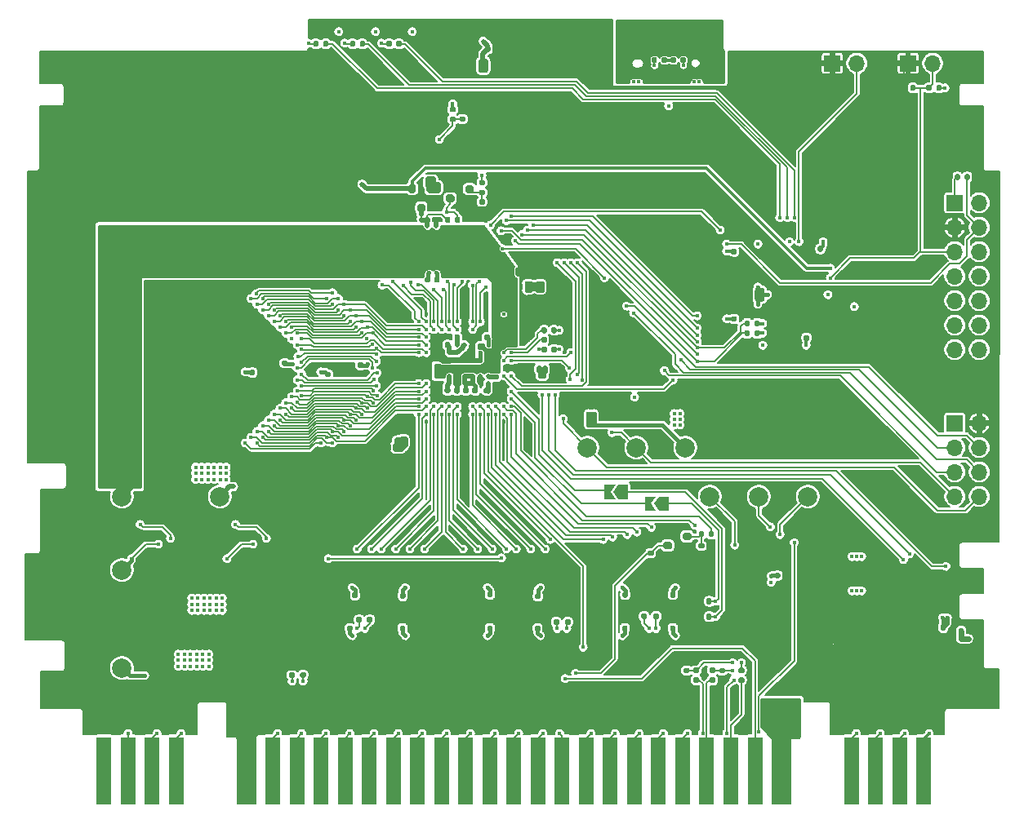
<source format=gbr>
%TF.GenerationSoftware,KiCad,Pcbnew,(5.1.8-0-10_14)*%
%TF.CreationDate,2021-02-17T10:46:27+00:00*%
%TF.ProjectId,sd2snes_ecp5,73643273-6e65-4735-9f65-6370352e6b69,B*%
%TF.SameCoordinates,Original*%
%TF.FileFunction,Copper,L4,Bot*%
%TF.FilePolarity,Positive*%
%FSLAX46Y46*%
G04 Gerber Fmt 4.6, Leading zero omitted, Abs format (unit mm)*
G04 Created by KiCad (PCBNEW (5.1.8-0-10_14)) date 2021-02-17 10:46:27*
%MOMM*%
%LPD*%
G01*
G04 APERTURE LIST*
%TA.AperFunction,ComponentPad*%
%ADD10O,1.300000X2.300000*%
%TD*%
%TA.AperFunction,ComponentPad*%
%ADD11O,1.300000X2.600000*%
%TD*%
%TA.AperFunction,ComponentPad*%
%ADD12O,1.700000X1.700000*%
%TD*%
%TA.AperFunction,ComponentPad*%
%ADD13R,1.700000X1.700000*%
%TD*%
%TA.AperFunction,SMDPad,CuDef*%
%ADD14C,0.100000*%
%TD*%
%TA.AperFunction,ConnectorPad*%
%ADD15R,1.501140X7.000240*%
%TD*%
%TA.AperFunction,ConnectorPad*%
%ADD16R,1.998980X7.000240*%
%TD*%
%TA.AperFunction,SMDPad,CuDef*%
%ADD17C,2.000000*%
%TD*%
%TA.AperFunction,ViaPad*%
%ADD18C,0.450000*%
%TD*%
%TA.AperFunction,Conductor*%
%ADD19C,0.500000*%
%TD*%
%TA.AperFunction,Conductor*%
%ADD20C,0.300000*%
%TD*%
%TA.AperFunction,Conductor*%
%ADD21C,0.400000*%
%TD*%
%TA.AperFunction,Conductor*%
%ADD22C,0.127000*%
%TD*%
%TA.AperFunction,Conductor*%
%ADD23C,0.580000*%
%TD*%
%TA.AperFunction,Conductor*%
%ADD24C,0.250000*%
%TD*%
%TA.AperFunction,Conductor*%
%ADD25C,0.100000*%
%TD*%
%TA.AperFunction,Conductor*%
%ADD26C,0.254000*%
%TD*%
G04 APERTURE END LIST*
%TO.P,R316,2*%
%TO.N,/MCU/SHIELD*%
%TA.AperFunction,SMDPad,CuDef*%
G36*
G01*
X171860000Y-77615000D02*
X171860000Y-77985000D01*
G75*
G02*
X171725000Y-78120000I-135000J0D01*
G01*
X171455000Y-78120000D01*
G75*
G02*
X171320000Y-77985000I0J135000D01*
G01*
X171320000Y-77615000D01*
G75*
G02*
X171455000Y-77480000I135000J0D01*
G01*
X171725000Y-77480000D01*
G75*
G02*
X171860000Y-77615000I0J-135000D01*
G01*
G37*
%TD.AperFunction*%
%TO.P,R316,1*%
%TO.N,GND*%
%TA.AperFunction,SMDPad,CuDef*%
G36*
G01*
X172880000Y-77615000D02*
X172880000Y-77985000D01*
G75*
G02*
X172745000Y-78120000I-135000J0D01*
G01*
X172475000Y-78120000D01*
G75*
G02*
X172340000Y-77985000I0J135000D01*
G01*
X172340000Y-77615000D01*
G75*
G02*
X172475000Y-77480000I135000J0D01*
G01*
X172745000Y-77480000D01*
G75*
G02*
X172880000Y-77615000I0J-135000D01*
G01*
G37*
%TD.AperFunction*%
%TD*%
%TO.P,R315,2*%
%TO.N,GND*%
%TA.AperFunction,SMDPad,CuDef*%
G36*
G01*
X165315000Y-76935000D02*
X165315000Y-76565000D01*
G75*
G02*
X165450000Y-76430000I135000J0D01*
G01*
X165720000Y-76430000D01*
G75*
G02*
X165855000Y-76565000I0J-135000D01*
G01*
X165855000Y-76935000D01*
G75*
G02*
X165720000Y-77070000I-135000J0D01*
G01*
X165450000Y-77070000D01*
G75*
G02*
X165315000Y-76935000I0J135000D01*
G01*
G37*
%TD.AperFunction*%
%TO.P,R315,1*%
%TO.N,/MCU/CC2*%
%TA.AperFunction,SMDPad,CuDef*%
G36*
G01*
X164295000Y-76935000D02*
X164295000Y-76565000D01*
G75*
G02*
X164430000Y-76430000I135000J0D01*
G01*
X164700000Y-76430000D01*
G75*
G02*
X164835000Y-76565000I0J-135000D01*
G01*
X164835000Y-76935000D01*
G75*
G02*
X164700000Y-77070000I-135000J0D01*
G01*
X164430000Y-77070000D01*
G75*
G02*
X164295000Y-76935000I0J135000D01*
G01*
G37*
%TD.AperFunction*%
%TD*%
%TO.P,R314,2*%
%TO.N,GND*%
%TA.AperFunction,SMDPad,CuDef*%
G36*
G01*
X166795000Y-76565000D02*
X166795000Y-76935000D01*
G75*
G02*
X166660000Y-77070000I-135000J0D01*
G01*
X166390000Y-77070000D01*
G75*
G02*
X166255000Y-76935000I0J135000D01*
G01*
X166255000Y-76565000D01*
G75*
G02*
X166390000Y-76430000I135000J0D01*
G01*
X166660000Y-76430000D01*
G75*
G02*
X166795000Y-76565000I0J-135000D01*
G01*
G37*
%TD.AperFunction*%
%TO.P,R314,1*%
%TO.N,/MCU/CC1*%
%TA.AperFunction,SMDPad,CuDef*%
G36*
G01*
X167815000Y-76565000D02*
X167815000Y-76935000D01*
G75*
G02*
X167680000Y-77070000I-135000J0D01*
G01*
X167410000Y-77070000D01*
G75*
G02*
X167275000Y-76935000I0J135000D01*
G01*
X167275000Y-76565000D01*
G75*
G02*
X167410000Y-76430000I135000J0D01*
G01*
X167680000Y-76430000D01*
G75*
G02*
X167815000Y-76565000I0J-135000D01*
G01*
G37*
%TD.AperFunction*%
%TD*%
D10*
%TO.P,J301,S1*%
%TO.N,/MCU/SHIELD*%
X161480000Y-77775000D03*
X170120000Y-77775000D03*
D11*
X161480000Y-73950000D03*
X170120000Y-73950000D03*
%TD*%
%TO.P,C314,2*%
%TO.N,GND*%
%TA.AperFunction,SMDPad,CuDef*%
G36*
G01*
X172300000Y-76970000D02*
X172300000Y-76630000D01*
G75*
G02*
X172440000Y-76490000I140000J0D01*
G01*
X172720000Y-76490000D01*
G75*
G02*
X172860000Y-76630000I0J-140000D01*
G01*
X172860000Y-76970000D01*
G75*
G02*
X172720000Y-77110000I-140000J0D01*
G01*
X172440000Y-77110000D01*
G75*
G02*
X172300000Y-76970000I0J140000D01*
G01*
G37*
%TD.AperFunction*%
%TO.P,C314,1*%
%TO.N,/MCU/SHIELD*%
%TA.AperFunction,SMDPad,CuDef*%
G36*
G01*
X171340000Y-76970000D02*
X171340000Y-76630000D01*
G75*
G02*
X171480000Y-76490000I140000J0D01*
G01*
X171760000Y-76490000D01*
G75*
G02*
X171900000Y-76630000I0J-140000D01*
G01*
X171900000Y-76970000D01*
G75*
G02*
X171760000Y-77110000I-140000J0D01*
G01*
X171480000Y-77110000D01*
G75*
G02*
X171340000Y-76970000I0J140000D01*
G01*
G37*
%TD.AperFunction*%
%TD*%
%TO.P,D601,3*%
%TO.N,/Memory/SRAM_VDD*%
%TA.AperFunction,SMDPad,CuDef*%
G36*
G01*
X140200000Y-91650000D02*
X140600000Y-91650000D01*
G75*
G02*
X140800000Y-91850000I0J-200000D01*
G01*
X140800000Y-92350000D01*
G75*
G02*
X140600000Y-92550000I-200000J0D01*
G01*
X140200000Y-92550000D01*
G75*
G02*
X140000000Y-92350000I0J200000D01*
G01*
X140000000Y-91850000D01*
G75*
G02*
X140200000Y-91650000I200000J0D01*
G01*
G37*
%TD.AperFunction*%
%TO.P,D601,2*%
%TO.N,+3V3*%
%TA.AperFunction,SMDPad,CuDef*%
G36*
G01*
X141150000Y-89650000D02*
X141550000Y-89650000D01*
G75*
G02*
X141750000Y-89850000I0J-200000D01*
G01*
X141750000Y-90350000D01*
G75*
G02*
X141550000Y-90550000I-200000J0D01*
G01*
X141150000Y-90550000D01*
G75*
G02*
X140950000Y-90350000I0J200000D01*
G01*
X140950000Y-89850000D01*
G75*
G02*
X141150000Y-89650000I200000J0D01*
G01*
G37*
%TD.AperFunction*%
%TO.P,D601,1*%
%TO.N,+BATT*%
%TA.AperFunction,SMDPad,CuDef*%
G36*
G01*
X139250000Y-89650000D02*
X139650000Y-89650000D01*
G75*
G02*
X139850000Y-89850000I0J-200000D01*
G01*
X139850000Y-90350000D01*
G75*
G02*
X139650000Y-90550000I-200000J0D01*
G01*
X139250000Y-90550000D01*
G75*
G02*
X139050000Y-90350000I0J200000D01*
G01*
X139050000Y-89850000D01*
G75*
G02*
X139250000Y-89650000I200000J0D01*
G01*
G37*
%TD.AperFunction*%
%TD*%
%TO.P,Q601,3*%
%TO.N,/Memory/~SDRAM_CS*%
%TA.AperFunction,SMDPad,CuDef*%
G36*
G01*
X143850000Y-90900000D02*
X143850000Y-91300000D01*
G75*
G02*
X143650000Y-91500000I-200000J0D01*
G01*
X143150000Y-91500000D01*
G75*
G02*
X142950000Y-91300000I0J200000D01*
G01*
X142950000Y-90900000D01*
G75*
G02*
X143150000Y-90700000I200000J0D01*
G01*
X143650000Y-90700000D01*
G75*
G02*
X143850000Y-90900000I0J-200000D01*
G01*
G37*
%TD.AperFunction*%
%TO.P,Q601,2*%
%TO.N,GND*%
%TA.AperFunction,SMDPad,CuDef*%
G36*
G01*
X145850000Y-91850000D02*
X145850000Y-92250000D01*
G75*
G02*
X145650000Y-92450000I-200000J0D01*
G01*
X145150000Y-92450000D01*
G75*
G02*
X144950000Y-92250000I0J200000D01*
G01*
X144950000Y-91850000D01*
G75*
G02*
X145150000Y-91650000I200000J0D01*
G01*
X145650000Y-91650000D01*
G75*
G02*
X145850000Y-91850000I0J-200000D01*
G01*
G37*
%TD.AperFunction*%
%TO.P,Q601,1*%
%TO.N,Net-(Q601-Pad1)*%
%TA.AperFunction,SMDPad,CuDef*%
G36*
G01*
X145850000Y-89950000D02*
X145850000Y-90350000D01*
G75*
G02*
X145650000Y-90550000I-200000J0D01*
G01*
X145150000Y-90550000D01*
G75*
G02*
X144950000Y-90350000I0J200000D01*
G01*
X144950000Y-89950000D01*
G75*
G02*
X145150000Y-89750000I200000J0D01*
G01*
X145650000Y-89750000D01*
G75*
G02*
X145850000Y-89950000I0J-200000D01*
G01*
G37*
%TD.AperFunction*%
%TD*%
%TO.P,Q201,3*%
%TO.N,/SNES Slot/~SNES_EXT_IRQ*%
%TA.AperFunction,SMDPad,CuDef*%
G36*
G01*
X166395000Y-126945000D02*
X166395000Y-127345000D01*
G75*
G02*
X166195000Y-127545000I-200000J0D01*
G01*
X165695000Y-127545000D01*
G75*
G02*
X165495000Y-127345000I0J200000D01*
G01*
X165495000Y-126945000D01*
G75*
G02*
X165695000Y-126745000I200000J0D01*
G01*
X166195000Y-126745000D01*
G75*
G02*
X166395000Y-126945000I0J-200000D01*
G01*
G37*
%TD.AperFunction*%
%TO.P,Q201,2*%
%TO.N,GND*%
%TA.AperFunction,SMDPad,CuDef*%
G36*
G01*
X168395000Y-127895000D02*
X168395000Y-128295000D01*
G75*
G02*
X168195000Y-128495000I-200000J0D01*
G01*
X167695000Y-128495000D01*
G75*
G02*
X167495000Y-128295000I0J200000D01*
G01*
X167495000Y-127895000D01*
G75*
G02*
X167695000Y-127695000I200000J0D01*
G01*
X168195000Y-127695000D01*
G75*
G02*
X168395000Y-127895000I0J-200000D01*
G01*
G37*
%TD.AperFunction*%
%TO.P,Q201,1*%
%TO.N,Net-(Q201-Pad1)*%
%TA.AperFunction,SMDPad,CuDef*%
G36*
G01*
X168395000Y-125995000D02*
X168395000Y-126395000D01*
G75*
G02*
X168195000Y-126595000I-200000J0D01*
G01*
X167695000Y-126595000D01*
G75*
G02*
X167495000Y-126395000I0J200000D01*
G01*
X167495000Y-125995000D01*
G75*
G02*
X167695000Y-125795000I200000J0D01*
G01*
X168195000Y-125795000D01*
G75*
G02*
X168395000Y-125995000I0J-200000D01*
G01*
G37*
%TD.AperFunction*%
%TD*%
%TO.P,R313,2*%
%TO.N,SD_CLK*%
%TA.AperFunction,SMDPad,CuDef*%
G36*
G01*
X174460000Y-103915000D02*
X174460000Y-104285000D01*
G75*
G02*
X174325000Y-104420000I-135000J0D01*
G01*
X174055000Y-104420000D01*
G75*
G02*
X173920000Y-104285000I0J135000D01*
G01*
X173920000Y-103915000D01*
G75*
G02*
X174055000Y-103780000I135000J0D01*
G01*
X174325000Y-103780000D01*
G75*
G02*
X174460000Y-103915000I0J-135000D01*
G01*
G37*
%TD.AperFunction*%
%TO.P,R313,1*%
%TO.N,+3V3*%
%TA.AperFunction,SMDPad,CuDef*%
G36*
G01*
X175480000Y-103915000D02*
X175480000Y-104285000D01*
G75*
G02*
X175345000Y-104420000I-135000J0D01*
G01*
X175075000Y-104420000D01*
G75*
G02*
X174940000Y-104285000I0J135000D01*
G01*
X174940000Y-103915000D01*
G75*
G02*
X175075000Y-103780000I135000J0D01*
G01*
X175345000Y-103780000D01*
G75*
G02*
X175480000Y-103915000I0J-135000D01*
G01*
G37*
%TD.AperFunction*%
%TD*%
%TO.P,R312,2*%
%TO.N,SD_CMD*%
%TA.AperFunction,SMDPad,CuDef*%
G36*
G01*
X174460000Y-104915000D02*
X174460000Y-105285000D01*
G75*
G02*
X174325000Y-105420000I-135000J0D01*
G01*
X174055000Y-105420000D01*
G75*
G02*
X173920000Y-105285000I0J135000D01*
G01*
X173920000Y-104915000D01*
G75*
G02*
X174055000Y-104780000I135000J0D01*
G01*
X174325000Y-104780000D01*
G75*
G02*
X174460000Y-104915000I0J-135000D01*
G01*
G37*
%TD.AperFunction*%
%TO.P,R312,1*%
%TO.N,+3V3*%
%TA.AperFunction,SMDPad,CuDef*%
G36*
G01*
X175480000Y-104915000D02*
X175480000Y-105285000D01*
G75*
G02*
X175345000Y-105420000I-135000J0D01*
G01*
X175075000Y-105420000D01*
G75*
G02*
X174940000Y-105285000I0J135000D01*
G01*
X174940000Y-104915000D01*
G75*
G02*
X175075000Y-104780000I135000J0D01*
G01*
X175345000Y-104780000D01*
G75*
G02*
X175480000Y-104915000I0J-135000D01*
G01*
G37*
%TD.AperFunction*%
%TD*%
%TO.P,R311,2*%
%TO.N,+3V3*%
%TA.AperFunction,SMDPad,CuDef*%
G36*
G01*
X143853000Y-82160000D02*
X143483000Y-82160000D01*
G75*
G02*
X143348000Y-82025000I0J135000D01*
G01*
X143348000Y-81755000D01*
G75*
G02*
X143483000Y-81620000I135000J0D01*
G01*
X143853000Y-81620000D01*
G75*
G02*
X143988000Y-81755000I0J-135000D01*
G01*
X143988000Y-82025000D01*
G75*
G02*
X143853000Y-82160000I-135000J0D01*
G01*
G37*
%TD.AperFunction*%
%TO.P,R311,1*%
%TO.N,SD_DET*%
%TA.AperFunction,SMDPad,CuDef*%
G36*
G01*
X143853000Y-83180000D02*
X143483000Y-83180000D01*
G75*
G02*
X143348000Y-83045000I0J135000D01*
G01*
X143348000Y-82775000D01*
G75*
G02*
X143483000Y-82640000I135000J0D01*
G01*
X143853000Y-82640000D01*
G75*
G02*
X143988000Y-82775000I0J-135000D01*
G01*
X143988000Y-83045000D01*
G75*
G02*
X143853000Y-83180000I-135000J0D01*
G01*
G37*
%TD.AperFunction*%
%TD*%
%TO.P,C313,2*%
%TO.N,GND*%
%TA.AperFunction,SMDPad,CuDef*%
G36*
G01*
X144838000Y-82200000D02*
X144498000Y-82200000D01*
G75*
G02*
X144358000Y-82060000I0J140000D01*
G01*
X144358000Y-81780000D01*
G75*
G02*
X144498000Y-81640000I140000J0D01*
G01*
X144838000Y-81640000D01*
G75*
G02*
X144978000Y-81780000I0J-140000D01*
G01*
X144978000Y-82060000D01*
G75*
G02*
X144838000Y-82200000I-140000J0D01*
G01*
G37*
%TD.AperFunction*%
%TO.P,C313,1*%
%TO.N,SD_DET*%
%TA.AperFunction,SMDPad,CuDef*%
G36*
G01*
X144838000Y-83160000D02*
X144498000Y-83160000D01*
G75*
G02*
X144358000Y-83020000I0J140000D01*
G01*
X144358000Y-82740000D01*
G75*
G02*
X144498000Y-82600000I140000J0D01*
G01*
X144838000Y-82600000D01*
G75*
G02*
X144978000Y-82740000I0J-140000D01*
G01*
X144978000Y-83020000D01*
G75*
G02*
X144838000Y-83160000I-140000J0D01*
G01*
G37*
%TD.AperFunction*%
%TD*%
D12*
%TO.P,J501,8*%
%TO.N,/FPGA/FPGA_TP1*%
X198260000Y-122060000D03*
%TO.P,J501,7*%
%TO.N,/FPGA/FPGA_TP0*%
X195720000Y-122060000D03*
%TO.P,J501,6*%
%TO.N,/FPGA/FPGA_TMS*%
X198260000Y-119520000D03*
%TO.P,J501,5*%
%TO.N,/FPGA/FPGA_TDO*%
X195720000Y-119520000D03*
%TO.P,J501,4*%
%TO.N,/FPGA/FPGA_TDI*%
X198260000Y-116980000D03*
%TO.P,J501,3*%
%TO.N,/FPGA/FPGA_TCK*%
X195720000Y-116980000D03*
%TO.P,J501,2*%
%TO.N,GND*%
X198260000Y-114440000D03*
D13*
%TO.P,J501,1*%
%TO.N,+3V3*%
X195720000Y-114440000D03*
%TD*%
%TA.AperFunction,SMDPad,CuDef*%
D14*
%TO.P,JP502,1*%
%TO.N,SNES_TEST_DIR*%
G36*
X164525000Y-122800000D02*
G01*
X165025000Y-122050000D01*
X166025000Y-122050000D01*
X166025000Y-123550000D01*
X165025000Y-123550000D01*
X164525000Y-122800000D01*
G37*
%TD.AperFunction*%
%TA.AperFunction,SMDPad,CuDef*%
%TO.P,JP502,2*%
%TO.N,Net-(JP502-Pad2)*%
G36*
X163575000Y-122050000D02*
G01*
X164725000Y-122050000D01*
X164225000Y-122800000D01*
X164725000Y-123550000D01*
X163575000Y-123550000D01*
X163575000Y-122050000D01*
G37*
%TD.AperFunction*%
%TD*%
%TA.AperFunction,SMDPad,CuDef*%
%TO.P,JP501,1*%
%TO.N,~SNES_TEST_OE*%
G36*
X160325000Y-121600000D02*
G01*
X160825000Y-120850000D01*
X161825000Y-120850000D01*
X161825000Y-122350000D01*
X160825000Y-122350000D01*
X160325000Y-121600000D01*
G37*
%TD.AperFunction*%
%TA.AperFunction,SMDPad,CuDef*%
%TO.P,JP501,2*%
%TO.N,Net-(JP501-Pad2)*%
G36*
X159375000Y-120850000D02*
G01*
X160525000Y-120850000D01*
X160025000Y-121600000D01*
X160525000Y-122350000D01*
X159375000Y-122350000D01*
X159375000Y-120850000D01*
G37*
%TD.AperFunction*%
%TD*%
D15*
%TO.P,J201,62*%
%TO.N,AUDIO_R*%
X192499280Y-150500380D03*
%TO.P,J201,61*%
%TO.N,/SNES Slot/SNES_EXT_PA5*%
X189999920Y-150500380D03*
%TO.P,J201,60*%
%TO.N,/SNES Slot/SNES_EXT_PA3*%
X187500560Y-150500380D03*
%TO.P,J201,59*%
%TO.N,/SNES Slot/SNES_EXT_PA1*%
X185001200Y-150500380D03*
D16*
%TO.P,J201,58*%
%TO.N,+5VL*%
X177749500Y-150500380D03*
D15*
%TO.P,J201,57*%
%TO.N,/SNES Slot/SNES_EXT_CPU_CLK*%
X175001220Y-150500380D03*
%TO.P,J201,56*%
%TO.N,EXT_CIC_CLK*%
X172499320Y-150500380D03*
%TO.P,J201,55*%
%TO.N,EXT_CIC_DATA0*%
X169999960Y-150500380D03*
%TO.P,J201,54*%
%TO.N,/SNES Slot/~SNES_EXT_WR*%
X167500600Y-150500380D03*
%TO.P,J201,53*%
%TO.N,/SNES Slot/SNES_EXT_D7*%
X165001240Y-150500380D03*
%TO.P,J201,52*%
%TO.N,/SNES Slot/SNES_EXT_D6*%
X162499340Y-150500380D03*
%TO.P,J201,51*%
%TO.N,/SNES Slot/SNES_EXT_D5*%
X159999980Y-150500380D03*
%TO.P,J201,50*%
%TO.N,/SNES Slot/SNES_EXT_D4*%
X157500620Y-150500380D03*
%TO.P,J201,49*%
%TO.N,/SNES Slot/~SNES_EXT_ROMSEL*%
X155001260Y-150500380D03*
%TO.P,J201,48*%
%TO.N,/SNES Slot/SNES_EXT_A23*%
X152499360Y-150500380D03*
%TO.P,J201,47*%
%TO.N,/SNES Slot/SNES_EXT_A22*%
X150000000Y-150500380D03*
%TO.P,J201,46*%
%TO.N,/SNES Slot/SNES_EXT_A21*%
X147500640Y-150500380D03*
%TO.P,J201,45*%
%TO.N,/SNES Slot/SNES_EXT_A20*%
X144998740Y-150500380D03*
%TO.P,J201,44*%
%TO.N,/SNES Slot/SNES_EXT_A19*%
X142499380Y-150500380D03*
%TO.P,J201,43*%
%TO.N,/SNES Slot/SNES_EXT_A18*%
X140000020Y-150500380D03*
%TO.P,J201,42*%
%TO.N,/SNES Slot/SNES_EXT_A17*%
X137500660Y-150500380D03*
%TO.P,J201,41*%
%TO.N,/SNES Slot/SNES_EXT_A16*%
X134998760Y-150500380D03*
%TO.P,J201,40*%
%TO.N,/SNES Slot/SNES_EXT_A15*%
X132499400Y-150500380D03*
%TO.P,J201,39*%
%TO.N,/SNES Slot/SNES_EXT_A14*%
X130000040Y-150500380D03*
%TO.P,J201,38*%
%TO.N,/SNES Slot/SNES_EXT_A13*%
X127500680Y-150500380D03*
%TO.P,J201,37*%
%TO.N,/SNES Slot/SNES_EXT_A12*%
X124998780Y-150500380D03*
D16*
%TO.P,J201,36*%
%TO.N,GND*%
X122250500Y-150500380D03*
D15*
%TO.P,J201,35*%
%TO.N,/SNES Slot/~SNES_EXT_PAWR*%
X114998800Y-150500380D03*
%TO.P,J201,34*%
%TO.N,/SNES Slot/SNES_EXT_PA7*%
X112499440Y-150500380D03*
%TO.P,J201,33*%
%TO.N,/SNES Slot/SNES_EXT_REFRESH*%
X110000080Y-150500380D03*
%TO.P,J201,32*%
%TO.N,Net-(J201-Pad32)*%
X107500720Y-150500380D03*
%TD*%
%TO.P,R205,2*%
%TO.N,~SNES_TEST_OE*%
%TA.AperFunction,SMDPad,CuDef*%
G36*
G01*
X169960000Y-134710000D02*
X169960000Y-134340000D01*
G75*
G02*
X170095000Y-134205000I135000J0D01*
G01*
X170365000Y-134205000D01*
G75*
G02*
X170500000Y-134340000I0J-135000D01*
G01*
X170500000Y-134710000D01*
G75*
G02*
X170365000Y-134845000I-135000J0D01*
G01*
X170095000Y-134845000D01*
G75*
G02*
X169960000Y-134710000I0J135000D01*
G01*
G37*
%TD.AperFunction*%
%TO.P,R205,1*%
%TO.N,GND*%
%TA.AperFunction,SMDPad,CuDef*%
G36*
G01*
X168940000Y-134710000D02*
X168940000Y-134340000D01*
G75*
G02*
X169075000Y-134205000I135000J0D01*
G01*
X169345000Y-134205000D01*
G75*
G02*
X169480000Y-134340000I0J-135000D01*
G01*
X169480000Y-134710000D01*
G75*
G02*
X169345000Y-134845000I-135000J0D01*
G01*
X169075000Y-134845000D01*
G75*
G02*
X168940000Y-134710000I0J135000D01*
G01*
G37*
%TD.AperFunction*%
%TD*%
%TO.P,R204,2*%
%TO.N,SNES_TEST_DIR*%
%TA.AperFunction,SMDPad,CuDef*%
G36*
G01*
X169960000Y-133110000D02*
X169960000Y-132740000D01*
G75*
G02*
X170095000Y-132605000I135000J0D01*
G01*
X170365000Y-132605000D01*
G75*
G02*
X170500000Y-132740000I0J-135000D01*
G01*
X170500000Y-133110000D01*
G75*
G02*
X170365000Y-133245000I-135000J0D01*
G01*
X170095000Y-133245000D01*
G75*
G02*
X169960000Y-133110000I0J135000D01*
G01*
G37*
%TD.AperFunction*%
%TO.P,R204,1*%
%TO.N,GND*%
%TA.AperFunction,SMDPad,CuDef*%
G36*
G01*
X168940000Y-133110000D02*
X168940000Y-132740000D01*
G75*
G02*
X169075000Y-132605000I135000J0D01*
G01*
X169345000Y-132605000D01*
G75*
G02*
X169480000Y-132740000I0J-135000D01*
G01*
X169480000Y-133110000D01*
G75*
G02*
X169345000Y-133245000I-135000J0D01*
G01*
X169075000Y-133245000D01*
G75*
G02*
X168940000Y-133110000I0J135000D01*
G01*
G37*
%TD.AperFunction*%
%TD*%
%TO.P,C506,2*%
%TO.N,GND*%
%TA.AperFunction,SMDPad,CuDef*%
G36*
G01*
X145800000Y-111725000D02*
X146140000Y-111725000D01*
G75*
G02*
X146280000Y-111865000I0J-140000D01*
G01*
X146280000Y-112145000D01*
G75*
G02*
X146140000Y-112285000I-140000J0D01*
G01*
X145800000Y-112285000D01*
G75*
G02*
X145660000Y-112145000I0J140000D01*
G01*
X145660000Y-111865000D01*
G75*
G02*
X145800000Y-111725000I140000J0D01*
G01*
G37*
%TD.AperFunction*%
%TO.P,C506,1*%
%TO.N,+3V3*%
%TA.AperFunction,SMDPad,CuDef*%
G36*
G01*
X145800000Y-110765000D02*
X146140000Y-110765000D01*
G75*
G02*
X146280000Y-110905000I0J-140000D01*
G01*
X146280000Y-111185000D01*
G75*
G02*
X146140000Y-111325000I-140000J0D01*
G01*
X145800000Y-111325000D01*
G75*
G02*
X145660000Y-111185000I0J140000D01*
G01*
X145660000Y-110905000D01*
G75*
G02*
X145800000Y-110765000I140000J0D01*
G01*
G37*
%TD.AperFunction*%
%TD*%
%TO.P,C505,2*%
%TO.N,GND*%
%TA.AperFunction,SMDPad,CuDef*%
G36*
G01*
X144850000Y-111725000D02*
X145190000Y-111725000D01*
G75*
G02*
X145330000Y-111865000I0J-140000D01*
G01*
X145330000Y-112145000D01*
G75*
G02*
X145190000Y-112285000I-140000J0D01*
G01*
X144850000Y-112285000D01*
G75*
G02*
X144710000Y-112145000I0J140000D01*
G01*
X144710000Y-111865000D01*
G75*
G02*
X144850000Y-111725000I140000J0D01*
G01*
G37*
%TD.AperFunction*%
%TO.P,C505,1*%
%TO.N,+3V3*%
%TA.AperFunction,SMDPad,CuDef*%
G36*
G01*
X144850000Y-110765000D02*
X145190000Y-110765000D01*
G75*
G02*
X145330000Y-110905000I0J-140000D01*
G01*
X145330000Y-111185000D01*
G75*
G02*
X145190000Y-111325000I-140000J0D01*
G01*
X144850000Y-111325000D01*
G75*
G02*
X144710000Y-111185000I0J140000D01*
G01*
X144710000Y-110905000D01*
G75*
G02*
X144850000Y-110765000I140000J0D01*
G01*
G37*
%TD.AperFunction*%
%TD*%
%TO.P,C310,2*%
%TO.N,GND*%
%TA.AperFunction,SMDPad,CuDef*%
G36*
G01*
X174094000Y-100630000D02*
X174094000Y-101580000D01*
G75*
G02*
X173844000Y-101830000I-250000J0D01*
G01*
X173344000Y-101830000D01*
G75*
G02*
X173094000Y-101580000I0J250000D01*
G01*
X173094000Y-100630000D01*
G75*
G02*
X173344000Y-100380000I250000J0D01*
G01*
X173844000Y-100380000D01*
G75*
G02*
X174094000Y-100630000I0J-250000D01*
G01*
G37*
%TD.AperFunction*%
%TO.P,C310,1*%
%TO.N,+3V3*%
%TA.AperFunction,SMDPad,CuDef*%
G36*
G01*
X175994000Y-100630000D02*
X175994000Y-101580000D01*
G75*
G02*
X175744000Y-101830000I-250000J0D01*
G01*
X175244000Y-101830000D01*
G75*
G02*
X174994000Y-101580000I0J250000D01*
G01*
X174994000Y-100630000D01*
G75*
G02*
X175244000Y-100380000I250000J0D01*
G01*
X175744000Y-100380000D01*
G75*
G02*
X175994000Y-100630000I0J-250000D01*
G01*
G37*
%TD.AperFunction*%
%TD*%
%TO.P,C515,2*%
%TO.N,GND*%
%TA.AperFunction,SMDPad,CuDef*%
G36*
G01*
X154045000Y-109575000D02*
X154045000Y-109075000D01*
G75*
G02*
X154270000Y-108850000I225000J0D01*
G01*
X154720000Y-108850000D01*
G75*
G02*
X154945000Y-109075000I0J-225000D01*
G01*
X154945000Y-109575000D01*
G75*
G02*
X154720000Y-109800000I-225000J0D01*
G01*
X154270000Y-109800000D01*
G75*
G02*
X154045000Y-109575000I0J225000D01*
G01*
G37*
%TD.AperFunction*%
%TO.P,C515,1*%
%TO.N,+2V5*%
%TA.AperFunction,SMDPad,CuDef*%
G36*
G01*
X152495000Y-109575000D02*
X152495000Y-109075000D01*
G75*
G02*
X152720000Y-108850000I225000J0D01*
G01*
X153170000Y-108850000D01*
G75*
G02*
X153395000Y-109075000I0J-225000D01*
G01*
X153395000Y-109575000D01*
G75*
G02*
X153170000Y-109800000I-225000J0D01*
G01*
X152720000Y-109800000D01*
G75*
G02*
X152495000Y-109575000I0J225000D01*
G01*
G37*
%TD.AperFunction*%
%TD*%
D17*
%TO.P,TP408,1*%
%TO.N,Net-(JP401-Pad1)*%
X170320000Y-122060000D03*
%TD*%
%TO.P,TP407,1*%
%TO.N,CIC_DATA1*%
X175400000Y-122060000D03*
%TD*%
%TO.P,TP406,1*%
%TO.N,CIC_DATA0*%
X180480000Y-122060000D03*
%TD*%
%TO.P,TP502,1*%
%TO.N,/FPGA/FPGA_TP1*%
X157620000Y-116980000D03*
%TD*%
%TO.P,TP501,1*%
%TO.N,/FPGA/FPGA_TP0*%
X162700000Y-116980000D03*
%TD*%
%TO.P,TP401,1*%
%TO.N,+5VL*%
X109360000Y-139840000D03*
%TD*%
%TO.P,R505,2*%
%TO.N,GND*%
%TA.AperFunction,SMDPad,CuDef*%
G36*
G01*
X153894000Y-105985000D02*
X153894000Y-105615000D01*
G75*
G02*
X154029000Y-105480000I135000J0D01*
G01*
X154299000Y-105480000D01*
G75*
G02*
X154434000Y-105615000I0J-135000D01*
G01*
X154434000Y-105985000D01*
G75*
G02*
X154299000Y-106120000I-135000J0D01*
G01*
X154029000Y-106120000D01*
G75*
G02*
X153894000Y-105985000I0J135000D01*
G01*
G37*
%TD.AperFunction*%
%TO.P,R505,1*%
%TO.N,/FPGA/CFG_1*%
%TA.AperFunction,SMDPad,CuDef*%
G36*
G01*
X152874000Y-105985000D02*
X152874000Y-105615000D01*
G75*
G02*
X153009000Y-105480000I135000J0D01*
G01*
X153279000Y-105480000D01*
G75*
G02*
X153414000Y-105615000I0J-135000D01*
G01*
X153414000Y-105985000D01*
G75*
G02*
X153279000Y-106120000I-135000J0D01*
G01*
X153009000Y-106120000D01*
G75*
G02*
X152874000Y-105985000I0J135000D01*
G01*
G37*
%TD.AperFunction*%
%TD*%
%TO.P,R504,2*%
%TO.N,+3V3*%
%TA.AperFunction,SMDPad,CuDef*%
G36*
G01*
X153894000Y-106985000D02*
X153894000Y-106615000D01*
G75*
G02*
X154029000Y-106480000I135000J0D01*
G01*
X154299000Y-106480000D01*
G75*
G02*
X154434000Y-106615000I0J-135000D01*
G01*
X154434000Y-106985000D01*
G75*
G02*
X154299000Y-107120000I-135000J0D01*
G01*
X154029000Y-107120000D01*
G75*
G02*
X153894000Y-106985000I0J135000D01*
G01*
G37*
%TD.AperFunction*%
%TO.P,R504,1*%
%TO.N,/FPGA/CFG_2*%
%TA.AperFunction,SMDPad,CuDef*%
G36*
G01*
X152874000Y-106985000D02*
X152874000Y-106615000D01*
G75*
G02*
X153009000Y-106480000I135000J0D01*
G01*
X153279000Y-106480000D01*
G75*
G02*
X153414000Y-106615000I0J-135000D01*
G01*
X153414000Y-106985000D01*
G75*
G02*
X153279000Y-107120000I-135000J0D01*
G01*
X153009000Y-107120000D01*
G75*
G02*
X152874000Y-106985000I0J135000D01*
G01*
G37*
%TD.AperFunction*%
%TD*%
%TO.P,R503,2*%
%TO.N,+3V3*%
%TA.AperFunction,SMDPad,CuDef*%
G36*
G01*
X153894000Y-104985000D02*
X153894000Y-104615000D01*
G75*
G02*
X154029000Y-104480000I135000J0D01*
G01*
X154299000Y-104480000D01*
G75*
G02*
X154434000Y-104615000I0J-135000D01*
G01*
X154434000Y-104985000D01*
G75*
G02*
X154299000Y-105120000I-135000J0D01*
G01*
X154029000Y-105120000D01*
G75*
G02*
X153894000Y-104985000I0J135000D01*
G01*
G37*
%TD.AperFunction*%
%TO.P,R503,1*%
%TO.N,/FPGA/CFG_0*%
%TA.AperFunction,SMDPad,CuDef*%
G36*
G01*
X152874000Y-104985000D02*
X152874000Y-104615000D01*
G75*
G02*
X153009000Y-104480000I135000J0D01*
G01*
X153279000Y-104480000D01*
G75*
G02*
X153414000Y-104615000I0J-135000D01*
G01*
X153414000Y-104985000D01*
G75*
G02*
X153279000Y-105120000I-135000J0D01*
G01*
X153009000Y-105120000D01*
G75*
G02*
X152874000Y-104985000I0J135000D01*
G01*
G37*
%TD.AperFunction*%
%TD*%
%TO.P,C512,2*%
%TO.N,GND*%
%TA.AperFunction,SMDPad,CuDef*%
G36*
G01*
X150145000Y-98975000D02*
X150145000Y-98475000D01*
G75*
G02*
X150370000Y-98250000I225000J0D01*
G01*
X150820000Y-98250000D01*
G75*
G02*
X151045000Y-98475000I0J-225000D01*
G01*
X151045000Y-98975000D01*
G75*
G02*
X150820000Y-99200000I-225000J0D01*
G01*
X150370000Y-99200000D01*
G75*
G02*
X150145000Y-98975000I0J225000D01*
G01*
G37*
%TD.AperFunction*%
%TO.P,C512,1*%
%TO.N,+1V1*%
%TA.AperFunction,SMDPad,CuDef*%
G36*
G01*
X148595000Y-98975000D02*
X148595000Y-98475000D01*
G75*
G02*
X148820000Y-98250000I225000J0D01*
G01*
X149270000Y-98250000D01*
G75*
G02*
X149495000Y-98475000I0J-225000D01*
G01*
X149495000Y-98975000D01*
G75*
G02*
X149270000Y-99200000I-225000J0D01*
G01*
X148820000Y-99200000D01*
G75*
G02*
X148595000Y-98975000I0J225000D01*
G01*
G37*
%TD.AperFunction*%
%TD*%
%TO.P,C508,2*%
%TO.N,GND*%
%TA.AperFunction,SMDPad,CuDef*%
G36*
G01*
X136975000Y-116150000D02*
X136975000Y-116650000D01*
G75*
G02*
X136750000Y-116875000I-225000J0D01*
G01*
X136300000Y-116875000D01*
G75*
G02*
X136075000Y-116650000I0J225000D01*
G01*
X136075000Y-116150000D01*
G75*
G02*
X136300000Y-115925000I225000J0D01*
G01*
X136750000Y-115925000D01*
G75*
G02*
X136975000Y-116150000I0J-225000D01*
G01*
G37*
%TD.AperFunction*%
%TO.P,C508,1*%
%TO.N,+3V3*%
%TA.AperFunction,SMDPad,CuDef*%
G36*
G01*
X138525000Y-116150000D02*
X138525000Y-116650000D01*
G75*
G02*
X138300000Y-116875000I-225000J0D01*
G01*
X137850000Y-116875000D01*
G75*
G02*
X137625000Y-116650000I0J225000D01*
G01*
X137625000Y-116150000D01*
G75*
G02*
X137850000Y-115925000I225000J0D01*
G01*
X138300000Y-115925000D01*
G75*
G02*
X138525000Y-116150000I0J-225000D01*
G01*
G37*
%TD.AperFunction*%
%TD*%
%TO.P,C507,2*%
%TO.N,GND*%
%TA.AperFunction,SMDPad,CuDef*%
G36*
G01*
X152350000Y-99175000D02*
X151850000Y-99175000D01*
G75*
G02*
X151625000Y-98950000I0J225000D01*
G01*
X151625000Y-98500000D01*
G75*
G02*
X151850000Y-98275000I225000J0D01*
G01*
X152350000Y-98275000D01*
G75*
G02*
X152575000Y-98500000I0J-225000D01*
G01*
X152575000Y-98950000D01*
G75*
G02*
X152350000Y-99175000I-225000J0D01*
G01*
G37*
%TD.AperFunction*%
%TO.P,C507,1*%
%TO.N,+3V3*%
%TA.AperFunction,SMDPad,CuDef*%
G36*
G01*
X152350000Y-100725000D02*
X151850000Y-100725000D01*
G75*
G02*
X151625000Y-100500000I0J225000D01*
G01*
X151625000Y-100050000D01*
G75*
G02*
X151850000Y-99825000I225000J0D01*
G01*
X152350000Y-99825000D01*
G75*
G02*
X152575000Y-100050000I0J-225000D01*
G01*
X152575000Y-100500000D01*
G75*
G02*
X152350000Y-100725000I-225000J0D01*
G01*
G37*
%TD.AperFunction*%
%TD*%
%TO.P,C415,2*%
%TO.N,GND*%
%TA.AperFunction,SMDPad,CuDef*%
G36*
G01*
X197063000Y-136200000D02*
X197063000Y-135860000D01*
G75*
G02*
X197203000Y-135720000I140000J0D01*
G01*
X197483000Y-135720000D01*
G75*
G02*
X197623000Y-135860000I0J-140000D01*
G01*
X197623000Y-136200000D01*
G75*
G02*
X197483000Y-136340000I-140000J0D01*
G01*
X197203000Y-136340000D01*
G75*
G02*
X197063000Y-136200000I0J140000D01*
G01*
G37*
%TD.AperFunction*%
%TO.P,C415,1*%
%TO.N,+3.3VDAC*%
%TA.AperFunction,SMDPad,CuDef*%
G36*
G01*
X196103000Y-136200000D02*
X196103000Y-135860000D01*
G75*
G02*
X196243000Y-135720000I140000J0D01*
G01*
X196523000Y-135720000D01*
G75*
G02*
X196663000Y-135860000I0J-140000D01*
G01*
X196663000Y-136200000D01*
G75*
G02*
X196523000Y-136340000I-140000J0D01*
G01*
X196243000Y-136340000D01*
G75*
G02*
X196103000Y-136200000I0J140000D01*
G01*
G37*
%TD.AperFunction*%
%TD*%
%TO.P,TP405,1*%
%TO.N,+2V5*%
X167780000Y-116980000D03*
%TD*%
%TO.P,TP404,1*%
%TO.N,+3V3*%
X119520000Y-122060000D03*
%TD*%
%TO.P,TP403,1*%
%TO.N,+1V1*%
X109360000Y-122060000D03*
%TD*%
%TO.P,TP402,1*%
%TO.N,+5V*%
X109360000Y-129680000D03*
%TD*%
%TO.P,C309,2*%
%TO.N,GND*%
%TA.AperFunction,SMDPad,CuDef*%
G36*
G01*
X172644000Y-97325000D02*
X172984000Y-97325000D01*
G75*
G02*
X173124000Y-97465000I0J-140000D01*
G01*
X173124000Y-97745000D01*
G75*
G02*
X172984000Y-97885000I-140000J0D01*
G01*
X172644000Y-97885000D01*
G75*
G02*
X172504000Y-97745000I0J140000D01*
G01*
X172504000Y-97465000D01*
G75*
G02*
X172644000Y-97325000I140000J0D01*
G01*
G37*
%TD.AperFunction*%
%TO.P,C309,1*%
%TO.N,+3V3*%
%TA.AperFunction,SMDPad,CuDef*%
G36*
G01*
X172644000Y-96365000D02*
X172984000Y-96365000D01*
G75*
G02*
X173124000Y-96505000I0J-140000D01*
G01*
X173124000Y-96785000D01*
G75*
G02*
X172984000Y-96925000I-140000J0D01*
G01*
X172644000Y-96925000D01*
G75*
G02*
X172504000Y-96785000I0J140000D01*
G01*
X172504000Y-96505000D01*
G75*
G02*
X172644000Y-96365000I140000J0D01*
G01*
G37*
%TD.AperFunction*%
%TD*%
%TO.P,C308,2*%
%TO.N,GND*%
%TA.AperFunction,SMDPad,CuDef*%
G36*
G01*
X181014000Y-105775000D02*
X181014000Y-105435000D01*
G75*
G02*
X181154000Y-105295000I140000J0D01*
G01*
X181434000Y-105295000D01*
G75*
G02*
X181574000Y-105435000I0J-140000D01*
G01*
X181574000Y-105775000D01*
G75*
G02*
X181434000Y-105915000I-140000J0D01*
G01*
X181154000Y-105915000D01*
G75*
G02*
X181014000Y-105775000I0J140000D01*
G01*
G37*
%TD.AperFunction*%
%TO.P,C308,1*%
%TO.N,+3V3*%
%TA.AperFunction,SMDPad,CuDef*%
G36*
G01*
X180054000Y-105775000D02*
X180054000Y-105435000D01*
G75*
G02*
X180194000Y-105295000I140000J0D01*
G01*
X180474000Y-105295000D01*
G75*
G02*
X180614000Y-105435000I0J-140000D01*
G01*
X180614000Y-105775000D01*
G75*
G02*
X180474000Y-105915000I-140000J0D01*
G01*
X180194000Y-105915000D01*
G75*
G02*
X180054000Y-105775000I0J140000D01*
G01*
G37*
%TD.AperFunction*%
%TD*%
%TO.P,C307,2*%
%TO.N,GND*%
%TA.AperFunction,SMDPad,CuDef*%
G36*
G01*
X181094000Y-96185000D02*
X181094000Y-96525000D01*
G75*
G02*
X180954000Y-96665000I-140000J0D01*
G01*
X180674000Y-96665000D01*
G75*
G02*
X180534000Y-96525000I0J140000D01*
G01*
X180534000Y-96185000D01*
G75*
G02*
X180674000Y-96045000I140000J0D01*
G01*
X180954000Y-96045000D01*
G75*
G02*
X181094000Y-96185000I0J-140000D01*
G01*
G37*
%TD.AperFunction*%
%TO.P,C307,1*%
%TO.N,+3V3*%
%TA.AperFunction,SMDPad,CuDef*%
G36*
G01*
X182054000Y-96185000D02*
X182054000Y-96525000D01*
G75*
G02*
X181914000Y-96665000I-140000J0D01*
G01*
X181634000Y-96665000D01*
G75*
G02*
X181494000Y-96525000I0J140000D01*
G01*
X181494000Y-96185000D01*
G75*
G02*
X181634000Y-96045000I140000J0D01*
G01*
X181914000Y-96045000D01*
G75*
G02*
X182054000Y-96185000I0J-140000D01*
G01*
G37*
%TD.AperFunction*%
%TD*%
%TO.P,C306,2*%
%TO.N,GND*%
%TA.AperFunction,SMDPad,CuDef*%
G36*
G01*
X172644000Y-104305000D02*
X172984000Y-104305000D01*
G75*
G02*
X173124000Y-104445000I0J-140000D01*
G01*
X173124000Y-104725000D01*
G75*
G02*
X172984000Y-104865000I-140000J0D01*
G01*
X172644000Y-104865000D01*
G75*
G02*
X172504000Y-104725000I0J140000D01*
G01*
X172504000Y-104445000D01*
G75*
G02*
X172644000Y-104305000I140000J0D01*
G01*
G37*
%TD.AperFunction*%
%TO.P,C306,1*%
%TO.N,+3V3*%
%TA.AperFunction,SMDPad,CuDef*%
G36*
G01*
X172644000Y-103345000D02*
X172984000Y-103345000D01*
G75*
G02*
X173124000Y-103485000I0J-140000D01*
G01*
X173124000Y-103765000D01*
G75*
G02*
X172984000Y-103905000I-140000J0D01*
G01*
X172644000Y-103905000D01*
G75*
G02*
X172504000Y-103765000I0J140000D01*
G01*
X172504000Y-103485000D01*
G75*
G02*
X172644000Y-103345000I140000J0D01*
G01*
G37*
%TD.AperFunction*%
%TD*%
%TO.P,C311,2*%
%TO.N,GND*%
%TA.AperFunction,SMDPad,CuDef*%
G36*
G01*
X148232000Y-77830000D02*
X148232000Y-76880000D01*
G75*
G02*
X148482000Y-76630000I250000J0D01*
G01*
X148982000Y-76630000D01*
G75*
G02*
X149232000Y-76880000I0J-250000D01*
G01*
X149232000Y-77830000D01*
G75*
G02*
X148982000Y-78080000I-250000J0D01*
G01*
X148482000Y-78080000D01*
G75*
G02*
X148232000Y-77830000I0J250000D01*
G01*
G37*
%TD.AperFunction*%
%TO.P,C311,1*%
%TO.N,+3V3*%
%TA.AperFunction,SMDPad,CuDef*%
G36*
G01*
X146332000Y-77830000D02*
X146332000Y-76880000D01*
G75*
G02*
X146582000Y-76630000I250000J0D01*
G01*
X147082000Y-76630000D01*
G75*
G02*
X147332000Y-76880000I0J-250000D01*
G01*
X147332000Y-77830000D01*
G75*
G02*
X147082000Y-78080000I-250000J0D01*
G01*
X146582000Y-78080000D01*
G75*
G02*
X146332000Y-77830000I0J250000D01*
G01*
G37*
%TD.AperFunction*%
%TD*%
%TO.P,R602,2*%
%TO.N,GND*%
%TA.AperFunction,SMDPad,CuDef*%
G36*
G01*
X146515000Y-92230000D02*
X146885000Y-92230000D01*
G75*
G02*
X147020000Y-92365000I0J-135000D01*
G01*
X147020000Y-92635000D01*
G75*
G02*
X146885000Y-92770000I-135000J0D01*
G01*
X146515000Y-92770000D01*
G75*
G02*
X146380000Y-92635000I0J135000D01*
G01*
X146380000Y-92365000D01*
G75*
G02*
X146515000Y-92230000I135000J0D01*
G01*
G37*
%TD.AperFunction*%
%TO.P,R602,1*%
%TO.N,Net-(Q601-Pad1)*%
%TA.AperFunction,SMDPad,CuDef*%
G36*
G01*
X146515000Y-91210000D02*
X146885000Y-91210000D01*
G75*
G02*
X147020000Y-91345000I0J-135000D01*
G01*
X147020000Y-91615000D01*
G75*
G02*
X146885000Y-91750000I-135000J0D01*
G01*
X146515000Y-91750000D01*
G75*
G02*
X146380000Y-91615000I0J135000D01*
G01*
X146380000Y-91345000D01*
G75*
G02*
X146515000Y-91210000I135000J0D01*
G01*
G37*
%TD.AperFunction*%
%TD*%
%TO.P,R601,2*%
%TO.N,+3V3*%
%TA.AperFunction,SMDPad,CuDef*%
G36*
G01*
X146885000Y-89750000D02*
X146515000Y-89750000D01*
G75*
G02*
X146380000Y-89615000I0J135000D01*
G01*
X146380000Y-89345000D01*
G75*
G02*
X146515000Y-89210000I135000J0D01*
G01*
X146885000Y-89210000D01*
G75*
G02*
X147020000Y-89345000I0J-135000D01*
G01*
X147020000Y-89615000D01*
G75*
G02*
X146885000Y-89750000I-135000J0D01*
G01*
G37*
%TD.AperFunction*%
%TO.P,R601,1*%
%TO.N,Net-(Q601-Pad1)*%
%TA.AperFunction,SMDPad,CuDef*%
G36*
G01*
X146885000Y-90770000D02*
X146515000Y-90770000D01*
G75*
G02*
X146380000Y-90635000I0J135000D01*
G01*
X146380000Y-90365000D01*
G75*
G02*
X146515000Y-90230000I135000J0D01*
G01*
X146885000Y-90230000D01*
G75*
G02*
X147020000Y-90365000I0J-135000D01*
G01*
X147020000Y-90635000D01*
G75*
G02*
X146885000Y-90770000I-135000J0D01*
G01*
G37*
%TD.AperFunction*%
%TD*%
%TO.P,R603,2*%
%TO.N,/Memory/~SDRAM_CS*%
%TA.AperFunction,SMDPad,CuDef*%
G36*
G01*
X143890000Y-93535000D02*
X143890000Y-93165000D01*
G75*
G02*
X144025000Y-93030000I135000J0D01*
G01*
X144295000Y-93030000D01*
G75*
G02*
X144430000Y-93165000I0J-135000D01*
G01*
X144430000Y-93535000D01*
G75*
G02*
X144295000Y-93670000I-135000J0D01*
G01*
X144025000Y-93670000D01*
G75*
G02*
X143890000Y-93535000I0J135000D01*
G01*
G37*
%TD.AperFunction*%
%TO.P,R603,1*%
%TO.N,/Memory/SRAM_VDD*%
%TA.AperFunction,SMDPad,CuDef*%
G36*
G01*
X142870000Y-93535000D02*
X142870000Y-93165000D01*
G75*
G02*
X143005000Y-93030000I135000J0D01*
G01*
X143275000Y-93030000D01*
G75*
G02*
X143410000Y-93165000I0J-135000D01*
G01*
X143410000Y-93535000D01*
G75*
G02*
X143275000Y-93670000I-135000J0D01*
G01*
X143005000Y-93670000D01*
G75*
G02*
X142870000Y-93535000I0J135000D01*
G01*
G37*
%TD.AperFunction*%
%TD*%
%TO.P,R305,2*%
%TO.N,+3V3*%
%TA.AperFunction,SMDPad,CuDef*%
G36*
G01*
X196260000Y-88715000D02*
X196260000Y-89085000D01*
G75*
G02*
X196125000Y-89220000I-135000J0D01*
G01*
X195855000Y-89220000D01*
G75*
G02*
X195720000Y-89085000I0J135000D01*
G01*
X195720000Y-88715000D01*
G75*
G02*
X195855000Y-88580000I135000J0D01*
G01*
X196125000Y-88580000D01*
G75*
G02*
X196260000Y-88715000I0J-135000D01*
G01*
G37*
%TD.AperFunction*%
%TO.P,R305,1*%
%TO.N,P2.10*%
%TA.AperFunction,SMDPad,CuDef*%
G36*
G01*
X197280000Y-88715000D02*
X197280000Y-89085000D01*
G75*
G02*
X197145000Y-89220000I-135000J0D01*
G01*
X196875000Y-89220000D01*
G75*
G02*
X196740000Y-89085000I0J135000D01*
G01*
X196740000Y-88715000D01*
G75*
G02*
X196875000Y-88580000I135000J0D01*
G01*
X197145000Y-88580000D01*
G75*
G02*
X197280000Y-88715000I0J-135000D01*
G01*
G37*
%TD.AperFunction*%
%TD*%
%TO.P,R304,2*%
%TO.N,+3V3*%
%TA.AperFunction,SMDPad,CuDef*%
G36*
G01*
X193795000Y-79825000D02*
X193795000Y-79455000D01*
G75*
G02*
X193930000Y-79320000I135000J0D01*
G01*
X194200000Y-79320000D01*
G75*
G02*
X194335000Y-79455000I0J-135000D01*
G01*
X194335000Y-79825000D01*
G75*
G02*
X194200000Y-79960000I-135000J0D01*
G01*
X193930000Y-79960000D01*
G75*
G02*
X193795000Y-79825000I0J135000D01*
G01*
G37*
%TD.AperFunction*%
%TO.P,R304,1*%
%TO.N,~RESET*%
%TA.AperFunction,SMDPad,CuDef*%
G36*
G01*
X192775000Y-79825000D02*
X192775000Y-79455000D01*
G75*
G02*
X192910000Y-79320000I135000J0D01*
G01*
X193180000Y-79320000D01*
G75*
G02*
X193315000Y-79455000I0J-135000D01*
G01*
X193315000Y-79825000D01*
G75*
G02*
X193180000Y-79960000I-135000J0D01*
G01*
X192910000Y-79960000D01*
G75*
G02*
X192775000Y-79825000I0J135000D01*
G01*
G37*
%TD.AperFunction*%
%TD*%
%TO.P,R301,2*%
%TO.N,~LED_WRITE*%
%TA.AperFunction,SMDPad,CuDef*%
G36*
G01*
X137824000Y-75255000D02*
X137824000Y-74885000D01*
G75*
G02*
X137959000Y-74750000I135000J0D01*
G01*
X138229000Y-74750000D01*
G75*
G02*
X138364000Y-74885000I0J-135000D01*
G01*
X138364000Y-75255000D01*
G75*
G02*
X138229000Y-75390000I-135000J0D01*
G01*
X137959000Y-75390000D01*
G75*
G02*
X137824000Y-75255000I0J135000D01*
G01*
G37*
%TD.AperFunction*%
%TO.P,R301,1*%
%TO.N,Net-(D301-Pad1)*%
%TA.AperFunction,SMDPad,CuDef*%
G36*
G01*
X136804000Y-75255000D02*
X136804000Y-74885000D01*
G75*
G02*
X136939000Y-74750000I135000J0D01*
G01*
X137209000Y-74750000D01*
G75*
G02*
X137344000Y-74885000I0J-135000D01*
G01*
X137344000Y-75255000D01*
G75*
G02*
X137209000Y-75390000I-135000J0D01*
G01*
X136939000Y-75390000D01*
G75*
G02*
X136804000Y-75255000I0J135000D01*
G01*
G37*
%TD.AperFunction*%
%TD*%
%TO.P,R302,2*%
%TO.N,Net-(D302-Pad1)*%
%TA.AperFunction,SMDPad,CuDef*%
G36*
G01*
X133544000Y-74885000D02*
X133544000Y-75255000D01*
G75*
G02*
X133409000Y-75390000I-135000J0D01*
G01*
X133139000Y-75390000D01*
G75*
G02*
X133004000Y-75255000I0J135000D01*
G01*
X133004000Y-74885000D01*
G75*
G02*
X133139000Y-74750000I135000J0D01*
G01*
X133409000Y-74750000D01*
G75*
G02*
X133544000Y-74885000I0J-135000D01*
G01*
G37*
%TD.AperFunction*%
%TO.P,R302,1*%
%TO.N,~LED_READ*%
%TA.AperFunction,SMDPad,CuDef*%
G36*
G01*
X134564000Y-74885000D02*
X134564000Y-75255000D01*
G75*
G02*
X134429000Y-75390000I-135000J0D01*
G01*
X134159000Y-75390000D01*
G75*
G02*
X134024000Y-75255000I0J135000D01*
G01*
X134024000Y-74885000D01*
G75*
G02*
X134159000Y-74750000I135000J0D01*
G01*
X134429000Y-74750000D01*
G75*
G02*
X134564000Y-74885000I0J-135000D01*
G01*
G37*
%TD.AperFunction*%
%TD*%
%TO.P,R303,2*%
%TO.N,Net-(D303-Pad1)*%
%TA.AperFunction,SMDPad,CuDef*%
G36*
G01*
X129744000Y-74885000D02*
X129744000Y-75255000D01*
G75*
G02*
X129609000Y-75390000I-135000J0D01*
G01*
X129339000Y-75390000D01*
G75*
G02*
X129204000Y-75255000I0J135000D01*
G01*
X129204000Y-74885000D01*
G75*
G02*
X129339000Y-74750000I135000J0D01*
G01*
X129609000Y-74750000D01*
G75*
G02*
X129744000Y-74885000I0J-135000D01*
G01*
G37*
%TD.AperFunction*%
%TO.P,R303,1*%
%TO.N,~LED_READY*%
%TA.AperFunction,SMDPad,CuDef*%
G36*
G01*
X130764000Y-74885000D02*
X130764000Y-75255000D01*
G75*
G02*
X130629000Y-75390000I-135000J0D01*
G01*
X130359000Y-75390000D01*
G75*
G02*
X130224000Y-75255000I0J135000D01*
G01*
X130224000Y-74885000D01*
G75*
G02*
X130359000Y-74750000I135000J0D01*
G01*
X130629000Y-74750000D01*
G75*
G02*
X130764000Y-74885000I0J-135000D01*
G01*
G37*
%TD.AperFunction*%
%TD*%
%TO.P,R407,2*%
%TO.N,CIC_DATA1*%
%TA.AperFunction,SMDPad,CuDef*%
G36*
G01*
X169085000Y-140360000D02*
X168715000Y-140360000D01*
G75*
G02*
X168580000Y-140225000I0J135000D01*
G01*
X168580000Y-139955000D01*
G75*
G02*
X168715000Y-139820000I135000J0D01*
G01*
X169085000Y-139820000D01*
G75*
G02*
X169220000Y-139955000I0J-135000D01*
G01*
X169220000Y-140225000D01*
G75*
G02*
X169085000Y-140360000I-135000J0D01*
G01*
G37*
%TD.AperFunction*%
%TO.P,R407,1*%
%TO.N,EXT_CIC_DATA1*%
%TA.AperFunction,SMDPad,CuDef*%
G36*
G01*
X169085000Y-141380000D02*
X168715000Y-141380000D01*
G75*
G02*
X168580000Y-141245000I0J135000D01*
G01*
X168580000Y-140975000D01*
G75*
G02*
X168715000Y-140840000I135000J0D01*
G01*
X169085000Y-140840000D01*
G75*
G02*
X169220000Y-140975000I0J-135000D01*
G01*
X169220000Y-141245000D01*
G75*
G02*
X169085000Y-141380000I-135000J0D01*
G01*
G37*
%TD.AperFunction*%
%TD*%
%TO.P,R406,2*%
%TO.N,EXT_CIC_DATA0*%
%TA.AperFunction,SMDPad,CuDef*%
G36*
G01*
X170415000Y-140840000D02*
X170785000Y-140840000D01*
G75*
G02*
X170920000Y-140975000I0J-135000D01*
G01*
X170920000Y-141245000D01*
G75*
G02*
X170785000Y-141380000I-135000J0D01*
G01*
X170415000Y-141380000D01*
G75*
G02*
X170280000Y-141245000I0J135000D01*
G01*
X170280000Y-140975000D01*
G75*
G02*
X170415000Y-140840000I135000J0D01*
G01*
G37*
%TD.AperFunction*%
%TO.P,R406,1*%
%TO.N,CIC_DATA0*%
%TA.AperFunction,SMDPad,CuDef*%
G36*
G01*
X170415000Y-139820000D02*
X170785000Y-139820000D01*
G75*
G02*
X170920000Y-139955000I0J-135000D01*
G01*
X170920000Y-140225000D01*
G75*
G02*
X170785000Y-140360000I-135000J0D01*
G01*
X170415000Y-140360000D01*
G75*
G02*
X170280000Y-140225000I0J135000D01*
G01*
X170280000Y-139955000D01*
G75*
G02*
X170415000Y-139820000I135000J0D01*
G01*
G37*
%TD.AperFunction*%
%TD*%
%TO.P,R410,2*%
%TO.N,EXT_CIC_CLK*%
%TA.AperFunction,SMDPad,CuDef*%
G36*
G01*
X173415000Y-140840000D02*
X173785000Y-140840000D01*
G75*
G02*
X173920000Y-140975000I0J-135000D01*
G01*
X173920000Y-141245000D01*
G75*
G02*
X173785000Y-141380000I-135000J0D01*
G01*
X173415000Y-141380000D01*
G75*
G02*
X173280000Y-141245000I0J135000D01*
G01*
X173280000Y-140975000D01*
G75*
G02*
X173415000Y-140840000I135000J0D01*
G01*
G37*
%TD.AperFunction*%
%TO.P,R410,1*%
%TO.N,/Power Supply / Misc./CIC_CLK*%
%TA.AperFunction,SMDPad,CuDef*%
G36*
G01*
X173415000Y-139820000D02*
X173785000Y-139820000D01*
G75*
G02*
X173920000Y-139955000I0J-135000D01*
G01*
X173920000Y-140225000D01*
G75*
G02*
X173785000Y-140360000I-135000J0D01*
G01*
X173415000Y-140360000D01*
G75*
G02*
X173280000Y-140225000I0J135000D01*
G01*
X173280000Y-139955000D01*
G75*
G02*
X173415000Y-139820000I135000J0D01*
G01*
G37*
%TD.AperFunction*%
%TD*%
%TO.P,R203,2*%
%TO.N,Net-(Q201-Pad1)*%
%TA.AperFunction,SMDPad,CuDef*%
G36*
G01*
X169715000Y-125760000D02*
X169715000Y-126130000D01*
G75*
G02*
X169580000Y-126265000I-135000J0D01*
G01*
X169310000Y-126265000D01*
G75*
G02*
X169175000Y-126130000I0J135000D01*
G01*
X169175000Y-125760000D01*
G75*
G02*
X169310000Y-125625000I135000J0D01*
G01*
X169580000Y-125625000D01*
G75*
G02*
X169715000Y-125760000I0J-135000D01*
G01*
G37*
%TD.AperFunction*%
%TO.P,R203,1*%
%TO.N,SNES_IRQ*%
%TA.AperFunction,SMDPad,CuDef*%
G36*
G01*
X170735000Y-125760000D02*
X170735000Y-126130000D01*
G75*
G02*
X170600000Y-126265000I-135000J0D01*
G01*
X170330000Y-126265000D01*
G75*
G02*
X170195000Y-126130000I0J135000D01*
G01*
X170195000Y-125760000D01*
G75*
G02*
X170330000Y-125625000I135000J0D01*
G01*
X170600000Y-125625000D01*
G75*
G02*
X170735000Y-125760000I0J-135000D01*
G01*
G37*
%TD.AperFunction*%
%TD*%
%TO.P,R202,2*%
%TO.N,GND*%
%TA.AperFunction,SMDPad,CuDef*%
G36*
G01*
X169260000Y-127925000D02*
X169630000Y-127925000D01*
G75*
G02*
X169765000Y-128060000I0J-135000D01*
G01*
X169765000Y-128330000D01*
G75*
G02*
X169630000Y-128465000I-135000J0D01*
G01*
X169260000Y-128465000D01*
G75*
G02*
X169125000Y-128330000I0J135000D01*
G01*
X169125000Y-128060000D01*
G75*
G02*
X169260000Y-127925000I135000J0D01*
G01*
G37*
%TD.AperFunction*%
%TO.P,R202,1*%
%TO.N,Net-(Q201-Pad1)*%
%TA.AperFunction,SMDPad,CuDef*%
G36*
G01*
X169260000Y-126905000D02*
X169630000Y-126905000D01*
G75*
G02*
X169765000Y-127040000I0J-135000D01*
G01*
X169765000Y-127310000D01*
G75*
G02*
X169630000Y-127445000I-135000J0D01*
G01*
X169260000Y-127445000D01*
G75*
G02*
X169125000Y-127310000I0J135000D01*
G01*
X169125000Y-127040000D01*
G75*
G02*
X169260000Y-126905000I135000J0D01*
G01*
G37*
%TD.AperFunction*%
%TD*%
%TO.P,R201,2*%
%TO.N,/SNES Slot/SNES_EXT_SYS_CLK*%
%TA.AperFunction,SMDPad,CuDef*%
G36*
G01*
X126815000Y-140321000D02*
X127185000Y-140321000D01*
G75*
G02*
X127320000Y-140456000I0J-135000D01*
G01*
X127320000Y-140726000D01*
G75*
G02*
X127185000Y-140861000I-135000J0D01*
G01*
X126815000Y-140861000D01*
G75*
G02*
X126680000Y-140726000I0J135000D01*
G01*
X126680000Y-140456000D01*
G75*
G02*
X126815000Y-140321000I135000J0D01*
G01*
G37*
%TD.AperFunction*%
%TO.P,R201,1*%
%TO.N,GND*%
%TA.AperFunction,SMDPad,CuDef*%
G36*
G01*
X126815000Y-139301000D02*
X127185000Y-139301000D01*
G75*
G02*
X127320000Y-139436000I0J-135000D01*
G01*
X127320000Y-139706000D01*
G75*
G02*
X127185000Y-139841000I-135000J0D01*
G01*
X126815000Y-139841000D01*
G75*
G02*
X126680000Y-139706000I0J135000D01*
G01*
X126680000Y-139436000D01*
G75*
G02*
X126815000Y-139301000I135000J0D01*
G01*
G37*
%TD.AperFunction*%
%TD*%
D12*
%TO.P,P303,14*%
%TO.N,TX0*%
X198260000Y-106820000D03*
%TO.P,P303,13*%
%TO.N,RX0*%
X195720000Y-106820000D03*
%TO.P,P303,12*%
%TO.N,EXT_TDO*%
X198260000Y-104280000D03*
%TO.P,P303,11*%
%TO.N,EXT_TDI*%
X195720000Y-104280000D03*
%TO.P,P303,10*%
%TO.N,TMS*%
X198260000Y-101740000D03*
%TO.P,P303,9*%
%TO.N,~TRST*%
X195720000Y-101740000D03*
%TO.P,P303,8*%
%TO.N,TCK*%
X198260000Y-99200000D03*
%TO.P,P303,7*%
%TO.N,RX3*%
X195720000Y-99200000D03*
%TO.P,P303,6*%
%TO.N,TX3*%
X198260000Y-96660000D03*
%TO.P,P303,5*%
%TO.N,~RESET*%
X195720000Y-96660000D03*
%TO.P,P303,4*%
%TO.N,P2.10*%
X198260000Y-94120000D03*
%TO.P,P303,3*%
%TO.N,GND*%
X195720000Y-94120000D03*
%TO.P,P303,2*%
%TO.N,+5V*%
X198260000Y-91580000D03*
D13*
%TO.P,P303,1*%
%TO.N,+3V3*%
X195720000Y-91580000D03*
%TD*%
%TO.P,C602,2*%
%TO.N,GND*%
%TA.AperFunction,SMDPad,CuDef*%
G36*
G01*
X141350000Y-99380000D02*
X141350000Y-99720000D01*
G75*
G02*
X141210000Y-99860000I-140000J0D01*
G01*
X140930000Y-99860000D01*
G75*
G02*
X140790000Y-99720000I0J140000D01*
G01*
X140790000Y-99380000D01*
G75*
G02*
X140930000Y-99240000I140000J0D01*
G01*
X141210000Y-99240000D01*
G75*
G02*
X141350000Y-99380000I0J-140000D01*
G01*
G37*
%TD.AperFunction*%
%TO.P,C602,1*%
%TO.N,/Memory/SRAM_VDD*%
%TA.AperFunction,SMDPad,CuDef*%
G36*
G01*
X142310000Y-99380000D02*
X142310000Y-99720000D01*
G75*
G02*
X142170000Y-99860000I-140000J0D01*
G01*
X141890000Y-99860000D01*
G75*
G02*
X141750000Y-99720000I0J140000D01*
G01*
X141750000Y-99380000D01*
G75*
G02*
X141890000Y-99240000I140000J0D01*
G01*
X142170000Y-99240000D01*
G75*
G02*
X142310000Y-99380000I0J-140000D01*
G01*
G37*
%TD.AperFunction*%
%TD*%
%TO.P,C604,2*%
%TO.N,GND*%
%TA.AperFunction,SMDPad,CuDef*%
G36*
G01*
X126070000Y-108900000D02*
X126410000Y-108900000D01*
G75*
G02*
X126550000Y-109040000I0J-140000D01*
G01*
X126550000Y-109320000D01*
G75*
G02*
X126410000Y-109460000I-140000J0D01*
G01*
X126070000Y-109460000D01*
G75*
G02*
X125930000Y-109320000I0J140000D01*
G01*
X125930000Y-109040000D01*
G75*
G02*
X126070000Y-108900000I140000J0D01*
G01*
G37*
%TD.AperFunction*%
%TO.P,C604,1*%
%TO.N,+3V3*%
%TA.AperFunction,SMDPad,CuDef*%
G36*
G01*
X126070000Y-107940000D02*
X126410000Y-107940000D01*
G75*
G02*
X126550000Y-108080000I0J-140000D01*
G01*
X126550000Y-108360000D01*
G75*
G02*
X126410000Y-108500000I-140000J0D01*
G01*
X126070000Y-108500000D01*
G75*
G02*
X125930000Y-108360000I0J140000D01*
G01*
X125930000Y-108080000D01*
G75*
G02*
X126070000Y-107940000I140000J0D01*
G01*
G37*
%TD.AperFunction*%
%TD*%
%TO.P,C603,2*%
%TO.N,GND*%
%TA.AperFunction,SMDPad,CuDef*%
G36*
G01*
X123035000Y-108500000D02*
X122695000Y-108500000D01*
G75*
G02*
X122555000Y-108360000I0J140000D01*
G01*
X122555000Y-108080000D01*
G75*
G02*
X122695000Y-107940000I140000J0D01*
G01*
X123035000Y-107940000D01*
G75*
G02*
X123175000Y-108080000I0J-140000D01*
G01*
X123175000Y-108360000D01*
G75*
G02*
X123035000Y-108500000I-140000J0D01*
G01*
G37*
%TD.AperFunction*%
%TO.P,C603,1*%
%TO.N,+3V3*%
%TA.AperFunction,SMDPad,CuDef*%
G36*
G01*
X123035000Y-109460000D02*
X122695000Y-109460000D01*
G75*
G02*
X122555000Y-109320000I0J140000D01*
G01*
X122555000Y-109040000D01*
G75*
G02*
X122695000Y-108900000I140000J0D01*
G01*
X123035000Y-108900000D01*
G75*
G02*
X123175000Y-109040000I0J-140000D01*
G01*
X123175000Y-109320000D01*
G75*
G02*
X123035000Y-109460000I-140000J0D01*
G01*
G37*
%TD.AperFunction*%
%TD*%
%TO.P,C312,2*%
%TO.N,GND*%
%TA.AperFunction,SMDPad,CuDef*%
G36*
G01*
X147982000Y-75775000D02*
X147982000Y-75435000D01*
G75*
G02*
X148122000Y-75295000I140000J0D01*
G01*
X148402000Y-75295000D01*
G75*
G02*
X148542000Y-75435000I0J-140000D01*
G01*
X148542000Y-75775000D01*
G75*
G02*
X148402000Y-75915000I-140000J0D01*
G01*
X148122000Y-75915000D01*
G75*
G02*
X147982000Y-75775000I0J140000D01*
G01*
G37*
%TD.AperFunction*%
%TO.P,C312,1*%
%TO.N,+3V3*%
%TA.AperFunction,SMDPad,CuDef*%
G36*
G01*
X147022000Y-75775000D02*
X147022000Y-75435000D01*
G75*
G02*
X147162000Y-75295000I140000J0D01*
G01*
X147442000Y-75295000D01*
G75*
G02*
X147582000Y-75435000I0J-140000D01*
G01*
X147582000Y-75775000D01*
G75*
G02*
X147442000Y-75915000I-140000J0D01*
G01*
X147162000Y-75915000D01*
G75*
G02*
X147022000Y-75775000I0J140000D01*
G01*
G37*
%TD.AperFunction*%
%TD*%
%TO.P,C301,2*%
%TO.N,GND*%
%TA.AperFunction,SMDPad,CuDef*%
G36*
G01*
X190690000Y-79470000D02*
X190690000Y-79810000D01*
G75*
G02*
X190550000Y-79950000I-140000J0D01*
G01*
X190270000Y-79950000D01*
G75*
G02*
X190130000Y-79810000I0J140000D01*
G01*
X190130000Y-79470000D01*
G75*
G02*
X190270000Y-79330000I140000J0D01*
G01*
X190550000Y-79330000D01*
G75*
G02*
X190690000Y-79470000I0J-140000D01*
G01*
G37*
%TD.AperFunction*%
%TO.P,C301,1*%
%TO.N,~RESET*%
%TA.AperFunction,SMDPad,CuDef*%
G36*
G01*
X191650000Y-79470000D02*
X191650000Y-79810000D01*
G75*
G02*
X191510000Y-79950000I-140000J0D01*
G01*
X191230000Y-79950000D01*
G75*
G02*
X191090000Y-79810000I0J140000D01*
G01*
X191090000Y-79470000D01*
G75*
G02*
X191230000Y-79330000I140000J0D01*
G01*
X191510000Y-79330000D01*
G75*
G02*
X191650000Y-79470000I0J-140000D01*
G01*
G37*
%TD.AperFunction*%
%TD*%
%TO.P,C417,2*%
%TO.N,GND*%
%TA.AperFunction,SMDPad,CuDef*%
G36*
G01*
X193841000Y-135479000D02*
X193841000Y-135819000D01*
G75*
G02*
X193701000Y-135959000I-140000J0D01*
G01*
X193421000Y-135959000D01*
G75*
G02*
X193281000Y-135819000I0J140000D01*
G01*
X193281000Y-135479000D01*
G75*
G02*
X193421000Y-135339000I140000J0D01*
G01*
X193701000Y-135339000D01*
G75*
G02*
X193841000Y-135479000I0J-140000D01*
G01*
G37*
%TD.AperFunction*%
%TO.P,C417,1*%
%TO.N,+3.3VDAC*%
%TA.AperFunction,SMDPad,CuDef*%
G36*
G01*
X194801000Y-135479000D02*
X194801000Y-135819000D01*
G75*
G02*
X194661000Y-135959000I-140000J0D01*
G01*
X194381000Y-135959000D01*
G75*
G02*
X194241000Y-135819000I0J140000D01*
G01*
X194241000Y-135479000D01*
G75*
G02*
X194381000Y-135339000I140000J0D01*
G01*
X194661000Y-135339000D01*
G75*
G02*
X194801000Y-135479000I0J-140000D01*
G01*
G37*
%TD.AperFunction*%
%TD*%
%TO.P,C412,2*%
%TO.N,GND*%
%TA.AperFunction,SMDPad,CuDef*%
G36*
G01*
X167730000Y-140800000D02*
X168070000Y-140800000D01*
G75*
G02*
X168210000Y-140940000I0J-140000D01*
G01*
X168210000Y-141220000D01*
G75*
G02*
X168070000Y-141360000I-140000J0D01*
G01*
X167730000Y-141360000D01*
G75*
G02*
X167590000Y-141220000I0J140000D01*
G01*
X167590000Y-140940000D01*
G75*
G02*
X167730000Y-140800000I140000J0D01*
G01*
G37*
%TD.AperFunction*%
%TO.P,C412,1*%
%TO.N,CIC_DATA1*%
%TA.AperFunction,SMDPad,CuDef*%
G36*
G01*
X167730000Y-139840000D02*
X168070000Y-139840000D01*
G75*
G02*
X168210000Y-139980000I0J-140000D01*
G01*
X168210000Y-140260000D01*
G75*
G02*
X168070000Y-140400000I-140000J0D01*
G01*
X167730000Y-140400000D01*
G75*
G02*
X167590000Y-140260000I0J140000D01*
G01*
X167590000Y-139980000D01*
G75*
G02*
X167730000Y-139840000I140000J0D01*
G01*
G37*
%TD.AperFunction*%
%TD*%
%TO.P,C413,2*%
%TO.N,GND*%
%TA.AperFunction,SMDPad,CuDef*%
G36*
G01*
X171430000Y-140800000D02*
X171770000Y-140800000D01*
G75*
G02*
X171910000Y-140940000I0J-140000D01*
G01*
X171910000Y-141220000D01*
G75*
G02*
X171770000Y-141360000I-140000J0D01*
G01*
X171430000Y-141360000D01*
G75*
G02*
X171290000Y-141220000I0J140000D01*
G01*
X171290000Y-140940000D01*
G75*
G02*
X171430000Y-140800000I140000J0D01*
G01*
G37*
%TD.AperFunction*%
%TO.P,C413,1*%
%TO.N,CIC_DATA0*%
%TA.AperFunction,SMDPad,CuDef*%
G36*
G01*
X171430000Y-139840000D02*
X171770000Y-139840000D01*
G75*
G02*
X171910000Y-139980000I0J-140000D01*
G01*
X171910000Y-140260000D01*
G75*
G02*
X171770000Y-140400000I-140000J0D01*
G01*
X171430000Y-140400000D01*
G75*
G02*
X171290000Y-140260000I0J140000D01*
G01*
X171290000Y-139980000D01*
G75*
G02*
X171430000Y-139840000I140000J0D01*
G01*
G37*
%TD.AperFunction*%
%TD*%
%TO.P,C419,2*%
%TO.N,GND*%
%TA.AperFunction,SMDPad,CuDef*%
G36*
G01*
X177495000Y-129575000D02*
X177155000Y-129575000D01*
G75*
G02*
X177015000Y-129435000I0J140000D01*
G01*
X177015000Y-129155000D01*
G75*
G02*
X177155000Y-129015000I140000J0D01*
G01*
X177495000Y-129015000D01*
G75*
G02*
X177635000Y-129155000I0J-140000D01*
G01*
X177635000Y-129435000D01*
G75*
G02*
X177495000Y-129575000I-140000J0D01*
G01*
G37*
%TD.AperFunction*%
%TO.P,C419,1*%
%TO.N,+5V*%
%TA.AperFunction,SMDPad,CuDef*%
G36*
G01*
X177495000Y-130535000D02*
X177155000Y-130535000D01*
G75*
G02*
X177015000Y-130395000I0J140000D01*
G01*
X177015000Y-130115000D01*
G75*
G02*
X177155000Y-129975000I140000J0D01*
G01*
X177495000Y-129975000D01*
G75*
G02*
X177635000Y-130115000I0J-140000D01*
G01*
X177635000Y-130395000D01*
G75*
G02*
X177495000Y-130535000I-140000J0D01*
G01*
G37*
%TD.AperFunction*%
%TD*%
%TO.P,C606,2*%
%TO.N,GND*%
%TA.AperFunction,SMDPad,CuDef*%
G36*
G01*
X133922500Y-109100000D02*
X134262500Y-109100000D01*
G75*
G02*
X134402500Y-109240000I0J-140000D01*
G01*
X134402500Y-109520000D01*
G75*
G02*
X134262500Y-109660000I-140000J0D01*
G01*
X133922500Y-109660000D01*
G75*
G02*
X133782500Y-109520000I0J140000D01*
G01*
X133782500Y-109240000D01*
G75*
G02*
X133922500Y-109100000I140000J0D01*
G01*
G37*
%TD.AperFunction*%
%TO.P,C606,1*%
%TO.N,+3V3*%
%TA.AperFunction,SMDPad,CuDef*%
G36*
G01*
X133922500Y-108140000D02*
X134262500Y-108140000D01*
G75*
G02*
X134402500Y-108280000I0J-140000D01*
G01*
X134402500Y-108560000D01*
G75*
G02*
X134262500Y-108700000I-140000J0D01*
G01*
X133922500Y-108700000D01*
G75*
G02*
X133782500Y-108560000I0J140000D01*
G01*
X133782500Y-108280000D01*
G75*
G02*
X133922500Y-108140000I140000J0D01*
G01*
G37*
%TD.AperFunction*%
%TD*%
%TO.P,C605,2*%
%TO.N,GND*%
%TA.AperFunction,SMDPad,CuDef*%
G36*
G01*
X130875000Y-108700000D02*
X130535000Y-108700000D01*
G75*
G02*
X130395000Y-108560000I0J140000D01*
G01*
X130395000Y-108280000D01*
G75*
G02*
X130535000Y-108140000I140000J0D01*
G01*
X130875000Y-108140000D01*
G75*
G02*
X131015000Y-108280000I0J-140000D01*
G01*
X131015000Y-108560000D01*
G75*
G02*
X130875000Y-108700000I-140000J0D01*
G01*
G37*
%TD.AperFunction*%
%TO.P,C605,1*%
%TO.N,+3V3*%
%TA.AperFunction,SMDPad,CuDef*%
G36*
G01*
X130875000Y-109660000D02*
X130535000Y-109660000D01*
G75*
G02*
X130395000Y-109520000I0J140000D01*
G01*
X130395000Y-109240000D01*
G75*
G02*
X130535000Y-109100000I140000J0D01*
G01*
X130875000Y-109100000D01*
G75*
G02*
X131015000Y-109240000I0J-140000D01*
G01*
X131015000Y-109520000D01*
G75*
G02*
X130875000Y-109660000I-140000J0D01*
G01*
G37*
%TD.AperFunction*%
%TD*%
%TO.P,C601,2*%
%TO.N,GND*%
%TA.AperFunction,SMDPad,CuDef*%
G36*
G01*
X141700000Y-93520000D02*
X141700000Y-93180000D01*
G75*
G02*
X141840000Y-93040000I140000J0D01*
G01*
X142120000Y-93040000D01*
G75*
G02*
X142260000Y-93180000I0J-140000D01*
G01*
X142260000Y-93520000D01*
G75*
G02*
X142120000Y-93660000I-140000J0D01*
G01*
X141840000Y-93660000D01*
G75*
G02*
X141700000Y-93520000I0J140000D01*
G01*
G37*
%TD.AperFunction*%
%TO.P,C601,1*%
%TO.N,/Memory/SRAM_VDD*%
%TA.AperFunction,SMDPad,CuDef*%
G36*
G01*
X140740000Y-93520000D02*
X140740000Y-93180000D01*
G75*
G02*
X140880000Y-93040000I140000J0D01*
G01*
X141160000Y-93040000D01*
G75*
G02*
X141300000Y-93180000I0J-140000D01*
G01*
X141300000Y-93520000D01*
G75*
G02*
X141160000Y-93660000I-140000J0D01*
G01*
X140880000Y-93660000D01*
G75*
G02*
X140740000Y-93520000I0J140000D01*
G01*
G37*
%TD.AperFunction*%
%TD*%
%TO.P,C511,2*%
%TO.N,GND*%
%TA.AperFunction,SMDPad,CuDef*%
G36*
G01*
X142690000Y-108125000D02*
X142350000Y-108125000D01*
G75*
G02*
X142210000Y-107985000I0J140000D01*
G01*
X142210000Y-107705000D01*
G75*
G02*
X142350000Y-107565000I140000J0D01*
G01*
X142690000Y-107565000D01*
G75*
G02*
X142830000Y-107705000I0J-140000D01*
G01*
X142830000Y-107985000D01*
G75*
G02*
X142690000Y-108125000I-140000J0D01*
G01*
G37*
%TD.AperFunction*%
%TO.P,C511,1*%
%TO.N,+1V1*%
%TA.AperFunction,SMDPad,CuDef*%
G36*
G01*
X142690000Y-109085000D02*
X142350000Y-109085000D01*
G75*
G02*
X142210000Y-108945000I0J140000D01*
G01*
X142210000Y-108665000D01*
G75*
G02*
X142350000Y-108525000I140000J0D01*
G01*
X142690000Y-108525000D01*
G75*
G02*
X142830000Y-108665000I0J-140000D01*
G01*
X142830000Y-108945000D01*
G75*
G02*
X142690000Y-109085000I-140000J0D01*
G01*
G37*
%TD.AperFunction*%
%TD*%
%TO.P,C510,2*%
%TO.N,GND*%
%TA.AperFunction,SMDPad,CuDef*%
G36*
G01*
X143900000Y-111725000D02*
X144240000Y-111725000D01*
G75*
G02*
X144380000Y-111865000I0J-140000D01*
G01*
X144380000Y-112145000D01*
G75*
G02*
X144240000Y-112285000I-140000J0D01*
G01*
X143900000Y-112285000D01*
G75*
G02*
X143760000Y-112145000I0J140000D01*
G01*
X143760000Y-111865000D01*
G75*
G02*
X143900000Y-111725000I140000J0D01*
G01*
G37*
%TD.AperFunction*%
%TO.P,C510,1*%
%TO.N,+1V1*%
%TA.AperFunction,SMDPad,CuDef*%
G36*
G01*
X143900000Y-110765000D02*
X144240000Y-110765000D01*
G75*
G02*
X144380000Y-110905000I0J-140000D01*
G01*
X144380000Y-111185000D01*
G75*
G02*
X144240000Y-111325000I-140000J0D01*
G01*
X143900000Y-111325000D01*
G75*
G02*
X143760000Y-111185000I0J140000D01*
G01*
X143760000Y-110905000D01*
G75*
G02*
X143900000Y-110765000I140000J0D01*
G01*
G37*
%TD.AperFunction*%
%TD*%
%TO.P,C509,2*%
%TO.N,GND*%
%TA.AperFunction,SMDPad,CuDef*%
G36*
G01*
X145920000Y-106305000D02*
X145920000Y-106645000D01*
G75*
G02*
X145780000Y-106785000I-140000J0D01*
G01*
X145500000Y-106785000D01*
G75*
G02*
X145360000Y-106645000I0J140000D01*
G01*
X145360000Y-106305000D01*
G75*
G02*
X145500000Y-106165000I140000J0D01*
G01*
X145780000Y-106165000D01*
G75*
G02*
X145920000Y-106305000I0J-140000D01*
G01*
G37*
%TD.AperFunction*%
%TO.P,C509,1*%
%TO.N,+1V1*%
%TA.AperFunction,SMDPad,CuDef*%
G36*
G01*
X146880000Y-106305000D02*
X146880000Y-106645000D01*
G75*
G02*
X146740000Y-106785000I-140000J0D01*
G01*
X146460000Y-106785000D01*
G75*
G02*
X146320000Y-106645000I0J140000D01*
G01*
X146320000Y-106305000D01*
G75*
G02*
X146460000Y-106165000I140000J0D01*
G01*
X146740000Y-106165000D01*
G75*
G02*
X146880000Y-106305000I0J-140000D01*
G01*
G37*
%TD.AperFunction*%
%TD*%
%TO.P,C514,2*%
%TO.N,GND*%
%TA.AperFunction,SMDPad,CuDef*%
G36*
G01*
X147950000Y-110325000D02*
X148290000Y-110325000D01*
G75*
G02*
X148430000Y-110465000I0J-140000D01*
G01*
X148430000Y-110745000D01*
G75*
G02*
X148290000Y-110885000I-140000J0D01*
G01*
X147950000Y-110885000D01*
G75*
G02*
X147810000Y-110745000I0J140000D01*
G01*
X147810000Y-110465000D01*
G75*
G02*
X147950000Y-110325000I140000J0D01*
G01*
G37*
%TD.AperFunction*%
%TO.P,C514,1*%
%TO.N,+2V5*%
%TA.AperFunction,SMDPad,CuDef*%
G36*
G01*
X147950000Y-109365000D02*
X148290000Y-109365000D01*
G75*
G02*
X148430000Y-109505000I0J-140000D01*
G01*
X148430000Y-109785000D01*
G75*
G02*
X148290000Y-109925000I-140000J0D01*
G01*
X147950000Y-109925000D01*
G75*
G02*
X147810000Y-109785000I0J140000D01*
G01*
X147810000Y-109505000D01*
G75*
G02*
X147950000Y-109365000I140000J0D01*
G01*
G37*
%TD.AperFunction*%
%TD*%
%TO.P,C513,2*%
%TO.N,GND*%
%TA.AperFunction,SMDPad,CuDef*%
G36*
G01*
X144800000Y-105695000D02*
X144800000Y-105355000D01*
G75*
G02*
X144940000Y-105215000I140000J0D01*
G01*
X145220000Y-105215000D01*
G75*
G02*
X145360000Y-105355000I0J-140000D01*
G01*
X145360000Y-105695000D01*
G75*
G02*
X145220000Y-105835000I-140000J0D01*
G01*
X144940000Y-105835000D01*
G75*
G02*
X144800000Y-105695000I0J140000D01*
G01*
G37*
%TD.AperFunction*%
%TO.P,C513,1*%
%TO.N,+2V5*%
%TA.AperFunction,SMDPad,CuDef*%
G36*
G01*
X143840000Y-105695000D02*
X143840000Y-105355000D01*
G75*
G02*
X143980000Y-105215000I140000J0D01*
G01*
X144260000Y-105215000D01*
G75*
G02*
X144400000Y-105355000I0J-140000D01*
G01*
X144400000Y-105695000D01*
G75*
G02*
X144260000Y-105835000I-140000J0D01*
G01*
X143980000Y-105835000D01*
G75*
G02*
X143840000Y-105695000I0J140000D01*
G01*
G37*
%TD.AperFunction*%
%TD*%
%TO.P,C504,2*%
%TO.N,GND*%
%TA.AperFunction,SMDPad,CuDef*%
G36*
G01*
X142440000Y-106155000D02*
X142440000Y-106495000D01*
G75*
G02*
X142300000Y-106635000I-140000J0D01*
G01*
X142020000Y-106635000D01*
G75*
G02*
X141880000Y-106495000I0J140000D01*
G01*
X141880000Y-106155000D01*
G75*
G02*
X142020000Y-106015000I140000J0D01*
G01*
X142300000Y-106015000D01*
G75*
G02*
X142440000Y-106155000I0J-140000D01*
G01*
G37*
%TD.AperFunction*%
%TO.P,C504,1*%
%TO.N,+3V3*%
%TA.AperFunction,SMDPad,CuDef*%
G36*
G01*
X143400000Y-106155000D02*
X143400000Y-106495000D01*
G75*
G02*
X143260000Y-106635000I-140000J0D01*
G01*
X142980000Y-106635000D01*
G75*
G02*
X142840000Y-106495000I0J140000D01*
G01*
X142840000Y-106155000D01*
G75*
G02*
X142980000Y-106015000I140000J0D01*
G01*
X143260000Y-106015000D01*
G75*
G02*
X143400000Y-106155000I0J-140000D01*
G01*
G37*
%TD.AperFunction*%
%TD*%
%TO.P,C503,2*%
%TO.N,GND*%
%TA.AperFunction,SMDPad,CuDef*%
G36*
G01*
X147000000Y-111725000D02*
X147340000Y-111725000D01*
G75*
G02*
X147480000Y-111865000I0J-140000D01*
G01*
X147480000Y-112145000D01*
G75*
G02*
X147340000Y-112285000I-140000J0D01*
G01*
X147000000Y-112285000D01*
G75*
G02*
X146860000Y-112145000I0J140000D01*
G01*
X146860000Y-111865000D01*
G75*
G02*
X147000000Y-111725000I140000J0D01*
G01*
G37*
%TD.AperFunction*%
%TO.P,C503,1*%
%TO.N,+3V3*%
%TA.AperFunction,SMDPad,CuDef*%
G36*
G01*
X147000000Y-110765000D02*
X147340000Y-110765000D01*
G75*
G02*
X147480000Y-110905000I0J-140000D01*
G01*
X147480000Y-111185000D01*
G75*
G02*
X147340000Y-111325000I-140000J0D01*
G01*
X147000000Y-111325000D01*
G75*
G02*
X146860000Y-111185000I0J140000D01*
G01*
X146860000Y-110905000D01*
G75*
G02*
X147000000Y-110765000I140000J0D01*
G01*
G37*
%TD.AperFunction*%
%TD*%
%TO.P,C502,2*%
%TO.N,GND*%
%TA.AperFunction,SMDPad,CuDef*%
G36*
G01*
X142950000Y-111725000D02*
X143290000Y-111725000D01*
G75*
G02*
X143430000Y-111865000I0J-140000D01*
G01*
X143430000Y-112145000D01*
G75*
G02*
X143290000Y-112285000I-140000J0D01*
G01*
X142950000Y-112285000D01*
G75*
G02*
X142810000Y-112145000I0J140000D01*
G01*
X142810000Y-111865000D01*
G75*
G02*
X142950000Y-111725000I140000J0D01*
G01*
G37*
%TD.AperFunction*%
%TO.P,C502,1*%
%TO.N,+3V3*%
%TA.AperFunction,SMDPad,CuDef*%
G36*
G01*
X142950000Y-110765000D02*
X143290000Y-110765000D01*
G75*
G02*
X143430000Y-110905000I0J-140000D01*
G01*
X143430000Y-111185000D01*
G75*
G02*
X143290000Y-111325000I-140000J0D01*
G01*
X142950000Y-111325000D01*
G75*
G02*
X142810000Y-111185000I0J140000D01*
G01*
X142810000Y-110905000D01*
G75*
G02*
X142950000Y-110765000I140000J0D01*
G01*
G37*
%TD.AperFunction*%
%TD*%
%TO.P,C501,2*%
%TO.N,GND*%
%TA.AperFunction,SMDPad,CuDef*%
G36*
G01*
X146520000Y-105355000D02*
X146520000Y-105695000D01*
G75*
G02*
X146380000Y-105835000I-140000J0D01*
G01*
X146100000Y-105835000D01*
G75*
G02*
X145960000Y-105695000I0J140000D01*
G01*
X145960000Y-105355000D01*
G75*
G02*
X146100000Y-105215000I140000J0D01*
G01*
X146380000Y-105215000D01*
G75*
G02*
X146520000Y-105355000I0J-140000D01*
G01*
G37*
%TD.AperFunction*%
%TO.P,C501,1*%
%TO.N,+3V3*%
%TA.AperFunction,SMDPad,CuDef*%
G36*
G01*
X147480000Y-105355000D02*
X147480000Y-105695000D01*
G75*
G02*
X147340000Y-105835000I-140000J0D01*
G01*
X147060000Y-105835000D01*
G75*
G02*
X146920000Y-105695000I0J140000D01*
G01*
X146920000Y-105355000D01*
G75*
G02*
X147060000Y-105215000I140000J0D01*
G01*
X147340000Y-105215000D01*
G75*
G02*
X147480000Y-105355000I0J-140000D01*
G01*
G37*
%TD.AperFunction*%
%TD*%
%TO.P,C203,2*%
%TO.N,GND*%
%TA.AperFunction,SMDPad,CuDef*%
G36*
G01*
X135220000Y-134150000D02*
X134880000Y-134150000D01*
G75*
G02*
X134740000Y-134010000I0J140000D01*
G01*
X134740000Y-133730000D01*
G75*
G02*
X134880000Y-133590000I140000J0D01*
G01*
X135220000Y-133590000D01*
G75*
G02*
X135360000Y-133730000I0J-140000D01*
G01*
X135360000Y-134010000D01*
G75*
G02*
X135220000Y-134150000I-140000J0D01*
G01*
G37*
%TD.AperFunction*%
%TO.P,C203,1*%
%TO.N,Net-(C203-Pad1)*%
%TA.AperFunction,SMDPad,CuDef*%
G36*
G01*
X135220000Y-135110000D02*
X134880000Y-135110000D01*
G75*
G02*
X134740000Y-134970000I0J140000D01*
G01*
X134740000Y-134690000D01*
G75*
G02*
X134880000Y-134550000I140000J0D01*
G01*
X135220000Y-134550000D01*
G75*
G02*
X135360000Y-134690000I0J-140000D01*
G01*
X135360000Y-134970000D01*
G75*
G02*
X135220000Y-135110000I-140000J0D01*
G01*
G37*
%TD.AperFunction*%
%TD*%
%TO.P,C206,2*%
%TO.N,GND*%
%TA.AperFunction,SMDPad,CuDef*%
G36*
G01*
X134120000Y-134150000D02*
X133780000Y-134150000D01*
G75*
G02*
X133640000Y-134010000I0J140000D01*
G01*
X133640000Y-133730000D01*
G75*
G02*
X133780000Y-133590000I140000J0D01*
G01*
X134120000Y-133590000D01*
G75*
G02*
X134260000Y-133730000I0J-140000D01*
G01*
X134260000Y-134010000D01*
G75*
G02*
X134120000Y-134150000I-140000J0D01*
G01*
G37*
%TD.AperFunction*%
%TO.P,C206,1*%
%TO.N,Net-(C206-Pad1)*%
%TA.AperFunction,SMDPad,CuDef*%
G36*
G01*
X134120000Y-135110000D02*
X133780000Y-135110000D01*
G75*
G02*
X133640000Y-134970000I0J140000D01*
G01*
X133640000Y-134690000D01*
G75*
G02*
X133780000Y-134550000I140000J0D01*
G01*
X134120000Y-134550000D01*
G75*
G02*
X134260000Y-134690000I0J-140000D01*
G01*
X134260000Y-134970000D01*
G75*
G02*
X134120000Y-135110000I-140000J0D01*
G01*
G37*
%TD.AperFunction*%
%TD*%
%TO.P,C202,2*%
%TO.N,GND*%
%TA.AperFunction,SMDPad,CuDef*%
G36*
G01*
X128313000Y-139881000D02*
X127973000Y-139881000D01*
G75*
G02*
X127833000Y-139741000I0J140000D01*
G01*
X127833000Y-139461000D01*
G75*
G02*
X127973000Y-139321000I140000J0D01*
G01*
X128313000Y-139321000D01*
G75*
G02*
X128453000Y-139461000I0J-140000D01*
G01*
X128453000Y-139741000D01*
G75*
G02*
X128313000Y-139881000I-140000J0D01*
G01*
G37*
%TD.AperFunction*%
%TO.P,C202,1*%
%TO.N,/SNES Slot/SNES_EXT_REFRESH*%
%TA.AperFunction,SMDPad,CuDef*%
G36*
G01*
X128313000Y-140841000D02*
X127973000Y-140841000D01*
G75*
G02*
X127833000Y-140701000I0J140000D01*
G01*
X127833000Y-140421000D01*
G75*
G02*
X127973000Y-140281000I140000J0D01*
G01*
X128313000Y-140281000D01*
G75*
G02*
X128453000Y-140421000I0J-140000D01*
G01*
X128453000Y-140701000D01*
G75*
G02*
X128313000Y-140841000I-140000J0D01*
G01*
G37*
%TD.AperFunction*%
%TD*%
%TO.P,C208,2*%
%TO.N,GND*%
%TA.AperFunction,SMDPad,CuDef*%
G36*
G01*
X154570000Y-134400000D02*
X154230000Y-134400000D01*
G75*
G02*
X154090000Y-134260000I0J140000D01*
G01*
X154090000Y-133980000D01*
G75*
G02*
X154230000Y-133840000I140000J0D01*
G01*
X154570000Y-133840000D01*
G75*
G02*
X154710000Y-133980000I0J-140000D01*
G01*
X154710000Y-134260000D01*
G75*
G02*
X154570000Y-134400000I-140000J0D01*
G01*
G37*
%TD.AperFunction*%
%TO.P,C208,1*%
%TO.N,Net-(C208-Pad1)*%
%TA.AperFunction,SMDPad,CuDef*%
G36*
G01*
X154570000Y-135360000D02*
X154230000Y-135360000D01*
G75*
G02*
X154090000Y-135220000I0J140000D01*
G01*
X154090000Y-134940000D01*
G75*
G02*
X154230000Y-134800000I140000J0D01*
G01*
X154570000Y-134800000D01*
G75*
G02*
X154710000Y-134940000I0J-140000D01*
G01*
X154710000Y-135220000D01*
G75*
G02*
X154570000Y-135360000I-140000J0D01*
G01*
G37*
%TD.AperFunction*%
%TD*%
%TO.P,C204,2*%
%TO.N,GND*%
%TA.AperFunction,SMDPad,CuDef*%
G36*
G01*
X164920000Y-133800000D02*
X164580000Y-133800000D01*
G75*
G02*
X164440000Y-133660000I0J140000D01*
G01*
X164440000Y-133380000D01*
G75*
G02*
X164580000Y-133240000I140000J0D01*
G01*
X164920000Y-133240000D01*
G75*
G02*
X165060000Y-133380000I0J-140000D01*
G01*
X165060000Y-133660000D01*
G75*
G02*
X164920000Y-133800000I-140000J0D01*
G01*
G37*
%TD.AperFunction*%
%TO.P,C204,1*%
%TO.N,Net-(C204-Pad1)*%
%TA.AperFunction,SMDPad,CuDef*%
G36*
G01*
X164920000Y-134760000D02*
X164580000Y-134760000D01*
G75*
G02*
X164440000Y-134620000I0J140000D01*
G01*
X164440000Y-134340000D01*
G75*
G02*
X164580000Y-134200000I140000J0D01*
G01*
X164920000Y-134200000D01*
G75*
G02*
X165060000Y-134340000I0J-140000D01*
G01*
X165060000Y-134620000D01*
G75*
G02*
X164920000Y-134760000I-140000J0D01*
G01*
G37*
%TD.AperFunction*%
%TD*%
%TO.P,C201,2*%
%TO.N,GND*%
%TA.AperFunction,SMDPad,CuDef*%
G36*
G01*
X164365000Y-127245000D02*
X164025000Y-127245000D01*
G75*
G02*
X163885000Y-127105000I0J140000D01*
G01*
X163885000Y-126825000D01*
G75*
G02*
X164025000Y-126685000I140000J0D01*
G01*
X164365000Y-126685000D01*
G75*
G02*
X164505000Y-126825000I0J-140000D01*
G01*
X164505000Y-127105000D01*
G75*
G02*
X164365000Y-127245000I-140000J0D01*
G01*
G37*
%TD.AperFunction*%
%TO.P,C201,1*%
%TO.N,/SNES Slot/~SNES_EXT_IRQ*%
%TA.AperFunction,SMDPad,CuDef*%
G36*
G01*
X164365000Y-128205000D02*
X164025000Y-128205000D01*
G75*
G02*
X163885000Y-128065000I0J140000D01*
G01*
X163885000Y-127785000D01*
G75*
G02*
X164025000Y-127645000I140000J0D01*
G01*
X164365000Y-127645000D01*
G75*
G02*
X164505000Y-127785000I0J-140000D01*
G01*
X164505000Y-128065000D01*
G75*
G02*
X164365000Y-128205000I-140000J0D01*
G01*
G37*
%TD.AperFunction*%
%TD*%
%TO.P,C205,2*%
%TO.N,GND*%
%TA.AperFunction,SMDPad,CuDef*%
G36*
G01*
X155770000Y-134400000D02*
X155430000Y-134400000D01*
G75*
G02*
X155290000Y-134260000I0J140000D01*
G01*
X155290000Y-133980000D01*
G75*
G02*
X155430000Y-133840000I140000J0D01*
G01*
X155770000Y-133840000D01*
G75*
G02*
X155910000Y-133980000I0J-140000D01*
G01*
X155910000Y-134260000D01*
G75*
G02*
X155770000Y-134400000I-140000J0D01*
G01*
G37*
%TD.AperFunction*%
%TO.P,C205,1*%
%TO.N,Net-(C205-Pad1)*%
%TA.AperFunction,SMDPad,CuDef*%
G36*
G01*
X155770000Y-135360000D02*
X155430000Y-135360000D01*
G75*
G02*
X155290000Y-135220000I0J140000D01*
G01*
X155290000Y-134940000D01*
G75*
G02*
X155430000Y-134800000I140000J0D01*
G01*
X155770000Y-134800000D01*
G75*
G02*
X155910000Y-134940000I0J-140000D01*
G01*
X155910000Y-135220000D01*
G75*
G02*
X155770000Y-135360000I-140000J0D01*
G01*
G37*
%TD.AperFunction*%
%TD*%
%TO.P,C207,2*%
%TO.N,GND*%
%TA.AperFunction,SMDPad,CuDef*%
G36*
G01*
X163670000Y-133800000D02*
X163330000Y-133800000D01*
G75*
G02*
X163190000Y-133660000I0J140000D01*
G01*
X163190000Y-133380000D01*
G75*
G02*
X163330000Y-133240000I140000J0D01*
G01*
X163670000Y-133240000D01*
G75*
G02*
X163810000Y-133380000I0J-140000D01*
G01*
X163810000Y-133660000D01*
G75*
G02*
X163670000Y-133800000I-140000J0D01*
G01*
G37*
%TD.AperFunction*%
%TO.P,C207,1*%
%TO.N,Net-(C207-Pad1)*%
%TA.AperFunction,SMDPad,CuDef*%
G36*
G01*
X163670000Y-134760000D02*
X163330000Y-134760000D01*
G75*
G02*
X163190000Y-134620000I0J140000D01*
G01*
X163190000Y-134340000D01*
G75*
G02*
X163330000Y-134200000I140000J0D01*
G01*
X163670000Y-134200000D01*
G75*
G02*
X163810000Y-134340000I0J-140000D01*
G01*
X163810000Y-134620000D01*
G75*
G02*
X163670000Y-134760000I-140000J0D01*
G01*
G37*
%TD.AperFunction*%
%TD*%
%TO.P,C220,2*%
%TO.N,GND*%
%TA.AperFunction,SMDPad,CuDef*%
G36*
G01*
X132300000Y-135580000D02*
X132300000Y-135920000D01*
G75*
G02*
X132160000Y-136060000I-140000J0D01*
G01*
X131880000Y-136060000D01*
G75*
G02*
X131740000Y-135920000I0J140000D01*
G01*
X131740000Y-135580000D01*
G75*
G02*
X131880000Y-135440000I140000J0D01*
G01*
X132160000Y-135440000D01*
G75*
G02*
X132300000Y-135580000I0J-140000D01*
G01*
G37*
%TD.AperFunction*%
%TO.P,C220,1*%
%TO.N,+5V*%
%TA.AperFunction,SMDPad,CuDef*%
G36*
G01*
X133260000Y-135580000D02*
X133260000Y-135920000D01*
G75*
G02*
X133120000Y-136060000I-140000J0D01*
G01*
X132840000Y-136060000D01*
G75*
G02*
X132700000Y-135920000I0J140000D01*
G01*
X132700000Y-135580000D01*
G75*
G02*
X132840000Y-135440000I140000J0D01*
G01*
X133120000Y-135440000D01*
G75*
G02*
X133260000Y-135580000I0J-140000D01*
G01*
G37*
%TD.AperFunction*%
%TD*%
%TO.P,C219,2*%
%TO.N,GND*%
%TA.AperFunction,SMDPad,CuDef*%
G36*
G01*
X137780000Y-135580000D02*
X137780000Y-135920000D01*
G75*
G02*
X137640000Y-136060000I-140000J0D01*
G01*
X137360000Y-136060000D01*
G75*
G02*
X137220000Y-135920000I0J140000D01*
G01*
X137220000Y-135580000D01*
G75*
G02*
X137360000Y-135440000I140000J0D01*
G01*
X137640000Y-135440000D01*
G75*
G02*
X137780000Y-135580000I0J-140000D01*
G01*
G37*
%TD.AperFunction*%
%TO.P,C219,1*%
%TO.N,+5V*%
%TA.AperFunction,SMDPad,CuDef*%
G36*
G01*
X138740000Y-135580000D02*
X138740000Y-135920000D01*
G75*
G02*
X138600000Y-136060000I-140000J0D01*
G01*
X138320000Y-136060000D01*
G75*
G02*
X138180000Y-135920000I0J140000D01*
G01*
X138180000Y-135580000D01*
G75*
G02*
X138320000Y-135440000I140000J0D01*
G01*
X138600000Y-135440000D01*
G75*
G02*
X138740000Y-135580000I0J-140000D01*
G01*
G37*
%TD.AperFunction*%
%TD*%
%TO.P,C218,2*%
%TO.N,GND*%
%TA.AperFunction,SMDPad,CuDef*%
G36*
G01*
X151780000Y-135580000D02*
X151780000Y-135920000D01*
G75*
G02*
X151640000Y-136060000I-140000J0D01*
G01*
X151360000Y-136060000D01*
G75*
G02*
X151220000Y-135920000I0J140000D01*
G01*
X151220000Y-135580000D01*
G75*
G02*
X151360000Y-135440000I140000J0D01*
G01*
X151640000Y-135440000D01*
G75*
G02*
X151780000Y-135580000I0J-140000D01*
G01*
G37*
%TD.AperFunction*%
%TO.P,C218,1*%
%TO.N,+5V*%
%TA.AperFunction,SMDPad,CuDef*%
G36*
G01*
X152740000Y-135580000D02*
X152740000Y-135920000D01*
G75*
G02*
X152600000Y-136060000I-140000J0D01*
G01*
X152320000Y-136060000D01*
G75*
G02*
X152180000Y-135920000I0J140000D01*
G01*
X152180000Y-135580000D01*
G75*
G02*
X152320000Y-135440000I140000J0D01*
G01*
X152600000Y-135440000D01*
G75*
G02*
X152740000Y-135580000I0J-140000D01*
G01*
G37*
%TD.AperFunction*%
%TD*%
%TO.P,C217,2*%
%TO.N,GND*%
%TA.AperFunction,SMDPad,CuDef*%
G36*
G01*
X148200000Y-135920000D02*
X148200000Y-135580000D01*
G75*
G02*
X148340000Y-135440000I140000J0D01*
G01*
X148620000Y-135440000D01*
G75*
G02*
X148760000Y-135580000I0J-140000D01*
G01*
X148760000Y-135920000D01*
G75*
G02*
X148620000Y-136060000I-140000J0D01*
G01*
X148340000Y-136060000D01*
G75*
G02*
X148200000Y-135920000I0J140000D01*
G01*
G37*
%TD.AperFunction*%
%TO.P,C217,1*%
%TO.N,+5V*%
%TA.AperFunction,SMDPad,CuDef*%
G36*
G01*
X147240000Y-135920000D02*
X147240000Y-135580000D01*
G75*
G02*
X147380000Y-135440000I140000J0D01*
G01*
X147660000Y-135440000D01*
G75*
G02*
X147800000Y-135580000I0J-140000D01*
G01*
X147800000Y-135920000D01*
G75*
G02*
X147660000Y-136060000I-140000J0D01*
G01*
X147380000Y-136060000D01*
G75*
G02*
X147240000Y-135920000I0J140000D01*
G01*
G37*
%TD.AperFunction*%
%TD*%
%TO.P,C216,2*%
%TO.N,GND*%
%TA.AperFunction,SMDPad,CuDef*%
G36*
G01*
X165800000Y-135580000D02*
X165800000Y-135920000D01*
G75*
G02*
X165660000Y-136060000I-140000J0D01*
G01*
X165380000Y-136060000D01*
G75*
G02*
X165240000Y-135920000I0J140000D01*
G01*
X165240000Y-135580000D01*
G75*
G02*
X165380000Y-135440000I140000J0D01*
G01*
X165660000Y-135440000D01*
G75*
G02*
X165800000Y-135580000I0J-140000D01*
G01*
G37*
%TD.AperFunction*%
%TO.P,C216,1*%
%TO.N,+5V*%
%TA.AperFunction,SMDPad,CuDef*%
G36*
G01*
X166760000Y-135580000D02*
X166760000Y-135920000D01*
G75*
G02*
X166620000Y-136060000I-140000J0D01*
G01*
X166340000Y-136060000D01*
G75*
G02*
X166200000Y-135920000I0J140000D01*
G01*
X166200000Y-135580000D01*
G75*
G02*
X166340000Y-135440000I140000J0D01*
G01*
X166620000Y-135440000D01*
G75*
G02*
X166760000Y-135580000I0J-140000D01*
G01*
G37*
%TD.AperFunction*%
%TD*%
%TO.P,C215,2*%
%TO.N,GND*%
%TA.AperFunction,SMDPad,CuDef*%
G36*
G01*
X162180000Y-135920000D02*
X162180000Y-135580000D01*
G75*
G02*
X162320000Y-135440000I140000J0D01*
G01*
X162600000Y-135440000D01*
G75*
G02*
X162740000Y-135580000I0J-140000D01*
G01*
X162740000Y-135920000D01*
G75*
G02*
X162600000Y-136060000I-140000J0D01*
G01*
X162320000Y-136060000D01*
G75*
G02*
X162180000Y-135920000I0J140000D01*
G01*
G37*
%TD.AperFunction*%
%TO.P,C215,1*%
%TO.N,+5V*%
%TA.AperFunction,SMDPad,CuDef*%
G36*
G01*
X161220000Y-135920000D02*
X161220000Y-135580000D01*
G75*
G02*
X161360000Y-135440000I140000J0D01*
G01*
X161640000Y-135440000D01*
G75*
G02*
X161780000Y-135580000I0J-140000D01*
G01*
X161780000Y-135920000D01*
G75*
G02*
X161640000Y-136060000I-140000J0D01*
G01*
X161360000Y-136060000D01*
G75*
G02*
X161220000Y-135920000I0J140000D01*
G01*
G37*
%TD.AperFunction*%
%TD*%
%TO.P,C214,2*%
%TO.N,GND*%
%TA.AperFunction,SMDPad,CuDef*%
G36*
G01*
X134200000Y-132470000D02*
X134200000Y-132130000D01*
G75*
G02*
X134340000Y-131990000I140000J0D01*
G01*
X134620000Y-131990000D01*
G75*
G02*
X134760000Y-132130000I0J-140000D01*
G01*
X134760000Y-132470000D01*
G75*
G02*
X134620000Y-132610000I-140000J0D01*
G01*
X134340000Y-132610000D01*
G75*
G02*
X134200000Y-132470000I0J140000D01*
G01*
G37*
%TD.AperFunction*%
%TO.P,C214,1*%
%TO.N,+3V3*%
%TA.AperFunction,SMDPad,CuDef*%
G36*
G01*
X133240000Y-132470000D02*
X133240000Y-132130000D01*
G75*
G02*
X133380000Y-131990000I140000J0D01*
G01*
X133660000Y-131990000D01*
G75*
G02*
X133800000Y-132130000I0J-140000D01*
G01*
X133800000Y-132470000D01*
G75*
G02*
X133660000Y-132610000I-140000J0D01*
G01*
X133380000Y-132610000D01*
G75*
G02*
X133240000Y-132470000I0J140000D01*
G01*
G37*
%TD.AperFunction*%
%TD*%
%TO.P,C213,2*%
%TO.N,GND*%
%TA.AperFunction,SMDPad,CuDef*%
G36*
G01*
X137800000Y-132180000D02*
X137800000Y-132520000D01*
G75*
G02*
X137660000Y-132660000I-140000J0D01*
G01*
X137380000Y-132660000D01*
G75*
G02*
X137240000Y-132520000I0J140000D01*
G01*
X137240000Y-132180000D01*
G75*
G02*
X137380000Y-132040000I140000J0D01*
G01*
X137660000Y-132040000D01*
G75*
G02*
X137800000Y-132180000I0J-140000D01*
G01*
G37*
%TD.AperFunction*%
%TO.P,C213,1*%
%TO.N,+3V3*%
%TA.AperFunction,SMDPad,CuDef*%
G36*
G01*
X138760000Y-132180000D02*
X138760000Y-132520000D01*
G75*
G02*
X138620000Y-132660000I-140000J0D01*
G01*
X138340000Y-132660000D01*
G75*
G02*
X138200000Y-132520000I0J140000D01*
G01*
X138200000Y-132180000D01*
G75*
G02*
X138340000Y-132040000I140000J0D01*
G01*
X138620000Y-132040000D01*
G75*
G02*
X138760000Y-132180000I0J-140000D01*
G01*
G37*
%TD.AperFunction*%
%TD*%
%TO.P,C212,2*%
%TO.N,GND*%
%TA.AperFunction,SMDPad,CuDef*%
G36*
G01*
X148200000Y-132370000D02*
X148200000Y-132030000D01*
G75*
G02*
X148340000Y-131890000I140000J0D01*
G01*
X148620000Y-131890000D01*
G75*
G02*
X148760000Y-132030000I0J-140000D01*
G01*
X148760000Y-132370000D01*
G75*
G02*
X148620000Y-132510000I-140000J0D01*
G01*
X148340000Y-132510000D01*
G75*
G02*
X148200000Y-132370000I0J140000D01*
G01*
G37*
%TD.AperFunction*%
%TO.P,C212,1*%
%TO.N,+3V3*%
%TA.AperFunction,SMDPad,CuDef*%
G36*
G01*
X147240000Y-132370000D02*
X147240000Y-132030000D01*
G75*
G02*
X147380000Y-131890000I140000J0D01*
G01*
X147660000Y-131890000D01*
G75*
G02*
X147800000Y-132030000I0J-140000D01*
G01*
X147800000Y-132370000D01*
G75*
G02*
X147660000Y-132510000I-140000J0D01*
G01*
X147380000Y-132510000D01*
G75*
G02*
X147240000Y-132370000I0J140000D01*
G01*
G37*
%TD.AperFunction*%
%TD*%
%TO.P,C211,2*%
%TO.N,GND*%
%TA.AperFunction,SMDPad,CuDef*%
G36*
G01*
X151800000Y-132230000D02*
X151800000Y-132570000D01*
G75*
G02*
X151660000Y-132710000I-140000J0D01*
G01*
X151380000Y-132710000D01*
G75*
G02*
X151240000Y-132570000I0J140000D01*
G01*
X151240000Y-132230000D01*
G75*
G02*
X151380000Y-132090000I140000J0D01*
G01*
X151660000Y-132090000D01*
G75*
G02*
X151800000Y-132230000I0J-140000D01*
G01*
G37*
%TD.AperFunction*%
%TO.P,C211,1*%
%TO.N,+3V3*%
%TA.AperFunction,SMDPad,CuDef*%
G36*
G01*
X152760000Y-132230000D02*
X152760000Y-132570000D01*
G75*
G02*
X152620000Y-132710000I-140000J0D01*
G01*
X152340000Y-132710000D01*
G75*
G02*
X152200000Y-132570000I0J140000D01*
G01*
X152200000Y-132230000D01*
G75*
G02*
X152340000Y-132090000I140000J0D01*
G01*
X152620000Y-132090000D01*
G75*
G02*
X152760000Y-132230000I0J-140000D01*
G01*
G37*
%TD.AperFunction*%
%TD*%
%TO.P,C210,2*%
%TO.N,GND*%
%TA.AperFunction,SMDPad,CuDef*%
G36*
G01*
X162220000Y-132420000D02*
X162220000Y-132080000D01*
G75*
G02*
X162360000Y-131940000I140000J0D01*
G01*
X162640000Y-131940000D01*
G75*
G02*
X162780000Y-132080000I0J-140000D01*
G01*
X162780000Y-132420000D01*
G75*
G02*
X162640000Y-132560000I-140000J0D01*
G01*
X162360000Y-132560000D01*
G75*
G02*
X162220000Y-132420000I0J140000D01*
G01*
G37*
%TD.AperFunction*%
%TO.P,C210,1*%
%TO.N,+3V3*%
%TA.AperFunction,SMDPad,CuDef*%
G36*
G01*
X161260000Y-132420000D02*
X161260000Y-132080000D01*
G75*
G02*
X161400000Y-131940000I140000J0D01*
G01*
X161680000Y-131940000D01*
G75*
G02*
X161820000Y-132080000I0J-140000D01*
G01*
X161820000Y-132420000D01*
G75*
G02*
X161680000Y-132560000I-140000J0D01*
G01*
X161400000Y-132560000D01*
G75*
G02*
X161260000Y-132420000I0J140000D01*
G01*
G37*
%TD.AperFunction*%
%TD*%
%TO.P,C209,2*%
%TO.N,GND*%
%TA.AperFunction,SMDPad,CuDef*%
G36*
G01*
X165800000Y-132070000D02*
X165800000Y-132410000D01*
G75*
G02*
X165660000Y-132550000I-140000J0D01*
G01*
X165380000Y-132550000D01*
G75*
G02*
X165240000Y-132410000I0J140000D01*
G01*
X165240000Y-132070000D01*
G75*
G02*
X165380000Y-131930000I140000J0D01*
G01*
X165660000Y-131930000D01*
G75*
G02*
X165800000Y-132070000I0J-140000D01*
G01*
G37*
%TD.AperFunction*%
%TO.P,C209,1*%
%TO.N,+3V3*%
%TA.AperFunction,SMDPad,CuDef*%
G36*
G01*
X166760000Y-132070000D02*
X166760000Y-132410000D01*
G75*
G02*
X166620000Y-132550000I-140000J0D01*
G01*
X166340000Y-132550000D01*
G75*
G02*
X166200000Y-132410000I0J140000D01*
G01*
X166200000Y-132070000D01*
G75*
G02*
X166340000Y-131930000I140000J0D01*
G01*
X166620000Y-131930000D01*
G75*
G02*
X166760000Y-132070000I0J-140000D01*
G01*
G37*
%TD.AperFunction*%
%TD*%
D12*
%TO.P,P302,2*%
%TO.N,Net-(P302-Pad2)*%
X185560000Y-77100000D03*
D13*
%TO.P,P302,1*%
%TO.N,GND*%
X183020000Y-77100000D03*
%TD*%
D12*
%TO.P,P301,2*%
%TO.N,~RESET*%
X193430000Y-77100000D03*
D13*
%TO.P,P301,1*%
%TO.N,GND*%
X190890000Y-77100000D03*
%TD*%
D18*
%TO.N,+BATT*%
X182823345Y-98364345D03*
X134250006Y-89650000D03*
%TO.N,GND*%
X152120000Y-111525000D03*
X122115000Y-108311490D03*
X151320000Y-102325000D03*
X151320000Y-115125000D03*
X146520000Y-107125000D03*
X145720000Y-107125000D03*
X145720000Y-107925000D03*
X146520000Y-107925000D03*
X144520000Y-102125000D03*
X140920000Y-103125000D03*
X138520000Y-102325000D03*
X138520000Y-115125000D03*
X140920000Y-114325000D03*
X148920000Y-114325000D03*
X137250000Y-136500000D03*
X134750000Y-136500000D03*
X131750000Y-136500000D03*
X131750000Y-131500000D03*
X134750000Y-131500000D03*
X137250000Y-131500000D03*
X145750000Y-131500000D03*
X148750000Y-131500000D03*
X151250000Y-131500000D03*
X154250000Y-131500000D03*
X154250000Y-136500000D03*
X151250000Y-136500000D03*
X148750000Y-136500000D03*
X145750000Y-136500000D03*
X159750000Y-131500000D03*
X162750000Y-131500000D03*
X168250000Y-131500000D03*
X168250000Y-136500000D03*
X165250000Y-136500000D03*
X162750000Y-136500000D03*
X159750000Y-136500000D03*
X140250000Y-136500000D03*
X140250000Y-131500000D03*
X155600000Y-133400000D03*
X154400000Y-133400000D03*
X165250000Y-131500000D03*
X163500000Y-132750000D03*
X164750000Y-132750000D03*
X134000000Y-133150000D03*
X135050000Y-133150000D03*
X176670000Y-136030000D03*
X176670000Y-136665000D03*
X176650000Y-129300000D03*
X122745000Y-131100000D03*
X121745000Y-128700000D03*
X122045000Y-131100000D03*
X122145000Y-128200000D03*
X123445000Y-131100000D03*
X123445000Y-129300000D03*
X113545000Y-129300000D03*
X113545000Y-129900000D03*
X111945000Y-128700000D03*
X112245000Y-128200000D03*
X115145000Y-130000000D03*
X112845000Y-131200000D03*
X113545000Y-131200000D03*
X113545000Y-130500000D03*
X123445000Y-129900000D03*
X123445000Y-130500000D03*
X125145000Y-130100000D03*
X112145000Y-131200000D03*
X120790000Y-143650000D03*
X121425000Y-143650000D03*
X122060000Y-143650000D03*
X122695000Y-143650000D03*
X120790000Y-144285000D03*
X121425000Y-144285000D03*
X122060000Y-144285000D03*
X122695000Y-144285000D03*
X120790000Y-144920000D03*
X121425000Y-144920000D03*
X122060000Y-144920000D03*
X122695000Y-144920000D03*
X120790000Y-145555000D03*
X121425000Y-145555000D03*
X122060000Y-145555000D03*
X122695000Y-145555000D03*
X122000000Y-132600000D03*
X112500000Y-131750000D03*
X113250000Y-131750000D03*
X114000000Y-131750000D03*
X184800000Y-141600000D03*
X185400000Y-141600000D03*
X185400000Y-142200000D03*
X186000000Y-142200000D03*
X186000000Y-141600000D03*
X186600000Y-142200000D03*
X187200000Y-142200000D03*
X186600000Y-141600000D03*
X186000000Y-142800000D03*
X186600000Y-142800000D03*
X187200000Y-142800000D03*
X180564000Y-95605000D03*
X176314000Y-95854990D03*
X172064010Y-97605000D03*
X172064000Y-104605000D03*
X174814000Y-106355000D03*
X181314000Y-106354986D03*
X182564000Y-102105000D03*
X190364000Y-93792000D03*
X189300000Y-91900000D03*
X146520000Y-109525000D03*
X146520000Y-110325000D03*
X144920000Y-107925000D03*
X144120000Y-107925000D03*
X143320000Y-107925000D03*
X140582000Y-74805000D03*
X141582000Y-74805000D03*
X141532000Y-81355000D03*
X141532000Y-82355000D03*
X151782000Y-80855000D03*
X151782000Y-81605000D03*
X151982000Y-74830000D03*
X152685373Y-74830000D03*
X104749000Y-88080000D03*
X104749000Y-89680000D03*
X104749000Y-91280000D03*
X190064000Y-99434490D03*
X189564000Y-99434490D03*
X182800000Y-100350000D03*
X141950000Y-94000000D03*
X129967500Y-108311490D03*
X163720000Y-126225000D03*
X163720000Y-125625000D03*
X166720000Y-127925000D03*
X166720000Y-128525000D03*
X151500000Y-105800000D03*
X152900000Y-98300000D03*
X152900000Y-98900000D03*
X136900000Y-117100000D03*
X136300000Y-117100000D03*
X135900000Y-116700000D03*
X135900000Y-116100000D03*
X166620000Y-112725000D03*
X167220000Y-112725000D03*
X166620000Y-112125000D03*
X167220000Y-112125000D03*
X167220000Y-111525000D03*
X166620000Y-111525000D03*
X158320000Y-112725000D03*
X157720000Y-112725000D03*
X157720000Y-112125000D03*
X157720000Y-111525000D03*
X158320000Y-111525000D03*
X158320000Y-112125000D03*
X171590000Y-145555000D03*
X171590000Y-143650000D03*
X169050000Y-145555000D03*
X169050000Y-143650000D03*
X113805000Y-121425000D03*
X123584000Y-121425000D03*
X122635000Y-132600000D03*
X123270000Y-132600000D03*
X123905000Y-132600000D03*
X124540000Y-132600000D03*
X125175000Y-132600000D03*
X122000000Y-133235000D03*
X122635000Y-133235000D03*
X123270000Y-133235000D03*
X123905000Y-133235000D03*
X124540000Y-133235000D03*
X125175000Y-133235000D03*
X122000000Y-133870000D03*
X122635000Y-133870000D03*
X123270000Y-133870000D03*
X123905000Y-133870000D03*
X124540000Y-133870000D03*
X125175000Y-133870000D03*
X187200000Y-141600000D03*
X187800000Y-142200000D03*
X187800000Y-142800000D03*
X188400000Y-142800000D03*
X146520000Y-104725000D03*
X148920000Y-111125000D03*
X148120000Y-111125000D03*
X148100000Y-121600000D03*
X152500000Y-126000000D03*
X193180000Y-81420000D03*
X193180000Y-89040000D03*
X190640000Y-91580000D03*
X190640000Y-81420000D03*
X188100000Y-81420000D03*
X185560000Y-91580000D03*
X165240000Y-91580000D03*
X167780000Y-91580000D03*
X170320000Y-91580000D03*
X154500000Y-91580000D03*
X152540000Y-91580000D03*
X153048000Y-86500000D03*
X128664000Y-76340000D03*
X132220000Y-78880000D03*
X134760000Y-81420000D03*
X137300000Y-81420000D03*
X104280000Y-104280000D03*
X104280000Y-106820000D03*
X104280000Y-109360000D03*
X104280000Y-111900000D03*
X104280000Y-114440000D03*
X104280000Y-116980000D03*
X104280000Y-119520000D03*
X104280000Y-122060000D03*
X104280000Y-124600000D03*
X104280000Y-127140000D03*
X104280000Y-129680000D03*
X104280000Y-132220000D03*
X104280000Y-134760000D03*
X104280000Y-137300000D03*
X104280000Y-139840000D03*
X104280000Y-142380000D03*
X106820000Y-142380000D03*
X106820000Y-139840000D03*
X106820000Y-137300000D03*
X109360000Y-137300000D03*
X109360000Y-142380000D03*
X106820000Y-144920000D03*
X116980000Y-104280000D03*
X114440000Y-104280000D03*
X114440000Y-106820000D03*
X114440000Y-109360000D03*
X114440000Y-111900000D03*
X114440000Y-114440000D03*
X114440000Y-116980000D03*
X116980000Y-116980000D03*
X116980000Y-114440000D03*
X116980000Y-111900000D03*
X116980000Y-109360000D03*
X116980000Y-106820000D03*
X129680000Y-119520000D03*
X127140000Y-119520000D03*
X127140000Y-122060000D03*
X127140000Y-124600000D03*
X129680000Y-127140000D03*
X132220000Y-124600000D03*
X134760000Y-122060000D03*
X137300000Y-119520000D03*
X134760000Y-119520000D03*
X132220000Y-119520000D03*
X175400000Y-111900000D03*
X175400000Y-114440000D03*
X175400000Y-116980000D03*
X170320000Y-114440000D03*
X170320000Y-111900000D03*
X172860000Y-111900000D03*
X185560000Y-114440000D03*
X188100000Y-116980000D03*
X195720000Y-124600000D03*
X193180000Y-127140000D03*
X190640000Y-124600000D03*
X188100000Y-122060000D03*
X185560000Y-119520000D03*
X181750000Y-116980000D03*
X185560000Y-127140000D03*
X180480000Y-124600000D03*
X142380000Y-139840000D03*
X180480000Y-104280000D03*
X175400000Y-99200000D03*
X180480000Y-99200000D03*
X180480000Y-101740000D03*
X177940000Y-101740000D03*
X177940000Y-99200000D03*
X177940000Y-104280000D03*
X150508000Y-83960000D03*
X154400000Y-108600000D03*
X155000000Y-108600000D03*
X166510000Y-145555000D03*
X166510000Y-144285000D03*
X163970000Y-143650000D03*
X163970000Y-145555000D03*
X161430000Y-145555000D03*
X161430000Y-143650000D03*
X158890000Y-143650000D03*
X158890000Y-145555000D03*
X153810000Y-143650000D03*
X153810000Y-145555000D03*
X151270000Y-145555000D03*
X151270000Y-143650000D03*
X148730000Y-145555000D03*
X146190000Y-145555000D03*
X143650000Y-144285000D03*
X142380000Y-145555000D03*
X139840000Y-145555000D03*
X141745000Y-143650000D03*
X126505000Y-143650000D03*
X111900000Y-145555000D03*
X111900000Y-143650000D03*
X113805000Y-143650000D03*
X131000000Y-144400000D03*
X129600000Y-146000000D03*
X128800000Y-144000000D03*
X127000000Y-146000000D03*
X132400000Y-145600000D03*
X134600000Y-145800000D03*
X114200000Y-145600000D03*
X109200000Y-146000000D03*
X144400000Y-146200000D03*
X156800000Y-146200000D03*
X144520000Y-115325000D03*
X166050000Y-82150000D03*
X151520000Y-111529021D03*
X180480000Y-78880000D03*
X180480000Y-76340000D03*
X177940000Y-76340000D03*
X175400000Y-76340000D03*
X176670000Y-78880000D03*
X178575000Y-80785000D03*
X181115000Y-83325000D03*
X183655000Y-85865000D03*
X183020000Y-78880000D03*
X188100000Y-78880000D03*
X185560000Y-89040000D03*
X195720000Y-81420000D03*
X195720000Y-83960000D03*
X195720000Y-86500000D03*
X190640000Y-89040000D03*
X139078000Y-81420000D03*
X139078000Y-83960000D03*
X139078000Y-86500000D03*
X173800000Y-102100000D03*
X173794000Y-100100000D03*
X172800000Y-101100000D03*
X186100000Y-95800000D03*
X104280000Y-101740000D03*
X104280000Y-99200000D03*
X104280000Y-96025000D03*
X104280000Y-93485000D03*
X106185000Y-92850000D03*
X108725000Y-92850000D03*
X111265000Y-92850000D03*
X113805000Y-92850000D03*
X116345000Y-92850000D03*
X118885000Y-92850000D03*
X121425000Y-92850000D03*
X123965000Y-92850000D03*
X126505000Y-92850000D03*
X129045000Y-92850000D03*
X131585000Y-92850000D03*
X134125000Y-92850000D03*
X136665000Y-92850000D03*
X116980000Y-101740000D03*
X114440000Y-101740000D03*
X148120000Y-111925000D03*
X146520000Y-111925000D03*
X151700000Y-115500000D03*
X144520000Y-115925000D03*
X137920000Y-115125000D03*
X151900000Y-105400000D03*
X151720000Y-101925000D03*
X144520000Y-101525000D03*
X137920000Y-102325000D03*
X126990000Y-109097989D03*
X134840983Y-109102195D03*
X149022999Y-74845999D03*
X168120000Y-132925000D03*
X168120000Y-134525000D03*
X172860000Y-143650000D03*
X174130000Y-145555000D03*
X188989000Y-131331000D03*
X187465000Y-135395000D03*
X188100000Y-135395000D03*
X189751000Y-131331000D03*
X187465000Y-136030000D03*
X188100000Y-136030000D03*
X190513000Y-139967000D03*
X191275000Y-139967000D03*
X193688000Y-134633000D03*
X193180000Y-134633000D03*
X188100000Y-134760000D03*
X187465000Y-134760000D03*
X197800000Y-135141000D03*
X197200000Y-135141000D03*
X188100000Y-131839000D03*
X187592000Y-131839000D03*
X187084000Y-131839000D03*
X114440000Y-121425000D03*
X115075000Y-121425000D03*
X113805000Y-122060000D03*
X114440000Y-122060000D03*
X115075000Y-122060000D03*
X113805000Y-122695000D03*
X114440000Y-122695000D03*
X115075000Y-122695000D03*
X113805000Y-123330000D03*
X114440000Y-123330000D03*
X115075000Y-123330000D03*
X113805000Y-123965000D03*
X114440000Y-123965000D03*
X115075000Y-123965000D03*
X113805000Y-124600000D03*
X114440000Y-124600000D03*
X115075000Y-124600000D03*
X124219000Y-121425000D03*
X124854000Y-121425000D03*
X123584000Y-122060000D03*
X124219000Y-122060000D03*
X124854000Y-122060000D03*
X123584000Y-122695000D03*
X124219000Y-122695000D03*
X124854000Y-122695000D03*
X123584000Y-123330000D03*
X124219000Y-123330000D03*
X124854000Y-123330000D03*
X123584000Y-123965000D03*
X124219000Y-123965000D03*
X124854000Y-123965000D03*
X123584000Y-124600000D03*
X124219000Y-124600000D03*
X124854000Y-124600000D03*
X169700000Y-140500000D03*
X127635000Y-138938000D03*
X130048000Y-140716000D03*
X142875000Y-127762000D03*
X134620000Y-99949000D03*
X133350000Y-99949000D03*
X132080000Y-99949000D03*
X130810000Y-99949000D03*
X129540000Y-99949000D03*
X128270000Y-99949000D03*
X127000000Y-99949000D03*
X125730000Y-99949000D03*
X124460000Y-99949000D03*
X123190000Y-99949000D03*
X121920000Y-99949000D03*
X120650000Y-99949000D03*
X119380000Y-99949000D03*
X118110000Y-99949000D03*
X116840000Y-99949000D03*
X115570000Y-99949000D03*
X114300000Y-99949000D03*
X112395000Y-100965000D03*
X112395000Y-102235000D03*
X112395000Y-103505000D03*
X112395000Y-104775000D03*
X112395000Y-106045000D03*
X112395000Y-107315000D03*
X112395000Y-108585000D03*
X112395000Y-109855000D03*
X112395000Y-111125000D03*
X112395000Y-112395000D03*
X112395000Y-113665000D03*
X112395000Y-114935000D03*
X112395000Y-116205000D03*
X112395000Y-117475000D03*
X190500000Y-110490000D03*
X194945000Y-110490000D03*
X193040000Y-112395000D03*
X182245000Y-131445000D03*
X182245000Y-133350000D03*
X182245000Y-135255000D03*
X180975000Y-136525000D03*
X180975000Y-138430000D03*
X180975000Y-140335000D03*
X127000000Y-127000000D03*
X127635000Y-129540000D03*
X180975000Y-128905000D03*
X182245000Y-128905000D03*
X183515000Y-128905000D03*
X187325000Y-128905000D03*
X188595000Y-128905000D03*
X133350000Y-80010000D03*
X130810000Y-77470000D03*
X198755000Y-140970000D03*
X198755000Y-143510000D03*
X196850000Y-143510000D03*
X194945000Y-143510000D03*
X185420000Y-136525000D03*
X185420000Y-134620000D03*
X193040000Y-133350000D03*
X194310000Y-133350000D03*
X193675000Y-138430000D03*
X193675000Y-139700000D03*
X191135000Y-142240000D03*
X125095000Y-119380000D03*
X123825000Y-119380000D03*
X122555000Y-119380000D03*
X162700000Y-91580000D03*
X162700000Y-89040000D03*
X164690000Y-86690000D03*
X167230000Y-86690000D03*
X154500000Y-89040000D03*
X137300000Y-87770000D03*
X134760000Y-87770000D03*
X133490000Y-85230000D03*
X148920000Y-103125000D03*
X151270000Y-99075000D03*
X151270000Y-98375002D03*
X167780000Y-94120000D03*
X165240000Y-94120000D03*
X162700000Y-94120000D03*
X165240000Y-96660000D03*
X167780000Y-96660000D03*
X162700000Y-96660000D03*
X175400000Y-89040000D03*
X175400000Y-91580000D03*
X172860000Y-89040000D03*
X181750000Y-110630000D03*
X181750000Y-113170000D03*
X154700000Y-105800000D03*
X144668000Y-81300000D03*
X163970000Y-105550000D03*
X161430000Y-105550000D03*
X158890000Y-105550000D03*
X158890000Y-104280000D03*
X161430000Y-104280000D03*
X163970000Y-109360000D03*
X161430000Y-109360000D03*
X158890000Y-109360000D03*
X156600000Y-111400000D03*
X155000000Y-112400000D03*
X148730000Y-95390000D03*
X172860000Y-120790000D03*
X172860000Y-123330000D03*
X165240000Y-117615000D03*
X165240000Y-115710000D03*
X160160000Y-116345000D03*
X160160000Y-117615000D03*
X191910000Y-120155000D03*
X193815000Y-122060000D03*
X192545000Y-106820000D03*
X186195000Y-106820000D03*
X113424000Y-99962000D03*
X112408000Y-99962000D03*
X154100000Y-73250000D03*
X160000000Y-73225000D03*
X162400000Y-79000000D03*
X162950000Y-79000000D03*
X168700000Y-79025000D03*
X169200000Y-79025000D03*
X166050000Y-76750000D03*
X173300000Y-76800000D03*
X173300000Y-77800000D03*
X141196490Y-98800000D03*
%TO.N,+5V*%
X113145000Y-127000000D03*
X176670000Y-130315000D03*
X176670000Y-130950000D03*
X166750000Y-136500000D03*
X152750000Y-136500000D03*
X147250000Y-136500000D03*
X161250000Y-136500000D03*
X138750000Y-136500000D03*
X133250000Y-136500000D03*
X122945000Y-127000000D03*
X116600000Y-132600000D03*
X120245000Y-128500000D03*
X110345000Y-128500000D03*
X117235000Y-132600000D03*
X117870000Y-132600000D03*
X118505000Y-132600000D03*
X119140000Y-132600000D03*
X119775000Y-132600000D03*
X116600000Y-133235000D03*
X117235000Y-133235000D03*
X117870000Y-133235000D03*
X118505000Y-133235000D03*
X119140000Y-133235000D03*
X119775000Y-133235000D03*
X116600000Y-133870000D03*
X117235000Y-133870000D03*
X117870000Y-133870000D03*
X118505000Y-133870000D03*
X119140000Y-133870000D03*
X119775000Y-133870000D03*
%TO.N,/SNES Slot/SNES_EXT_REFRESH*%
X110000000Y-146648258D03*
X128143000Y-141224000D03*
%TO.N,/Memory/SRAM_VDD*%
X140400000Y-93300000D03*
X140400000Y-92800000D03*
X141973510Y-98800000D03*
X141022500Y-94000000D03*
%TO.N,CIC_DATA0*%
X177600000Y-126000000D03*
X172700000Y-140100000D03*
%TO.N,CIC_DATA1*%
X176600000Y-125200000D03*
X172700000Y-139300000D03*
%TO.N,+3.3VDAC*%
X185052000Y-131839000D03*
X185560000Y-131839000D03*
X186068000Y-131839000D03*
X196355000Y-136792000D03*
X197117000Y-136792000D03*
X194958000Y-134633000D03*
X194450000Y-134633000D03*
%TO.N,+5VL*%
X176670000Y-143650000D03*
X177305000Y-143650000D03*
X177940000Y-143650000D03*
X178575000Y-143650000D03*
X176670000Y-144285000D03*
X177305000Y-144285000D03*
X177940000Y-144285000D03*
X178575000Y-144285000D03*
X176670000Y-144920000D03*
X177305000Y-144920000D03*
X177940000Y-144920000D03*
X178575000Y-144920000D03*
X176670000Y-145555000D03*
X177305000Y-145555000D03*
X177940000Y-145555000D03*
X178575000Y-145555000D03*
X115200000Y-138400000D03*
X111720000Y-140625000D03*
X115835000Y-138400000D03*
X116470000Y-138400000D03*
X117105000Y-138400000D03*
X117740000Y-138400000D03*
X118375000Y-138400000D03*
X115200000Y-139035000D03*
X115835000Y-139035000D03*
X116470000Y-139035000D03*
X117105000Y-139035000D03*
X117740000Y-139035000D03*
X118375000Y-139035000D03*
X115200000Y-139670000D03*
X115835000Y-139670000D03*
X116470000Y-139670000D03*
X117105000Y-139670000D03*
X117740000Y-139670000D03*
X118375000Y-139670000D03*
%TO.N,/SNES Slot/SNES_EXT_D6*%
X163000000Y-146648258D03*
%TO.N,/SNES Slot/SNES_EXT_D7*%
X165500000Y-146648258D03*
%TO.N,/SNES Slot/SNES_EXT_D4*%
X158000000Y-146648258D03*
%TO.N,/SNES Slot/SNES_EXT_D5*%
X160500000Y-146648258D03*
%TO.N,/SNES Slot/SNES_EXT_SYS_CLK*%
X127000000Y-141224000D03*
%TO.N,EXT_CIC_DATA1*%
X169584450Y-146600000D03*
%TO.N,CIC_RESET*%
X172083810Y-146600000D03*
X172800000Y-141100000D03*
%TO.N,/SNES Slot/SNES_EXT_PA7*%
X113000000Y-146648228D03*
%TO.N,/SNES Slot/SNES_EXT_A12*%
X125500000Y-146648258D03*
%TO.N,/SNES Slot/SNES_EXT_A13*%
X128000000Y-146648258D03*
%TO.N,/SNES Slot/SNES_EXT_A14*%
X130500000Y-146648258D03*
%TO.N,/SNES Slot/SNES_EXT_A15*%
X133000000Y-146648258D03*
%TO.N,/SNES Slot/SNES_EXT_A16*%
X135500000Y-146648258D03*
%TO.N,/SNES Slot/SNES_EXT_A17*%
X138000000Y-146648258D03*
%TO.N,/SNES Slot/SNES_EXT_A18*%
X140500000Y-146648258D03*
%TO.N,/SNES Slot/SNES_EXT_A19*%
X143000000Y-146648258D03*
%TO.N,/SNES Slot/SNES_EXT_A20*%
X145500000Y-146648192D03*
%TO.N,/SNES Slot/SNES_EXT_A21*%
X148000000Y-146648258D03*
%TO.N,/SNES Slot/SNES_EXT_A22*%
X150500000Y-146648258D03*
%TO.N,/SNES Slot/SNES_EXT_A23*%
X153000000Y-146648258D03*
%TO.N,/SNES Slot/SNES_EXT_CPU_CLK*%
X155303206Y-140947356D03*
%TO.N,/SNES Slot/SNES_EXT_PA1*%
X185500000Y-146648258D03*
%TO.N,/SNES Slot/SNES_EXT_PA3*%
X188000000Y-146648258D03*
%TO.N,/SNES Slot/SNES_EXT_PA5*%
X190500000Y-146648258D03*
%TO.N,AUDIO_R*%
X193053000Y-146648258D03*
%TO.N,SD_CLK*%
X169003714Y-106600004D03*
X150820000Y-94875000D03*
%TO.N,SD_CMD*%
X169000000Y-108000000D03*
X150170000Y-95525000D03*
%TO.N,P2.10*%
X172064000Y-95855000D03*
%TO.N,DAC_MCLK*%
X190400000Y-128600000D03*
X152920000Y-111500000D03*
%TO.N,DAC_LRCK*%
X191000000Y-128000000D03*
X153600000Y-111500000D03*
%TO.N,+3V3*%
X142200000Y-90300000D03*
X142200000Y-89700000D03*
X141700000Y-89100000D03*
X141100000Y-89100000D03*
X162520000Y-111725000D03*
X137700000Y-117100000D03*
X138300000Y-117100000D03*
X138700000Y-116700000D03*
X138700000Y-116100000D03*
X151320000Y-99925000D03*
X151320000Y-100675000D03*
X152900000Y-100625000D03*
X152900000Y-99925000D03*
X166620000Y-114025000D03*
X166620000Y-114625000D03*
X167220000Y-114625000D03*
X126990000Y-108311490D03*
X122115000Y-109115522D03*
X185300000Y-102350000D03*
X135649000Y-73800000D03*
X139459000Y-73800000D03*
X131839000Y-73800000D03*
X194700000Y-79640000D03*
X182064000Y-95605000D03*
X121145000Y-124950000D03*
X124345000Y-126400000D03*
X147320000Y-106325000D03*
X166750000Y-131500000D03*
X161250000Y-131500000D03*
X152750000Y-131500000D03*
X147250000Y-131500000D03*
X138750000Y-131500000D03*
X133250000Y-131500000D03*
X185052000Y-128283000D03*
X185560000Y-128283000D03*
X186068000Y-128283000D03*
X117000000Y-119000000D03*
X175314000Y-95855000D03*
X172064000Y-96605000D03*
X172064000Y-103605000D03*
X180314010Y-106355000D03*
X182564000Y-101105000D03*
X175814000Y-106355000D03*
X175294000Y-100310000D03*
X144920000Y-109525000D03*
X144920000Y-110325000D03*
X145720000Y-109525000D03*
X145720000Y-110325000D03*
X143320000Y-107125000D03*
X144120000Y-107125000D03*
X147320000Y-110325000D03*
X143320000Y-109525000D03*
X143320000Y-110325000D03*
X144920000Y-106325000D03*
X129967500Y-109115522D03*
X126952500Y-105700002D03*
X166620000Y-113425000D03*
X167220000Y-113425000D03*
X167220000Y-114025000D03*
X120920000Y-121025000D03*
X117635000Y-119000000D03*
X118270000Y-119000000D03*
X118905000Y-119000000D03*
X119540000Y-119000000D03*
X120175000Y-119000000D03*
X117000000Y-119635000D03*
X117635000Y-119635000D03*
X118270000Y-119635000D03*
X118905000Y-119635000D03*
X119540000Y-119635000D03*
X120175000Y-119635000D03*
X117000000Y-120270000D03*
X117635000Y-120270000D03*
X118270000Y-120270000D03*
X118905000Y-120270000D03*
X119540000Y-120270000D03*
X120175000Y-120270000D03*
X146700000Y-88700000D03*
X176300000Y-101100000D03*
X175300000Y-102100000D03*
X134833276Y-108325183D03*
X134759754Y-105642994D03*
X146822992Y-74814008D03*
X154700000Y-106800000D03*
X154700000Y-104800000D03*
X143668000Y-81300000D03*
X175800000Y-104100000D03*
X175800000Y-105100000D03*
X166050000Y-81525000D03*
%TO.N,+2V5*%
X152620000Y-108725000D03*
X147320000Y-109525000D03*
X144120000Y-106325000D03*
X153220000Y-108725000D03*
X157720000Y-113425000D03*
X157720000Y-114025000D03*
X157720000Y-114625000D03*
X158320000Y-114625000D03*
X158320000Y-114025000D03*
X158320000Y-113425000D03*
%TO.N,+1V1*%
X147320000Y-107125000D03*
X111245000Y-124950000D03*
X114395008Y-126400000D03*
X143320000Y-108725000D03*
X147320000Y-108725000D03*
X144120000Y-109525000D03*
X144120000Y-110325000D03*
X110720000Y-120925000D03*
X107474000Y-119012000D03*
X108109000Y-119012000D03*
X108744000Y-119012000D03*
X109379000Y-119012000D03*
X110014000Y-119012000D03*
X110649000Y-119012000D03*
X107474000Y-119647000D03*
X108109000Y-119647000D03*
X108744000Y-119647000D03*
X109379000Y-119647000D03*
X110014000Y-119647000D03*
X110649000Y-119647000D03*
X107474000Y-120282000D03*
X108109000Y-120282000D03*
X108744000Y-120282000D03*
X109379000Y-120282000D03*
X110014000Y-120282000D03*
X110649000Y-120282000D03*
%TO.N,/FPGA/FPGA_TMS*%
X162399996Y-103000000D03*
%TO.N,/FPGA/FPGA_TDO*%
X165600000Y-109000000D03*
%TO.N,/FPGA/FPGA_TDI*%
X161700000Y-102300000D03*
%TO.N,/FPGA/FPGA_TCK*%
X167300008Y-107900000D03*
%TO.N,/Power Supply / Misc./CIC_CLK*%
X173600000Y-139300000D03*
%TO.N,/SNES Slot/~SNES_EXT_IRQ*%
X156400000Y-140400000D03*
%TO.N,~RESET*%
X182800000Y-99355000D03*
%TO.N,/SNES Slot/~SNES_EXT_WR*%
X168000000Y-146648258D03*
%TO.N,/SNES Slot/~SNES_EXT_ROMSEL*%
X154750000Y-146648258D03*
%TO.N,/SNES Slot/~SNES_EXT_PAWR*%
X115500000Y-146648258D03*
%TO.N,~SNES_RESET*%
X175416720Y-146505000D03*
X179064000Y-126855000D03*
%TO.N,~LED_READY*%
X177564000Y-93105000D03*
%TO.N,~LED_READ*%
X178314000Y-93105000D03*
%TO.N,~LED_WRITE*%
X179064000Y-93105000D03*
%TO.N,FPGA_CCLK*%
X148920000Y-107925000D03*
X155900000Y-107100000D03*
%TO.N,~RAM_WE*%
X141720000Y-104725000D03*
X138535934Y-100151495D03*
%TO.N,~RAM_OE*%
X143320000Y-103925000D03*
X143092822Y-99718402D03*
%TO.N,~ROM_WE*%
X128000000Y-111550000D03*
X135800022Y-111600000D03*
%TO.N,~ROM0_CE*%
X140920000Y-107125000D03*
X128000000Y-105700000D03*
%TO.N,~ROM_OE*%
X124552500Y-103300000D03*
X132405000Y-103300000D03*
%TO.N,FPGA_DI*%
X148920000Y-109525000D03*
X166500000Y-109950000D03*
%TO.N,FPGA_DONE*%
X149720000Y-107925000D03*
X155770000Y-108725000D03*
%TO.N,/FPGA/CFG_0*%
X148920000Y-107125000D03*
%TO.N,/FPGA/CFG_2*%
X152600000Y-106800000D03*
%TO.N,/FPGA/CFG_1*%
X149720000Y-107125000D03*
%TO.N,/FPGA/FPGA_TP0*%
X160160036Y-115425000D03*
%TO.N,/FPGA/FPGA_TP1*%
X155100000Y-114000000D03*
%TO.N,/FPGA/FPGA_LED1*%
X156620000Y-109375000D03*
X155200000Y-97800006D03*
%TO.N,/FPGA/FPGA_LED0*%
X155820000Y-109925000D03*
X154500674Y-97799994D03*
%TO.N,SD_DAT[1]*%
X169000000Y-105300000D03*
X151970000Y-93925002D03*
%TO.N,SD_DAT[0]*%
X169018529Y-105981471D03*
X151397011Y-94402011D03*
%TO.N,SD_DAT[3]*%
X169000000Y-103300000D03*
X149720000Y-92975000D03*
%TO.N,SD_DAT[2]*%
X169000000Y-104600000D03*
X149220002Y-93425000D03*
%TO.N,SNES_IRQ*%
X149720000Y-112725000D03*
%TO.N,SNES_DATA[1]*%
X148120000Y-113525000D03*
X160250000Y-126250000D03*
%TO.N,SNES_DATA[0]*%
X147320000Y-112725000D03*
X159250000Y-126500000D03*
%TO.N,SNES_DATA[3]*%
X148920000Y-113525000D03*
X162750000Y-125750000D03*
%TO.N,SNES_DATA[2]*%
X148120000Y-112725000D03*
X161750006Y-126000000D03*
%TO.N,~SNES_READ_IN*%
X149720000Y-113525000D03*
X164250000Y-125250000D03*
%TO.N,SNES_PA_IN[4]*%
X148920000Y-112725000D03*
X168750003Y-125055003D03*
%TO.N,SNES_DATABUS_DIR*%
X147320000Y-113525000D03*
X157200000Y-137700000D03*
%TO.N,SNES_ADDR_IN[6]*%
X143320000Y-112725000D03*
X144750012Y-127500000D03*
%TO.N,SNES_ADDR_IN[5]*%
X143320000Y-113525000D03*
X146250000Y-127500000D03*
%TO.N,SNES_ADDR_IN[4]*%
X144120000Y-112725000D03*
X147750000Y-127500000D03*
%TO.N,SNES_ADDR_IN[3]*%
X144120000Y-113525000D03*
X149250000Y-127500000D03*
%TO.N,SNES_ADDR_IN[2]*%
X145720000Y-113525000D03*
X150250000Y-127500000D03*
%TO.N,SNES_ADDR_IN[1]*%
X145720000Y-112725000D03*
X151749988Y-127500000D03*
%TO.N,SNES_ADDR_IN[0]*%
X146520000Y-113525000D03*
X153250000Y-127500000D03*
%TO.N,SNES_ADDR_IN[23]*%
X146520000Y-112725000D03*
X153750000Y-126500014D03*
%TO.N,SNES_SYSCLK*%
X148720000Y-128425000D03*
X130750008Y-128500000D03*
%TO.N,~SNES_PARD_IN*%
X140120000Y-113525000D03*
X133750000Y-127500004D03*
%TO.N,SNES_ADDR_IN[11]*%
X140920000Y-113525000D03*
X135250000Y-127500000D03*
%TO.N,SNES_ADDR_IN[10]*%
X141720000Y-112725000D03*
X136250000Y-127500000D03*
%TO.N,SNES_ADDR_IN[9]*%
X141720000Y-113525000D03*
X137750000Y-127500000D03*
%TO.N,SNES_ADDR_IN[8]*%
X142520000Y-112725000D03*
X139220000Y-127500000D03*
%TO.N,SNES_ADDR_IN[7]*%
X142520000Y-113525000D03*
X140750000Y-127500000D03*
%TO.N,RAM_DATA[3]*%
X145720000Y-104725000D03*
X146420000Y-99725000D03*
%TO.N,RAM_DATA[2]*%
X146520000Y-103925000D03*
X147099978Y-100300000D03*
%TO.N,RAM_ADDR[8]*%
X140120000Y-103925000D03*
X136335000Y-100112500D03*
%TO.N,RAM_ADDR[15]*%
X145720000Y-103925000D03*
X145702079Y-100117452D03*
%TO.N,RAM_ADDR[7]*%
X140920000Y-103925000D03*
X137419996Y-99725006D03*
%TO.N,RAM_ADDR[5]*%
X142520000Y-103925000D03*
X141650000Y-100550000D03*
%TO.N,RAM_ADDR[11]*%
X144120000Y-103925000D03*
X144620000Y-99725004D03*
%TO.N,RAM_ADDR[18]*%
X143320000Y-104725000D03*
X142700000Y-100550000D03*
%TO.N,RAM_ADDR[10]*%
X144120000Y-104725000D03*
X143835000Y-100112500D03*
%TO.N,RAM_ADDR[2]*%
X142520000Y-104725000D03*
X140112011Y-100112500D03*
%TO.N,RAM_ADDR[1]*%
X141720000Y-103925000D03*
X139320000Y-99825000D03*
%TO.N,ROM_ADDR[20]*%
X126952500Y-111700000D03*
X140120000Y-110325000D03*
X134805000Y-111700000D03*
%TO.N,ROM_DATA[7]*%
X135429711Y-111075289D03*
X127552500Y-111100000D03*
%TO.N,ROM_DATA[6]*%
X127550000Y-109950000D03*
X135476068Y-109913508D03*
%TO.N,ROM_DATA[2]*%
X127599996Y-107500004D03*
X135737765Y-107311673D03*
%TO.N,ROM_DATA[0]*%
X127552500Y-106300000D03*
X135314127Y-106213040D03*
%TO.N,ROM_ADDR[11]*%
X126339788Y-112311490D03*
X140920000Y-110325000D03*
X134192288Y-112311490D03*
%TO.N,ROM_DATA[5]*%
X127999992Y-110600000D03*
X135750384Y-110550664D03*
%TO.N,ROM_DATA[4]*%
X128000000Y-109350000D03*
X135800000Y-109250000D03*
%TO.N,ROM_DATA[3]*%
X128000000Y-108100000D03*
X135750000Y-108050000D03*
%TO.N,ROM_DATA[1]*%
X140120000Y-107125000D03*
X128000000Y-106799994D03*
X135750000Y-106650000D03*
%TO.N,ROM_ADDR[2]*%
X126352500Y-105100000D03*
X134191663Y-105086663D03*
%TO.N,ROM_ADDR[10]*%
X125752500Y-112900000D03*
X140120000Y-111125000D03*
X133605000Y-112900000D03*
%TO.N,ROM_ADDR[13]*%
X126952500Y-112900000D03*
X134805000Y-112900000D03*
%TO.N,ROM_ADDR[15]*%
X127551829Y-112300671D03*
X135385767Y-112333964D03*
%TO.N,ROM_ADDR[16]*%
X126352500Y-113500000D03*
X134205000Y-113500000D03*
%TO.N,ROM_ADDR[7]*%
X127550000Y-108699996D03*
X135300002Y-108700000D03*
%TO.N,ROM_ADDR[6]*%
X127552500Y-105100000D03*
X140120000Y-106325000D03*
X135402781Y-105102219D03*
%TO.N,ROM_ADDR[4]*%
X126952500Y-104500000D03*
X140920000Y-106325000D03*
X134805000Y-104500000D03*
%TO.N,ROM_ADDR[1]*%
X125752500Y-104500000D03*
X133605000Y-104500000D03*
%TO.N,ROM_ADDR[9]*%
X125152500Y-113500000D03*
X140920000Y-111125000D03*
X133005000Y-113500000D03*
%TO.N,ROM_ADDR[12]*%
X125752500Y-114100000D03*
X133605000Y-114100000D03*
%TO.N,ROM_ADDR[14]*%
X125152510Y-114700000D03*
X133005010Y-114700000D03*
%TO.N,ROM_ADDR[21]*%
X122152500Y-116500000D03*
X130005000Y-116500000D03*
%TO.N,ROM_ADDR[17]*%
X126352500Y-103900000D03*
X140120000Y-105525000D03*
X134205000Y-103900000D03*
%TO.N,ROM_ADDR[5]*%
X125152500Y-102700000D03*
X140120000Y-104725000D03*
X133005000Y-102700000D03*
%TO.N,ROM_ADDR[3]*%
X125752500Y-103300000D03*
X140920000Y-105525000D03*
X133605000Y-103300000D03*
%TO.N,ROM_ADDR[0]*%
X125152500Y-103900000D03*
X133005000Y-103900000D03*
%TO.N,ROM_ADDR[8]*%
X124552500Y-114100000D03*
X140120000Y-111925000D03*
X132405000Y-114100000D03*
%TO.N,ROM_ADDR[19]*%
X124552500Y-115300000D03*
X132405000Y-115300000D03*
%TO.N,ROM_DATA[13]*%
X123952514Y-115900000D03*
X131805014Y-115900000D03*
%TO.N,ROM_DATA[12]*%
X123352500Y-116500000D03*
X131205000Y-116500000D03*
%TO.N,ROM_DATA[11]*%
X131211250Y-100893750D03*
X123273035Y-101005025D03*
%TO.N,ROM_DATA[10]*%
X123952500Y-101500000D03*
X131805000Y-101500000D03*
%TO.N,~ROM_BHE*%
X124552500Y-102100000D03*
X140920000Y-104725000D03*
X132405000Y-102100000D03*
%TO.N,ROM_ADDR[18]*%
X123952500Y-114700000D03*
X131805000Y-114700000D03*
X140920000Y-111925000D03*
%TO.N,ROM_DATA[15]*%
X123352500Y-115300000D03*
X140120000Y-112725000D03*
X131205000Y-115300000D03*
%TO.N,ROM_DATA[14]*%
X122752484Y-115900000D03*
X140920000Y-112725000D03*
X130604984Y-115900000D03*
%TO.N,ROM_DATA[9]*%
X122752500Y-101500000D03*
X130605000Y-101500000D03*
%TO.N,ROM_DATA[8]*%
X123352500Y-102100000D03*
X131205000Y-102100000D03*
%TO.N,~ROM_BLE*%
X123952500Y-102700000D03*
X131805000Y-102700000D03*
%TO.N,DAC_SDOUT*%
X194800000Y-129300000D03*
X154300000Y-111500000D03*
%TO.N,FPGA_CLKIN*%
X171400000Y-94400000D03*
X147570000Y-93875000D03*
%TO.N,SPI_SCK*%
X148820000Y-96325000D03*
X159400000Y-99355000D03*
%TO.N,/Memory/~SDRAM_CS*%
X142999992Y-92500000D03*
%TO.N,Net-(C203-Pad1)*%
X134534858Y-135749700D03*
%TO.N,Net-(C204-Pad1)*%
X164750000Y-135750000D03*
%TO.N,Net-(C205-Pad1)*%
X155500000Y-135750000D03*
%TO.N,Net-(C206-Pad1)*%
X133750000Y-135750012D03*
%TO.N,Net-(C207-Pad1)*%
X164000000Y-135750000D03*
%TO.N,Net-(C208-Pad1)*%
X154500000Y-135750000D03*
%TO.N,Net-(D301-Pad1)*%
X136291845Y-74997863D03*
%TO.N,Net-(D302-Pad1)*%
X132449202Y-74985465D03*
%TO.N,Net-(D303-Pad1)*%
X128684000Y-75000000D03*
%TO.N,Net-(P302-Pad2)*%
X179564000Y-95605000D03*
%TO.N,Net-(U301-Pad28)*%
X178564000Y-95605000D03*
%TO.N,Net-(JP501-Pad2)*%
X149720000Y-111125000D03*
%TO.N,Net-(JP502-Pad2)*%
X149720000Y-111925000D03*
%TO.N,SD_DET*%
X169000006Y-107299994D03*
X148670000Y-94475000D03*
X142268006Y-84999994D03*
%TO.N,Net-(JP401-Pad1)*%
X172900000Y-127100000D03*
%TO.N,/FPGA/FPGA_LED2*%
X157069998Y-109975000D03*
X155900000Y-97800000D03*
%TO.N,/FPGA/FPGA_LED3*%
X149720000Y-109525000D03*
X156600000Y-97800002D03*
%TO.N,~SNES_TEST_OE*%
X170920000Y-134525000D03*
%TO.N,SNES_TEST_DIR*%
X170920000Y-132925000D03*
%TO.N,/MCU/CC1*%
X167550000Y-77325000D03*
%TO.N,/MCU/CC2*%
X164550000Y-77325000D03*
%TD*%
D19*
%TO.N,+BATT*%
X134700006Y-90100000D02*
X134250006Y-89650000D01*
D20*
X140800000Y-88000000D02*
X139450000Y-89350000D01*
X139450000Y-89350000D02*
X139450000Y-90100000D01*
X170000000Y-88000000D02*
X140800000Y-88000000D01*
X180364345Y-98364345D02*
X170000000Y-88000000D01*
X182823345Y-98364345D02*
X180364345Y-98364345D01*
D19*
X134700006Y-90100000D02*
X139450000Y-90100000D01*
D21*
%TO.N,GND*%
X148480000Y-131770000D02*
X148750000Y-131500000D01*
X148480000Y-132200000D02*
X148480000Y-131770000D01*
X151520000Y-131770000D02*
X151250000Y-131500000D01*
X151520000Y-132400000D02*
X151520000Y-131770000D01*
X151500000Y-136250000D02*
X151250000Y-136500000D01*
X151500000Y-135750000D02*
X151500000Y-136250000D01*
X148480000Y-136230000D02*
X148750000Y-136500000D01*
X148480000Y-135750000D02*
X148480000Y-136230000D01*
D22*
X154400000Y-134120000D02*
X154400000Y-133400000D01*
X155600000Y-134120000D02*
X155600000Y-133400000D01*
D21*
X162460000Y-136210000D02*
X162750000Y-136500000D01*
X162460000Y-135750000D02*
X162460000Y-136210000D01*
X165520000Y-131770000D02*
X165250000Y-131500000D01*
X165520000Y-132240000D02*
X165520000Y-131770000D01*
X165520000Y-136230000D02*
X165250000Y-136500000D01*
X165520000Y-135750000D02*
X165520000Y-136230000D01*
D22*
X164750000Y-132750000D02*
X164750000Y-133520000D01*
X163500000Y-132750000D02*
X163500000Y-133520000D01*
D21*
X162500000Y-131750000D02*
X162750000Y-131500000D01*
X162500000Y-132250000D02*
X162500000Y-131750000D01*
X132020000Y-136230000D02*
X131750000Y-136500000D01*
X132020000Y-135750000D02*
X132020000Y-136230000D01*
X137500000Y-136250000D02*
X137250000Y-136500000D01*
X137500000Y-135750000D02*
X137500000Y-136250000D01*
X137520000Y-131770000D02*
X137250000Y-131500000D01*
X137520000Y-132350000D02*
X137520000Y-131770000D01*
X134480000Y-131770000D02*
X134750000Y-131500000D01*
X134480000Y-132300000D02*
X134480000Y-131770000D01*
D22*
X135050000Y-133150000D02*
X135050000Y-133870000D01*
X134000000Y-133820000D02*
X133950000Y-133870000D01*
X134000000Y-133150000D02*
X134000000Y-133820000D01*
D20*
X122250500Y-145745500D02*
X122060000Y-145555000D01*
X122250500Y-150500380D02*
X122250500Y-145745500D01*
X172064010Y-97605000D02*
X172814000Y-97605000D01*
X172064000Y-104605000D02*
X172794000Y-104605000D01*
X181314000Y-106354986D02*
X181314000Y-105625000D01*
X180564000Y-96105000D02*
X180814000Y-96355000D01*
X180564000Y-95605000D02*
X180564000Y-96105000D01*
D19*
X148732000Y-76075000D02*
X148262000Y-75605000D01*
X148732000Y-77355000D02*
X148732000Y-76075000D01*
D21*
X130596490Y-108311490D02*
X130705000Y-108420000D01*
X129967500Y-108311490D02*
X130596490Y-108311490D01*
X122773510Y-108311490D02*
X122865000Y-108220000D01*
X122115000Y-108311490D02*
X122773510Y-108311490D01*
X163720000Y-125625000D02*
X163720000Y-126225000D01*
X163720000Y-126490000D02*
X164195000Y-126965000D01*
X163720000Y-126225000D02*
X163720000Y-126490000D01*
X167775000Y-127925000D02*
X167945000Y-128095000D01*
X166720000Y-127925000D02*
X167775000Y-127925000D01*
X167515000Y-128525000D02*
X166720000Y-128525000D01*
X167945000Y-128095000D02*
X167515000Y-128525000D01*
X168045000Y-128195000D02*
X167945000Y-128095000D01*
X169445000Y-128195000D02*
X168045000Y-128195000D01*
D23*
X136225000Y-116100000D02*
X136525000Y-116400000D01*
X135900000Y-116100000D02*
X136225000Y-116100000D01*
X136900000Y-116775000D02*
X136525000Y-116400000D01*
X136900000Y-117100000D02*
X136900000Y-116775000D01*
X136900000Y-117100000D02*
X136300000Y-117100000D01*
X136300000Y-117100000D02*
X135900000Y-116700000D01*
X135900000Y-116700000D02*
X135900000Y-116100000D01*
X143320000Y-107925000D02*
X142600000Y-107925000D01*
D19*
X145720000Y-106165000D02*
X145080000Y-105525000D01*
X145720000Y-106145000D02*
X145720000Y-106165000D01*
X142600000Y-107075000D02*
X142600000Y-107925000D01*
X142160000Y-106635000D02*
X142600000Y-107075000D01*
X142160000Y-106325000D02*
X142160000Y-106635000D01*
X146520000Y-109525000D02*
X146520000Y-110325000D01*
X145720000Y-107125000D02*
X145720000Y-106145000D01*
X143320000Y-107925000D02*
X146520000Y-107925000D01*
D21*
X146520000Y-107925000D02*
X146520000Y-107125000D01*
D19*
X145720000Y-107125000D02*
X145720000Y-107925000D01*
X146120000Y-105745000D02*
X146120000Y-105525000D01*
X145720000Y-106145000D02*
X146120000Y-105745000D01*
D23*
X155000000Y-108600000D02*
X154400000Y-108600000D01*
X154400000Y-109000000D02*
X154495000Y-109325000D01*
X154400000Y-108600000D02*
X154400000Y-109000000D01*
X155000000Y-108820000D02*
X154495000Y-109325000D01*
X155000000Y-108600000D02*
X155000000Y-108820000D01*
D21*
X173800000Y-101136000D02*
X173800000Y-102100000D01*
X173794000Y-101080000D02*
X173794000Y-100100000D01*
X173769000Y-101105000D02*
X172805000Y-101105000D01*
X172805000Y-101105000D02*
X172800000Y-101100000D01*
X152525000Y-98300000D02*
X152100000Y-98725000D01*
X152900000Y-98300000D02*
X152525000Y-98300000D01*
X152275000Y-98900000D02*
X152100000Y-98725000D01*
X152900000Y-98900000D02*
X152275000Y-98900000D01*
X126240000Y-109180000D02*
X126907989Y-109180000D01*
X126907989Y-109180000D02*
X126990000Y-109097989D01*
X134092500Y-109380000D02*
X134563178Y-109380000D01*
X134563178Y-109380000D02*
X134840983Y-109102195D01*
D19*
X148262000Y-75605000D02*
X149021001Y-74845999D01*
X149021001Y-74845999D02*
X149022999Y-74845999D01*
D22*
X168120000Y-134525000D02*
X169010000Y-134525000D01*
X169010000Y-132925000D02*
X168120000Y-132925000D01*
D21*
X193180000Y-135268000D02*
X193561000Y-135649000D01*
X193180000Y-134633000D02*
X193180000Y-135268000D01*
X193561000Y-134760000D02*
X193688000Y-134633000D01*
X193561000Y-135649000D02*
X193561000Y-134760000D01*
D23*
X197400000Y-135973000D02*
X197343000Y-136030000D01*
D19*
X197200000Y-135141000D02*
X197800000Y-135141000D01*
X197200000Y-135887000D02*
X197343000Y-136030000D01*
X197200000Y-135141000D02*
X197200000Y-135887000D01*
X197800000Y-135573000D02*
X197343000Y-136030000D01*
X197800000Y-135141000D02*
X197800000Y-135573000D01*
X197524230Y-135416770D02*
X197524230Y-135462458D01*
X197800000Y-135141000D02*
X197524230Y-135416770D01*
D22*
X190410000Y-77580000D02*
X190890000Y-77100000D01*
X190410000Y-79640000D02*
X190410000Y-77580000D01*
X146300000Y-92100000D02*
X145450000Y-92100000D01*
X145450000Y-92100000D02*
X145400000Y-92050000D01*
X146700000Y-92500000D02*
X146300000Y-92100000D01*
X167900000Y-142500000D02*
X167900000Y-141080000D01*
X169050000Y-143650000D02*
X167900000Y-142500000D01*
X171590000Y-141090000D02*
X171600000Y-141080000D01*
X171590000Y-143650000D02*
X171590000Y-141090000D01*
D24*
X127633000Y-138938000D02*
X127000000Y-139571000D01*
X127635000Y-138938000D02*
X127633000Y-138938000D01*
X128143000Y-139446000D02*
X128143000Y-139601000D01*
X127635000Y-138938000D02*
X128143000Y-139446000D01*
D22*
X177320000Y-129300000D02*
X177325000Y-129295000D01*
X176650000Y-129300000D02*
X177320000Y-129300000D01*
D21*
X150595000Y-98725000D02*
X150945000Y-99075000D01*
X150945000Y-99075000D02*
X151270000Y-99075000D01*
X150595000Y-98725000D02*
X150944998Y-98375002D01*
X150944998Y-98375002D02*
X151270000Y-98375002D01*
D22*
X154700000Y-105800000D02*
X154164000Y-105800000D01*
X144668000Y-81920000D02*
X144668000Y-82000000D01*
D20*
X144668000Y-82000000D02*
X144668000Y-81300000D01*
D21*
X152900000Y-98900000D02*
X152900000Y-98300000D01*
X152900000Y-98900000D02*
X152500000Y-98500000D01*
D20*
X166525000Y-76750000D02*
X166500000Y-76750000D01*
X165585000Y-76750000D02*
X165650000Y-76750000D01*
X166050000Y-76750000D02*
X165585000Y-76750000D01*
X166050000Y-76750000D02*
X166525000Y-76750000D01*
D22*
X172610000Y-77800000D02*
X173300000Y-77800000D01*
X172580000Y-76800000D02*
X173300000Y-76800000D01*
D21*
X141070000Y-98926490D02*
X141196490Y-98800000D01*
X141070000Y-99550000D02*
X141070000Y-98926490D01*
D19*
X141950000Y-93380000D02*
X141980000Y-93350000D01*
X141950000Y-94000000D02*
X141950000Y-93380000D01*
D21*
%TO.N,+5V*%
X152460000Y-136210000D02*
X152750000Y-136500000D01*
X152460000Y-135750000D02*
X152460000Y-136210000D01*
X147520000Y-136230000D02*
X147250000Y-136500000D01*
X147520000Y-135750000D02*
X147520000Y-136230000D01*
X161500000Y-136250000D02*
X161250000Y-136500000D01*
X161500000Y-135750000D02*
X161500000Y-136250000D01*
X166480000Y-136230000D02*
X166750000Y-136500000D01*
X166480000Y-135750000D02*
X166480000Y-136230000D01*
X132980000Y-136230000D02*
X133250000Y-136500000D01*
X132980000Y-135750000D02*
X132980000Y-136230000D01*
X138460000Y-136210000D02*
X138750000Y-136500000D01*
X138460000Y-135750000D02*
X138460000Y-136210000D01*
D22*
X121745000Y-127000000D02*
X122945000Y-127000000D01*
X120245000Y-128500000D02*
X121745000Y-127000000D01*
X111845000Y-127000000D02*
X113145000Y-127000000D01*
X110345000Y-128500000D02*
X111845000Y-127000000D01*
D21*
X110345000Y-128695000D02*
X109360000Y-129680000D01*
X110345000Y-128500000D02*
X110345000Y-128695000D01*
X176730000Y-130255000D02*
X176670000Y-130315000D01*
X177325000Y-130255000D02*
X176730000Y-130255000D01*
D22*
%TO.N,/SNES Slot/SNES_EXT_REFRESH*%
X110000000Y-150500300D02*
X110000080Y-150500380D01*
X110000000Y-146648258D02*
X110000000Y-150500300D01*
X128143000Y-140561000D02*
X128143000Y-141224000D01*
D19*
%TO.N,/Memory/SRAM_VDD*%
X140400000Y-92100000D02*
X140400000Y-92800000D01*
D21*
X142030000Y-98856490D02*
X141973510Y-98800000D01*
X142030000Y-99550000D02*
X142030000Y-98856490D01*
D19*
X141022500Y-93352500D02*
X141020000Y-93350000D01*
X141022500Y-94000000D02*
X141022500Y-93352500D01*
X140450000Y-93350000D02*
X140400000Y-93300000D01*
X141020000Y-93350000D02*
X140450000Y-93350000D01*
D22*
X141150000Y-92750000D02*
X141020000Y-92880000D01*
X142540000Y-92750000D02*
X141150000Y-92750000D01*
X141020000Y-92880000D02*
X141020000Y-93350000D01*
X143140000Y-93350000D02*
X142540000Y-92750000D01*
%TO.N,CIC_DATA0*%
X177600000Y-124940000D02*
X177600000Y-126000000D01*
X180480000Y-122060000D02*
X177600000Y-124940000D01*
X172680000Y-140120000D02*
X172700000Y-140100000D01*
X171600000Y-140120000D02*
X172680000Y-140120000D01*
X171580000Y-140100000D02*
X171600000Y-140120000D01*
X170610000Y-140100000D02*
X171580000Y-140100000D01*
X170600000Y-140090000D02*
X170610000Y-140100000D01*
%TO.N,CIC_DATA1*%
X175400000Y-124000000D02*
X176600000Y-125200000D01*
X175400000Y-122060000D02*
X175400000Y-124000000D01*
X169690000Y-139300000D02*
X168900000Y-140090000D01*
X172700000Y-139300000D02*
X169690000Y-139300000D01*
X167930000Y-140090000D02*
X167900000Y-140120000D01*
X168900000Y-140090000D02*
X167930000Y-140090000D01*
D23*
%TO.N,+3.3VDAC*%
X197117000Y-136792000D02*
X196355000Y-136792000D01*
D21*
X194958000Y-135212000D02*
X194521000Y-135649000D01*
X194958000Y-134633000D02*
X194958000Y-135212000D01*
X194521000Y-134704000D02*
X194450000Y-134633000D01*
X194521000Y-135649000D02*
X194521000Y-134704000D01*
X194958000Y-134633000D02*
X194704000Y-134887000D01*
X194704000Y-134887000D02*
X194704000Y-135141000D01*
D23*
X196383000Y-136764000D02*
X196355000Y-136792000D01*
X196383000Y-136030000D02*
X196383000Y-136764000D01*
D20*
%TO.N,+5VL*%
X177940000Y-150309880D02*
X177749500Y-150500380D01*
X177940000Y-145555000D02*
X177940000Y-150309880D01*
D21*
X110145000Y-140625000D02*
X109360000Y-139840000D01*
X111720000Y-140625000D02*
X110145000Y-140625000D01*
D22*
%TO.N,/SNES Slot/SNES_EXT_D6*%
X162499340Y-147148918D02*
X162499340Y-150500380D01*
X163000000Y-146648258D02*
X162499340Y-147148918D01*
%TO.N,/SNES Slot/SNES_EXT_D7*%
X165001240Y-147147018D02*
X165001240Y-150500380D01*
X165500000Y-146648258D02*
X165001240Y-147147018D01*
%TO.N,/SNES Slot/SNES_EXT_D4*%
X157500620Y-147147638D02*
X157500620Y-150500380D01*
X158000000Y-146648258D02*
X157500620Y-147147638D01*
%TO.N,/SNES Slot/SNES_EXT_D5*%
X159999980Y-147148278D02*
X159999980Y-150500380D01*
X160500000Y-146648258D02*
X159999980Y-147148278D01*
%TO.N,/SNES Slot/SNES_EXT_SYS_CLK*%
X127000000Y-141224000D02*
X127000000Y-140591000D01*
%TO.N,EXT_CIC_DATA1*%
X169584450Y-141515550D02*
X169584450Y-146600000D01*
X169178900Y-141110000D02*
X168900000Y-141110000D01*
X169584450Y-141515550D02*
X169178900Y-141110000D01*
%TO.N,CIC_RESET*%
X172083810Y-146600000D02*
X172083810Y-141816190D01*
X172083810Y-141816190D02*
X172800000Y-141100000D01*
%TO.N,/SNES Slot/SNES_EXT_PA7*%
X112499440Y-147148788D02*
X113000000Y-146648228D01*
X112499440Y-150500380D02*
X112499440Y-147148788D01*
%TO.N,/SNES Slot/SNES_EXT_A12*%
X124998780Y-147149478D02*
X124998780Y-150500380D01*
X125500000Y-146648258D02*
X124998780Y-147149478D01*
%TO.N,/SNES Slot/SNES_EXT_A13*%
X127500680Y-147147578D02*
X127500680Y-150500380D01*
X128000000Y-146648258D02*
X127500680Y-147147578D01*
%TO.N,/SNES Slot/SNES_EXT_A14*%
X130000040Y-147148218D02*
X130000040Y-150500380D01*
X130500000Y-146648258D02*
X130000040Y-147148218D01*
%TO.N,/SNES Slot/SNES_EXT_A15*%
X132499400Y-147148858D02*
X132499400Y-150500380D01*
X133000000Y-146648258D02*
X132499400Y-147148858D01*
%TO.N,/SNES Slot/SNES_EXT_A16*%
X134998760Y-147149498D02*
X134998760Y-150500380D01*
X135500000Y-146648258D02*
X134998760Y-147149498D01*
%TO.N,/SNES Slot/SNES_EXT_A17*%
X137500660Y-147147598D02*
X137500660Y-150500380D01*
X138000000Y-146648258D02*
X137500660Y-147147598D01*
%TO.N,/SNES Slot/SNES_EXT_A18*%
X140000000Y-147148258D02*
X140000000Y-147250000D01*
X140500000Y-146648258D02*
X140000000Y-147148258D01*
X140000020Y-147250020D02*
X140000000Y-147250000D01*
X140000020Y-150500380D02*
X140000020Y-147250020D01*
%TO.N,/SNES Slot/SNES_EXT_A19*%
X142499380Y-147148878D02*
X142499380Y-150500380D01*
X143000000Y-146648258D02*
X142499380Y-147148878D01*
%TO.N,/SNES Slot/SNES_EXT_A20*%
X144998740Y-147149452D02*
X145500000Y-146648192D01*
X144998740Y-150500380D02*
X144998740Y-147149452D01*
%TO.N,/SNES Slot/SNES_EXT_A21*%
X148000000Y-146750000D02*
X147500000Y-147250000D01*
X148000000Y-146648258D02*
X148000000Y-146750000D01*
X147500640Y-147250640D02*
X147500000Y-147250000D01*
X147500640Y-150500380D02*
X147500640Y-147250640D01*
%TO.N,/SNES Slot/SNES_EXT_A22*%
X150000000Y-147148258D02*
X150500000Y-146648258D01*
X150000000Y-150500380D02*
X150000000Y-147148258D01*
%TO.N,/SNES Slot/SNES_EXT_A23*%
X152499360Y-147148898D02*
X152499360Y-150500380D01*
X153000000Y-146648258D02*
X152499360Y-147148898D01*
%TO.N,EXT_CIC_DATA0*%
X170290000Y-141110000D02*
X170600000Y-141110000D01*
X169999960Y-141400040D02*
X170290000Y-141110000D01*
X169999960Y-150500380D02*
X169999960Y-141400040D01*
%TO.N,/SNES Slot/SNES_EXT_CPU_CLK*%
X175001220Y-140801220D02*
X175000000Y-140800000D01*
X175001220Y-150500380D02*
X175001220Y-140801220D01*
X166400000Y-137800000D02*
X163252644Y-140947356D01*
X173700000Y-137800000D02*
X166400000Y-137800000D01*
X163252644Y-140947356D02*
X155303206Y-140947356D01*
X175001220Y-139101220D02*
X173700000Y-137800000D01*
X175001220Y-140801220D02*
X175001220Y-139101220D01*
%TO.N,/SNES Slot/SNES_EXT_PA1*%
X185001200Y-147147058D02*
X185001200Y-150500380D01*
X185500000Y-146648258D02*
X185001200Y-147147058D01*
%TO.N,/SNES Slot/SNES_EXT_PA3*%
X187500560Y-147147698D02*
X187500560Y-150500380D01*
X188000000Y-146648258D02*
X187500560Y-147147698D01*
%TO.N,/SNES Slot/SNES_EXT_PA5*%
X189999920Y-147148338D02*
X189999920Y-150500380D01*
X190500000Y-146648258D02*
X189999920Y-147148338D01*
D20*
%TO.N,AUDIO_R*%
X192499280Y-147201978D02*
X192499280Y-150500380D01*
X193053000Y-146648258D02*
X192499280Y-147201978D01*
D22*
%TO.N,SD_CLK*%
X157278710Y-94875000D02*
X150820000Y-94875000D01*
X169003714Y-106600004D02*
X157278710Y-94875000D01*
X171849996Y-106600004D02*
X169003714Y-106600004D01*
X173500000Y-104950000D02*
X171849996Y-106600004D01*
X173500000Y-104350000D02*
X173500000Y-104950000D01*
X173750000Y-104100000D02*
X173500000Y-104350000D01*
X174200000Y-104100000D02*
X173750000Y-104100000D01*
%TO.N,SD_CMD*%
X150470000Y-95825000D02*
X150170000Y-95525000D01*
X169000000Y-108000000D02*
X156825000Y-95825000D01*
X156825000Y-95825000D02*
X150470000Y-95825000D01*
X173700000Y-105100000D02*
X170800000Y-108000000D01*
X170800000Y-108000000D02*
X169000000Y-108000000D01*
X174190000Y-105100000D02*
X173700000Y-105100000D01*
%TO.N,P2.10*%
X197000000Y-95380000D02*
X198260000Y-94120000D01*
X197000000Y-97100000D02*
X197000000Y-95380000D01*
X196200000Y-97900000D02*
X197000000Y-97100000D01*
X177609000Y-99900000D02*
X193200000Y-99900000D01*
X193200000Y-99900000D02*
X195200000Y-97900000D01*
X173564000Y-95855000D02*
X177609000Y-99900000D01*
X195200000Y-97900000D02*
X196200000Y-97900000D01*
X172064000Y-95855000D02*
X173564000Y-95855000D01*
X197000000Y-88910000D02*
X197010000Y-88900000D01*
X197000000Y-92860000D02*
X197000000Y-88910000D01*
X198260000Y-94120000D02*
X197000000Y-92860000D01*
%TO.N,DAC_MCLK*%
X152950000Y-117250000D02*
X152950000Y-111530000D01*
X155900000Y-120200000D02*
X152950000Y-117250000D01*
X152950000Y-111530000D02*
X152920000Y-111500000D01*
X182000000Y-120200000D02*
X155900000Y-120200000D01*
X190400000Y-128600000D02*
X182000000Y-120200000D01*
%TO.N,DAC_LRCK*%
X191000000Y-128000000D02*
X182800000Y-119800000D01*
X153600000Y-117221982D02*
X153600000Y-111500000D01*
X156178018Y-119800000D02*
X153600000Y-117221982D01*
X182800000Y-119800000D02*
X156178018Y-119800000D01*
D21*
%TO.N,+3V3*%
X147520000Y-131770000D02*
X147250000Y-131500000D01*
X147520000Y-132200000D02*
X147520000Y-131770000D01*
X152480000Y-131770000D02*
X152750000Y-131500000D01*
X152480000Y-132400000D02*
X152480000Y-131770000D01*
X166480000Y-131770000D02*
X166750000Y-131500000D01*
X166480000Y-132240000D02*
X166480000Y-131770000D01*
X161540000Y-131790000D02*
X161250000Y-131500000D01*
X161540000Y-132250000D02*
X161540000Y-131790000D01*
X138480000Y-131770000D02*
X138750000Y-131500000D01*
X138480000Y-132350000D02*
X138480000Y-131770000D01*
X133520000Y-131770000D02*
X133250000Y-131500000D01*
X133520000Y-132300000D02*
X133520000Y-131770000D01*
D20*
X172064000Y-96605000D02*
X172774000Y-96605000D01*
X172064000Y-103605000D02*
X172794000Y-103605000D01*
X180314010Y-106355000D02*
X180314010Y-105624990D01*
X182064000Y-96065000D02*
X181774000Y-96355000D01*
X182064000Y-95605000D02*
X182064000Y-96065000D01*
D21*
X175294000Y-100310000D02*
X175294000Y-101080000D01*
D19*
X146782000Y-77305000D02*
X146832000Y-77355000D01*
X146782000Y-76125000D02*
X146782000Y-77305000D01*
X147302000Y-75605000D02*
X146782000Y-76125000D01*
D21*
X130440522Y-109115522D02*
X130705000Y-109380000D01*
X129967500Y-109115522D02*
X130440522Y-109115522D01*
X126331490Y-108311490D02*
X126240000Y-108220000D01*
X126990000Y-108311490D02*
X126331490Y-108311490D01*
X122800522Y-109115522D02*
X122865000Y-109180000D01*
X122115000Y-109115522D02*
X122800522Y-109115522D01*
D23*
X137700000Y-116775000D02*
X138075000Y-116400000D01*
X137700000Y-117100000D02*
X137700000Y-116775000D01*
X138375000Y-116100000D02*
X138075000Y-116400000D01*
X138700000Y-116100000D02*
X138375000Y-116100000D01*
X138700000Y-116100000D02*
X138700000Y-116700000D01*
X138700000Y-116700000D02*
X138300000Y-117100000D01*
X138300000Y-117100000D02*
X137700000Y-117100000D01*
D19*
X143320000Y-106525000D02*
X143320000Y-107125000D01*
X143120000Y-106325000D02*
X143320000Y-106525000D01*
X143120000Y-110525000D02*
X143320000Y-110325000D01*
X143120000Y-111045000D02*
X143120000Y-110525000D01*
X145720000Y-110325000D02*
X145720000Y-109525000D01*
X145720000Y-109525000D02*
X144920000Y-109525000D01*
X144920000Y-110325000D02*
X144920000Y-109525000D01*
X144920000Y-110325000D02*
X145720000Y-110325000D01*
X143320000Y-109525000D02*
X143320000Y-110325000D01*
X144120000Y-107125000D02*
X143320000Y-107125000D01*
X144168542Y-107125000D02*
X144120000Y-107125000D01*
X144720010Y-106573532D02*
X144168542Y-107125000D01*
X144820000Y-106325000D02*
X144720010Y-106424990D01*
X144720010Y-106424990D02*
X144720010Y-106573532D01*
X144920000Y-106325000D02*
X144820000Y-106325000D01*
X120555000Y-121025000D02*
X119520000Y-122060000D01*
X120920000Y-121025000D02*
X120555000Y-121025000D01*
X147320000Y-111125000D02*
X147320000Y-110325000D01*
D21*
X176295000Y-101105000D02*
X176300000Y-101100000D01*
X175319000Y-101105000D02*
X176295000Y-101105000D01*
X175319000Y-101105000D02*
X175319000Y-102081000D01*
X175319000Y-102081000D02*
X175300000Y-102100000D01*
D19*
X147320000Y-105645000D02*
X147200000Y-105525000D01*
D21*
X147320000Y-106325000D02*
X147320000Y-105645000D01*
X152450000Y-99925000D02*
X152100000Y-100275000D01*
X152900000Y-99925000D02*
X152450000Y-99925000D01*
X152450000Y-100625000D02*
X152100000Y-100275000D01*
X152900000Y-100625000D02*
X152450000Y-100625000D01*
X145970000Y-110575000D02*
X145720000Y-110325000D01*
X145970000Y-111045000D02*
X145970000Y-110575000D01*
X145020000Y-110425000D02*
X144920000Y-110325000D01*
X145020000Y-111045000D02*
X145020000Y-110425000D01*
X134738459Y-108420000D02*
X134833276Y-108325183D01*
X134092500Y-108420000D02*
X134738459Y-108420000D01*
D19*
X147302000Y-75293016D02*
X146822992Y-74814008D01*
X147302000Y-75605000D02*
X147302000Y-75293016D01*
D22*
X194700000Y-79640000D02*
X194065000Y-79640000D01*
X195720000Y-89170000D02*
X195990000Y-88900000D01*
X195720000Y-91580000D02*
X195720000Y-89170000D01*
D19*
X141550000Y-90300000D02*
X141350000Y-90100000D01*
X142200000Y-90300000D02*
X141550000Y-90300000D01*
X141750000Y-89700000D02*
X141350000Y-90100000D01*
X142200000Y-89700000D02*
X141750000Y-89700000D01*
X141700000Y-89750000D02*
X141350000Y-90100000D01*
X141700000Y-89100000D02*
X141700000Y-89750000D01*
X141100000Y-89850000D02*
X141350000Y-90100000D01*
X141100000Y-89100000D02*
X141100000Y-89850000D01*
D22*
X146700000Y-88700000D02*
X146700000Y-89480000D01*
X124345000Y-126250000D02*
X124345000Y-126400000D01*
X123317000Y-125222000D02*
X124345000Y-126250000D01*
X121417000Y-125222000D02*
X123317000Y-125222000D01*
X121145000Y-124950000D02*
X121417000Y-125222000D01*
D21*
X151700000Y-100675000D02*
X152100000Y-100275000D01*
X151320000Y-100675000D02*
X151700000Y-100675000D01*
X151750000Y-99925000D02*
X152100000Y-100275000D01*
X151320000Y-99925000D02*
X151750000Y-99925000D01*
D22*
X154700000Y-104800000D02*
X154164000Y-104800000D01*
X154700000Y-106800000D02*
X154164000Y-106800000D01*
D20*
X143668000Y-81890000D02*
X143668000Y-81300000D01*
X175220000Y-104100000D02*
X175200000Y-104100000D01*
X175200000Y-104100000D02*
X175800000Y-104100000D01*
X175210000Y-105100000D02*
X175800000Y-105100000D01*
D19*
X141100000Y-89100000D02*
X141700000Y-89100000D01*
X142200000Y-89700000D02*
X142200000Y-90300000D01*
X142200000Y-90200000D02*
X141100000Y-89100000D01*
X142200000Y-90300000D02*
X142200000Y-90200000D01*
D21*
X152900000Y-100625000D02*
X152900000Y-99925000D01*
X152550000Y-100275000D02*
X152550000Y-100250000D01*
X152900000Y-100625000D02*
X152550000Y-100275000D01*
X151320000Y-100675000D02*
X151320000Y-99925000D01*
X151650000Y-100345000D02*
X151650000Y-100250000D01*
X151320000Y-100675000D02*
X151650000Y-100345000D01*
D23*
%TO.N,+2V5*%
X153220000Y-109050000D02*
X152945000Y-109325000D01*
X153220000Y-108725000D02*
X153220000Y-109050000D01*
X152620000Y-109000000D02*
X152945000Y-109325000D01*
X152620000Y-108725000D02*
X152620000Y-109000000D01*
D19*
X144120000Y-105525000D02*
X144120000Y-106325000D01*
X147400000Y-109605000D02*
X147320000Y-109525000D01*
X148120000Y-109605000D02*
X147400000Y-109605000D01*
D21*
X162885000Y-114625000D02*
X158320000Y-114625000D01*
X158320000Y-113425000D02*
X158320000Y-114025000D01*
X158320000Y-114025000D02*
X158320000Y-114625000D01*
X157720000Y-114625000D02*
X158320000Y-114625000D01*
X157720000Y-114625000D02*
X157720000Y-114025000D01*
X157720000Y-113425000D02*
X158320000Y-113425000D01*
X157720000Y-113425000D02*
X157720000Y-114025000D01*
X158320000Y-114025000D02*
X157720000Y-114025000D01*
X157750000Y-114055000D02*
X157750000Y-114050000D01*
X158320000Y-114625000D02*
X157750000Y-114055000D01*
X158195000Y-113550000D02*
X158200000Y-113550000D01*
X157720000Y-114025000D02*
X158195000Y-113550000D01*
X165425000Y-114625000D02*
X162885000Y-114625000D01*
X167780000Y-116980000D02*
X165425000Y-114625000D01*
D19*
%TO.N,+1V1*%
X144140000Y-110345000D02*
X144120000Y-110325000D01*
X144140000Y-111125000D02*
X144140000Y-110345000D01*
X144120000Y-110325000D02*
X144120000Y-109525000D01*
X144120000Y-109206802D02*
X143638198Y-108725000D01*
X143638198Y-108725000D02*
X143320000Y-108725000D01*
X144120000Y-109525000D02*
X144120000Y-109206802D01*
X147320000Y-108725000D02*
X143320000Y-108725000D01*
D21*
X110495000Y-120925000D02*
X109360000Y-122060000D01*
X110720000Y-120925000D02*
X110495000Y-120925000D01*
D19*
X147320000Y-107125000D02*
X147320000Y-108725000D01*
X142600000Y-108725000D02*
X142520000Y-108805000D01*
X143320000Y-108725000D02*
X142600000Y-108725000D01*
D21*
X147300000Y-107125000D02*
X146600000Y-106425000D01*
X147320000Y-107125000D02*
X147300000Y-107125000D01*
D22*
X111517000Y-125222000D02*
X113538000Y-125222000D01*
X114395008Y-126079008D02*
X114395008Y-126400000D01*
X113538000Y-125222000D02*
X114395008Y-126079008D01*
X111245000Y-124950000D02*
X111517000Y-125222000D01*
%TO.N,/FPGA/FPGA_TMS*%
X196940000Y-118200000D02*
X198260000Y-119520000D01*
X193850000Y-118200000D02*
X196940000Y-118200000D01*
X184850000Y-109200000D02*
X193850000Y-118200000D01*
X167600000Y-109200000D02*
X184850000Y-109200000D01*
X166700000Y-108300000D02*
X167600000Y-109200000D01*
X166700000Y-107300004D02*
X166700000Y-108300000D01*
X162399996Y-103000000D02*
X166700000Y-107300004D01*
%TO.N,/FPGA/FPGA_TDO*%
X193870000Y-119520000D02*
X183824999Y-109474999D01*
X166074999Y-109474999D02*
X165600000Y-109000000D01*
X195720000Y-119520000D02*
X193870000Y-119520000D01*
X183824999Y-109474999D02*
X166074999Y-109474999D01*
%TO.N,/FPGA/FPGA_TDI*%
X196980000Y-115700000D02*
X198260000Y-116980000D01*
X186800000Y-108600000D02*
X193900000Y-115700000D01*
X193900000Y-115700000D02*
X196980000Y-115700000D01*
X162537489Y-102300000D02*
X168837489Y-108600000D01*
X168837489Y-108600000D02*
X186800000Y-108600000D01*
X161700000Y-102300000D02*
X162537489Y-102300000D01*
%TO.N,/FPGA/FPGA_TCK*%
X195720000Y-116980000D02*
X193880000Y-116980000D01*
X193880000Y-116980000D02*
X185800000Y-108900000D01*
X185800000Y-108900000D02*
X168300008Y-108900000D01*
X168300008Y-108900000D02*
X167300008Y-107900000D01*
%TO.N,EXT_CIC_CLK*%
X173600000Y-144700000D02*
X173600000Y-141110000D01*
X172500000Y-145800000D02*
X173600000Y-144700000D01*
X172500000Y-150634320D02*
X172500000Y-145800000D01*
X172499320Y-150635000D02*
X172500000Y-150634320D01*
%TO.N,/Power Supply / Misc./CIC_CLK*%
X173600000Y-139300000D02*
X173600000Y-140090000D01*
%TO.N,/SNES Slot/~SNES_EXT_IRQ*%
X164975000Y-127145000D02*
X164195000Y-127925000D01*
X165945000Y-127145000D02*
X164975000Y-127145000D01*
X163885000Y-127925000D02*
X160500000Y-131310000D01*
X164195000Y-127925000D02*
X163885000Y-127925000D01*
X160500000Y-131310000D02*
X160500000Y-138900000D01*
X159000000Y-140400000D02*
X156400000Y-140400000D01*
X160500000Y-138900000D02*
X159000000Y-140400000D01*
%TO.N,~RESET*%
X192160000Y-79640000D02*
X192160000Y-96640000D01*
X184855000Y-97300000D02*
X191500000Y-97300000D01*
X191500000Y-97300000D02*
X192160000Y-96640000D01*
X182800000Y-99355000D02*
X184855000Y-97300000D01*
X192160000Y-79640000D02*
X193045000Y-79640000D01*
X192160000Y-79640000D02*
X191370000Y-79640000D01*
X193430000Y-79255000D02*
X193045000Y-79640000D01*
X193430000Y-77100000D02*
X193430000Y-79255000D01*
X192180000Y-96660000D02*
X192160000Y-96640000D01*
X195720000Y-96660000D02*
X192180000Y-96660000D01*
%TO.N,/SNES Slot/~SNES_EXT_WR*%
X167500600Y-147147658D02*
X167500600Y-150500380D01*
X168000000Y-146648258D02*
X167500600Y-147147658D01*
%TO.N,/SNES Slot/~SNES_EXT_ROMSEL*%
X155001260Y-146899518D02*
X155001260Y-150500380D01*
X154750000Y-146648258D02*
X155001260Y-146899518D01*
%TO.N,/SNES Slot/~SNES_EXT_PAWR*%
X114998800Y-147149458D02*
X114998800Y-150500380D01*
X115500000Y-146648258D02*
X114998800Y-147149458D01*
%TO.N,~SNES_RESET*%
X179064000Y-139136000D02*
X179064000Y-126855000D01*
X175416720Y-142783280D02*
X179064000Y-139136000D01*
X175416720Y-146505000D02*
X175416720Y-142783280D01*
%TO.N,~LED_READY*%
X157200000Y-80850000D02*
X170850000Y-80850000D01*
X177564000Y-87564000D02*
X177564000Y-93105000D01*
X130494000Y-75070000D02*
X131204000Y-75070000D01*
X156050000Y-79700000D02*
X157200000Y-80850000D01*
X135834000Y-79700000D02*
X156050000Y-79700000D01*
X170850000Y-80850000D02*
X177564000Y-87564000D01*
X131204000Y-75070000D02*
X135834000Y-79700000D01*
%TO.N,~LED_READ*%
X134284000Y-75100000D02*
X134901000Y-75100000D01*
X178314000Y-87914000D02*
X178314000Y-93105000D01*
X157475000Y-80525000D02*
X170925000Y-80525000D01*
X170925000Y-80525000D02*
X178314000Y-87914000D01*
X134900000Y-75100000D02*
X139150000Y-79350000D01*
X156300000Y-79350000D02*
X157475000Y-80525000D01*
X139150000Y-79350000D02*
X156300000Y-79350000D01*
%TO.N,~LED_WRITE*%
X171017727Y-80175000D02*
X179064000Y-88221273D01*
X142575000Y-78975000D02*
X156500000Y-78975000D01*
X179064000Y-88221273D02*
X179064000Y-93105000D01*
X138700000Y-75100000D02*
X142575000Y-78975000D01*
X157700000Y-80175000D02*
X171017727Y-80175000D01*
X156500000Y-78975000D02*
X157700000Y-80175000D01*
X138084000Y-75100000D02*
X138700000Y-75100000D01*
%TO.N,FPGA_CCLK*%
X155475000Y-107525000D02*
X155900000Y-107100000D01*
X148920000Y-107925000D02*
X149320000Y-107525000D01*
X149320000Y-107525000D02*
X155475000Y-107525000D01*
%TO.N,~RAM_WE*%
X141370000Y-104375000D02*
X141420000Y-104425000D01*
X141420000Y-104425000D02*
X141720000Y-104725000D01*
X139434439Y-101050000D02*
X138535934Y-100151495D01*
X141320000Y-104325000D02*
X141320000Y-101750000D01*
X140620000Y-101050000D02*
X139434439Y-101050000D01*
X141320000Y-101750000D02*
X140620000Y-101050000D01*
X141420000Y-104425000D02*
X141320000Y-104325000D01*
%TO.N,~RAM_OE*%
X143320000Y-103925000D02*
X143320000Y-99945580D01*
X143320000Y-99945580D02*
X143092822Y-99718402D01*
%TO.N,~ROM_WE*%
X129273540Y-111200000D02*
X134979440Y-111200000D01*
X135675037Y-111475015D02*
X135800022Y-111600000D01*
X135254455Y-111475015D02*
X135675037Y-111475015D01*
X128923540Y-111550000D02*
X129273540Y-111200000D01*
X134979440Y-111200000D02*
X135254455Y-111475015D01*
X128923540Y-111550000D02*
X128000000Y-111550000D01*
%TO.N,~ROM0_CE*%
X129295000Y-106200000D02*
X128795000Y-105700000D01*
X128795000Y-105700000D02*
X128000000Y-105700000D01*
X134758737Y-106200000D02*
X129295000Y-106200000D01*
X135500608Y-105824539D02*
X135134198Y-105824539D01*
X136401069Y-106725000D02*
X135500608Y-105824539D01*
X135134198Y-105824539D02*
X134758737Y-106200000D01*
X140520000Y-106725000D02*
X136401069Y-106725000D01*
X140920000Y-107125000D02*
X140520000Y-106725000D01*
%TO.N,~ROM_OE*%
X124579510Y-103272990D02*
X124552500Y-103300000D01*
X125154492Y-103272990D02*
X124579510Y-103272990D01*
X129324779Y-103524999D02*
X128599780Y-102800000D01*
X125627482Y-102800000D02*
X125154492Y-103272990D01*
X132180001Y-103524999D02*
X129324779Y-103524999D01*
X132405000Y-103300000D02*
X132180001Y-103524999D01*
X128599780Y-102800000D02*
X125627482Y-102800000D01*
%TO.N,FPGA_DI*%
X165550000Y-110900000D02*
X166500000Y-109950000D01*
X150295000Y-110900000D02*
X165550000Y-110900000D01*
X148920000Y-109525000D02*
X150295000Y-110900000D01*
%TO.N,FPGA_DONE*%
X154970000Y-107925000D02*
X155770000Y-108725000D01*
X149720000Y-107925000D02*
X154970000Y-107925000D01*
%TO.N,/FPGA/CFG_0*%
X152450000Y-105150000D02*
X152815000Y-104785000D01*
X152815000Y-104785000D02*
X153144000Y-104785000D01*
X152450000Y-105550000D02*
X152450000Y-105150000D01*
X151275000Y-106725000D02*
X152450000Y-105550000D01*
X149320000Y-106725000D02*
X151275000Y-106725000D01*
X148920000Y-107125000D02*
X149320000Y-106725000D01*
%TO.N,/FPGA/CFG_2*%
X153144000Y-106800000D02*
X152600000Y-106800000D01*
%TO.N,/FPGA/CFG_1*%
X152765000Y-105785000D02*
X153144000Y-105785000D01*
X151425000Y-107125000D02*
X152765000Y-105785000D01*
X149720000Y-107125000D02*
X151425000Y-107125000D01*
%TO.N,/FPGA/FPGA_TP0*%
X161145000Y-115425000D02*
X160160036Y-115425000D01*
X162700000Y-116980000D02*
X161145000Y-115425000D01*
X164220000Y-118500000D02*
X162700000Y-116980000D01*
X192160000Y-118500000D02*
X164220000Y-118500000D01*
X195720000Y-122060000D02*
X192160000Y-118500000D01*
%TO.N,/FPGA/FPGA_TP1*%
X155080000Y-114020000D02*
X155100000Y-114000000D01*
X193900000Y-123500000D02*
X196820000Y-123500000D01*
X189400000Y-119000000D02*
X193900000Y-123500000D01*
X159640000Y-119000000D02*
X189400000Y-119000000D01*
X196820000Y-123500000D02*
X198260000Y-122060000D01*
X157620000Y-116980000D02*
X159640000Y-119000000D01*
X157620000Y-116970000D02*
X157620000Y-116980000D01*
X155100000Y-114450000D02*
X157620000Y-116970000D01*
X155100000Y-114000000D02*
X155100000Y-114450000D01*
%TO.N,/FPGA/FPGA_LED1*%
X156750000Y-109245000D02*
X156620000Y-109375000D01*
X156750000Y-99350006D02*
X156750000Y-109245000D01*
X155200000Y-97800006D02*
X156750000Y-99350006D01*
%TO.N,/FPGA/FPGA_LED0*%
X155820000Y-109393401D02*
X155820000Y-109925000D01*
X156400000Y-108813401D02*
X155820000Y-109393401D01*
X156400000Y-99699320D02*
X156400000Y-108813401D01*
X154500674Y-97799994D02*
X156400000Y-99699320D01*
%TO.N,SD_DAT[1]*%
X169000000Y-105300000D02*
X157625002Y-93925002D01*
X157625002Y-93925002D02*
X151970000Y-93925002D01*
%TO.N,SD_DAT[0]*%
X169018529Y-105981471D02*
X157439069Y-94402011D01*
X157439069Y-94402011D02*
X151397011Y-94402011D01*
%TO.N,SD_DAT[3]*%
X158170000Y-92975000D02*
X149720000Y-92975000D01*
X168495000Y-103300000D02*
X158170000Y-92975000D01*
X169000000Y-103300000D02*
X168495000Y-103300000D01*
%TO.N,SD_DAT[2]*%
X157825000Y-93425000D02*
X149220002Y-93425000D01*
X169000000Y-104600000D02*
X157825000Y-93425000D01*
%TO.N,SNES_IRQ*%
X150038198Y-112725000D02*
X149720000Y-112725000D01*
X150700000Y-117300000D02*
X150700000Y-113386802D01*
X157500000Y-124100000D02*
X150700000Y-117300000D01*
X170465000Y-125365000D02*
X169200000Y-124100000D01*
X150700000Y-113386802D02*
X150038198Y-112725000D01*
X169200000Y-124100000D02*
X157500000Y-124100000D01*
X170465000Y-125945000D02*
X170465000Y-125365000D01*
%TO.N,SNES_DATA[1]*%
X155375001Y-126025001D02*
X160025001Y-126025001D01*
X148120000Y-118770000D02*
X155375001Y-126025001D01*
X160025001Y-126025001D02*
X160250000Y-126250000D01*
X148120000Y-113525000D02*
X148120000Y-118770000D01*
%TO.N,SNES_DATA[0]*%
X155150000Y-126500000D02*
X159250000Y-126500000D01*
X147720000Y-113125000D02*
X147720000Y-119070000D01*
X147720000Y-119070000D02*
X155150000Y-126500000D01*
X147320000Y-112725000D02*
X147720000Y-113125000D01*
%TO.N,SNES_DATA[3]*%
X162300000Y-125300000D02*
X162750000Y-125750000D01*
X156200000Y-125300000D02*
X162300000Y-125300000D01*
X149320000Y-118420000D02*
X156200000Y-125300000D01*
X149320000Y-113925000D02*
X149320000Y-118420000D01*
X148920000Y-113525000D02*
X149320000Y-113925000D01*
%TO.N,SNES_DATA[2]*%
X161450006Y-125700000D02*
X161750006Y-126000000D01*
X155800000Y-125700000D02*
X161450006Y-125700000D01*
X148520000Y-118420000D02*
X155800000Y-125700000D01*
X148520000Y-113125000D02*
X148520000Y-118420000D01*
X148120000Y-112725000D02*
X148520000Y-113125000D01*
%TO.N,~SNES_READ_IN*%
X163900000Y-124900000D02*
X164250000Y-125250000D01*
X149720000Y-117970000D02*
X156650000Y-124900000D01*
X156650000Y-124900000D02*
X163900000Y-124900000D01*
X149720000Y-113525000D02*
X149720000Y-117970000D01*
%TO.N,SNES_PA_IN[4]*%
X168195000Y-124500000D02*
X168750003Y-125055003D01*
X157100000Y-124500000D02*
X168195000Y-124500000D01*
X150200000Y-117600000D02*
X157100000Y-124500000D01*
X150200000Y-113430018D02*
X150200000Y-117600000D01*
X149894982Y-113125000D02*
X150200000Y-113430018D01*
X149320000Y-113125000D02*
X149894982Y-113125000D01*
X148920000Y-112725000D02*
X149320000Y-113125000D01*
%TO.N,SNES_DATABUS_DIR*%
X157200000Y-129300000D02*
X157200000Y-137700000D01*
X147320000Y-119420000D02*
X157200000Y-129300000D01*
X147320000Y-113525000D02*
X147320000Y-119420000D01*
%TO.N,SNES_ADDR_IN[6]*%
X142920000Y-113125000D02*
X142920000Y-125744994D01*
X144675006Y-127500000D02*
X144750012Y-127500000D01*
X142920000Y-125744994D02*
X144675006Y-127500000D01*
X143320000Y-112725000D02*
X142920000Y-113125000D01*
%TO.N,SNES_ADDR_IN[5]*%
X143320000Y-124570000D02*
X146250000Y-127500000D01*
X143320000Y-113525000D02*
X143320000Y-124570000D01*
%TO.N,SNES_ADDR_IN[4]*%
X143720000Y-123470000D02*
X147750000Y-127500000D01*
X143720000Y-113125000D02*
X143720000Y-123470000D01*
X144120000Y-112725000D02*
X143720000Y-113125000D01*
%TO.N,SNES_ADDR_IN[3]*%
X144120000Y-113525000D02*
X144120000Y-122370000D01*
X144120000Y-122370000D02*
X149250000Y-127500000D01*
%TO.N,SNES_ADDR_IN[2]*%
X145720000Y-122970000D02*
X150250000Y-127500000D01*
X145720000Y-113525000D02*
X145720000Y-122970000D01*
%TO.N,SNES_ADDR_IN[1]*%
X145720000Y-112725000D02*
X146120000Y-113125000D01*
X146120000Y-113125000D02*
X146120000Y-121870012D01*
X146120000Y-121870012D02*
X151749988Y-127500000D01*
%TO.N,SNES_ADDR_IN[0]*%
X146520000Y-113525000D02*
X146520000Y-120770000D01*
X146520000Y-120770000D02*
X153250000Y-127500000D01*
%TO.N,SNES_ADDR_IN[23]*%
X146920000Y-113125000D02*
X146920000Y-119670014D01*
X146520000Y-112725000D02*
X146920000Y-113125000D01*
X146920000Y-119670014D02*
X153750000Y-126500014D01*
%TO.N,SNES_SYSCLK*%
X148645000Y-128500000D02*
X130750008Y-128500000D01*
X148720000Y-128425000D02*
X148645000Y-128500000D01*
%TO.N,~SNES_PARD_IN*%
X140120000Y-113525000D02*
X140120000Y-116725000D01*
X140120000Y-121130004D02*
X133750000Y-127500004D01*
X140120000Y-116700000D02*
X140120000Y-121130004D01*
%TO.N,SNES_ADDR_IN[11]*%
X140520000Y-113925000D02*
X140520000Y-122230000D01*
X140520000Y-122230000D02*
X135250000Y-127500000D01*
X140920000Y-113525000D02*
X140520000Y-113925000D01*
%TO.N,SNES_ADDR_IN[10]*%
X141320000Y-122430000D02*
X136250000Y-127500000D01*
X141320000Y-113125000D02*
X141320000Y-122430000D01*
X141720000Y-112725000D02*
X141320000Y-113125000D01*
%TO.N,SNES_ADDR_IN[9]*%
X141720000Y-116625000D02*
X141720000Y-116725000D01*
X141720000Y-113525000D02*
X141720000Y-116625000D01*
X141720000Y-123530000D02*
X137750000Y-127500000D01*
X141720000Y-116625000D02*
X141720000Y-123530000D01*
%TO.N,SNES_ADDR_IN[8]*%
X142520000Y-112725000D02*
X142120000Y-113125000D01*
X142120000Y-116625000D02*
X142120000Y-116725000D01*
X142120000Y-113125000D02*
X142120000Y-116625000D01*
X139220000Y-127480000D02*
X139220000Y-127500000D01*
X142120000Y-124580000D02*
X139220000Y-127480000D01*
X142120000Y-116625000D02*
X142120000Y-124580000D01*
%TO.N,SNES_ADDR_IN[7]*%
X142520000Y-113525000D02*
X142520000Y-125730000D01*
X142520000Y-125730000D02*
X140750000Y-127500000D01*
%TO.N,RAM_DATA[3]*%
X145720000Y-104725000D02*
X146120000Y-104325000D01*
X146120000Y-100025000D02*
X146420000Y-99725000D01*
X146120000Y-104325000D02*
X146120000Y-100025000D01*
%TO.N,RAM_DATA[2]*%
X146520000Y-103925000D02*
X146520000Y-100879978D01*
X146520000Y-100879978D02*
X147099978Y-100300000D01*
%TO.N,RAM_ADDR[8]*%
X139720000Y-103525000D02*
X140120000Y-103925000D01*
X139720000Y-102825000D02*
X139720000Y-103525000D01*
X136347500Y-100125000D02*
X137020000Y-100125000D01*
X137020000Y-100125000D02*
X139720000Y-102825000D01*
X136335000Y-100112500D02*
X136347500Y-100125000D01*
%TO.N,RAM_ADDR[15]*%
X145720000Y-103925000D02*
X145720000Y-100135373D01*
X145720000Y-100135373D02*
X145702079Y-100117452D01*
X145714952Y-100117452D02*
X145702079Y-100117452D01*
X145720000Y-100122500D02*
X145714952Y-100117452D01*
%TO.N,RAM_ADDR[7]*%
X140420000Y-102725010D02*
X137419996Y-99725006D01*
X140420000Y-103425000D02*
X140420000Y-102725010D01*
X140920000Y-103925000D02*
X140420000Y-103425000D01*
%TO.N,RAM_ADDR[5]*%
X142520000Y-103925000D02*
X142520000Y-101420000D01*
X142520000Y-101420000D02*
X141650000Y-100550000D01*
%TO.N,RAM_ADDR[11]*%
X144120000Y-103925000D02*
X144120000Y-100408198D01*
X144620000Y-99908198D02*
X144620000Y-99725004D01*
X144120000Y-100408198D02*
X144620000Y-99908198D01*
%TO.N,RAM_ADDR[18]*%
X142920000Y-104325000D02*
X142920000Y-100770000D01*
X143320000Y-104725000D02*
X142920000Y-104325000D01*
X142920000Y-100770000D02*
X142700000Y-100550000D01*
%TO.N,RAM_ADDR[10]*%
X143720000Y-104325000D02*
X144120000Y-104725000D01*
X143720000Y-100227500D02*
X143835000Y-100112500D01*
X143720000Y-104325000D02*
X143720000Y-100227500D01*
%TO.N,RAM_ADDR[2]*%
X142520000Y-104725000D02*
X142120000Y-104325000D01*
X140437516Y-100112500D02*
X140112011Y-100112500D01*
X142120000Y-104325000D02*
X142120000Y-101794984D01*
X142120000Y-101794984D02*
X140437516Y-100112500D01*
%TO.N,RAM_ADDR[1]*%
X139320000Y-100143198D02*
X139320000Y-99825000D01*
X140653974Y-100650000D02*
X139826802Y-100650000D01*
X141720000Y-103925000D02*
X141720000Y-101716026D01*
X141720000Y-101716026D02*
X140653974Y-100650000D01*
X139826802Y-100650000D02*
X139320000Y-100143198D01*
%TO.N,ROM_ADDR[20]*%
X137725000Y-110325000D02*
X140120000Y-110325000D01*
X135563519Y-111988501D02*
X136061499Y-111988501D01*
X135361499Y-111786481D02*
X135563519Y-111988501D01*
X136061499Y-111988501D02*
X137725000Y-110325000D01*
X134891481Y-111786481D02*
X135361499Y-111786481D01*
X134805000Y-111700000D02*
X134891481Y-111786481D01*
X127500596Y-111700000D02*
X126952500Y-111700000D01*
X127800596Y-112000000D02*
X127500596Y-111700000D01*
X129319581Y-111475001D02*
X128794582Y-112000000D01*
X134580001Y-111475001D02*
X129319581Y-111475001D01*
X134805000Y-111700000D02*
X134580001Y-111475001D01*
X127800596Y-112000000D02*
X128794582Y-112000000D01*
%TO.N,ROM_DATA[7]*%
X135204712Y-110850290D02*
X129302210Y-110850290D01*
X129302210Y-110850290D02*
X129052500Y-111100000D01*
X135429711Y-111075289D02*
X135204712Y-110850290D01*
X129052500Y-111100000D02*
X127552500Y-111100000D01*
%TO.N,ROM_DATA[6]*%
X128024984Y-109950000D02*
X128324702Y-110249718D01*
X135139858Y-110249718D02*
X135476068Y-109913508D01*
X127550000Y-109950000D02*
X128024984Y-109950000D01*
X128324702Y-110249718D02*
X135139858Y-110249718D01*
%TO.N,ROM_DATA[2]*%
X135576092Y-107150000D02*
X135737765Y-107311673D01*
X128268198Y-107150000D02*
X135576092Y-107150000D01*
X127918194Y-107500004D02*
X128268198Y-107150000D01*
X127599996Y-107500004D02*
X127918194Y-107500004D01*
%TO.N,ROM_DATA[0]*%
X135027167Y-106500000D02*
X135314127Y-106213040D01*
X128995000Y-106300000D02*
X129195000Y-106500000D01*
X129195000Y-106500000D02*
X135027167Y-106500000D01*
X127552500Y-106300000D02*
X128995000Y-106300000D01*
%TO.N,ROM_ADDR[11]*%
X126938972Y-112311490D02*
X126339788Y-112311490D01*
X127527482Y-112900000D02*
X126938972Y-112311490D01*
X129336660Y-112100000D02*
X128536660Y-112900000D01*
X133980798Y-112100000D02*
X129336660Y-112100000D01*
X134192288Y-112311490D02*
X133980798Y-112100000D01*
X140520000Y-110725000D02*
X140920000Y-110325000D01*
X137725000Y-110725000D02*
X140520000Y-110725000D01*
X135727535Y-112722465D02*
X137725000Y-110725000D01*
X135199286Y-112722465D02*
X135727535Y-112722465D01*
X134207808Y-112327010D02*
X134803831Y-112327010D01*
X134803831Y-112327010D02*
X135199286Y-112722465D01*
X134192288Y-112311490D02*
X134207808Y-112327010D01*
X127527482Y-112900000D02*
X128536660Y-112900000D01*
%TO.N,ROM_DATA[5]*%
X135749720Y-110550000D02*
X135750384Y-110550664D01*
X128049992Y-110550000D02*
X135749720Y-110550000D01*
X127999992Y-110600000D02*
X128049992Y-110550000D01*
%TO.N,ROM_DATA[4]*%
X134781802Y-109950000D02*
X135481802Y-109250000D01*
X128600000Y-109950000D02*
X134781802Y-109950000D01*
X135481802Y-109250000D02*
X135800000Y-109250000D01*
X128000000Y-109350000D02*
X128600000Y-109950000D01*
%TO.N,ROM_DATA[3]*%
X128000000Y-108100000D02*
X128600000Y-107500000D01*
X135200000Y-107500000D02*
X135750000Y-108050000D01*
X128600000Y-107500000D02*
X135200000Y-107500000D01*
%TO.N,ROM_DATA[1]*%
X128000000Y-106799994D02*
X128027506Y-106827500D01*
X140120000Y-107125000D02*
X136225000Y-107125000D01*
X136225000Y-107125000D02*
X135750000Y-106650000D01*
X135572500Y-106827500D02*
X135750000Y-106650000D01*
X128027506Y-106827500D02*
X135572500Y-106827500D01*
%TO.N,ROM_ADDR[2]*%
X133966664Y-105311662D02*
X134191663Y-105086663D01*
X129185202Y-105311662D02*
X133966664Y-105311662D01*
X128573540Y-104700000D02*
X129185202Y-105311662D01*
X126977518Y-105100000D02*
X127377518Y-104700000D01*
X126352500Y-105100000D02*
X126977518Y-105100000D01*
X127377518Y-104700000D02*
X128573540Y-104700000D01*
%TO.N,ROM_ADDR[10]*%
X126377518Y-112900000D02*
X125752500Y-112900000D01*
X126977518Y-113500000D02*
X126377518Y-112900000D01*
X133405000Y-112700000D02*
X129378740Y-112700000D01*
X129378740Y-112700000D02*
X128578740Y-113500000D01*
X133605000Y-112900000D02*
X133405000Y-112700000D01*
X137725000Y-111125000D02*
X140120000Y-111125000D01*
X135550000Y-113300000D02*
X137725000Y-111125000D01*
X134206992Y-112927010D02*
X134579982Y-113300000D01*
X133605000Y-112900000D02*
X133632010Y-112927010D01*
X133632010Y-112927010D02*
X134206992Y-112927010D01*
X134579982Y-113300000D02*
X135550000Y-113300000D01*
X126977518Y-113500000D02*
X128578740Y-113500000D01*
%TO.N,ROM_ADDR[13]*%
X129357700Y-112400000D02*
X128557700Y-113200000D01*
X133704594Y-112400000D02*
X129357700Y-112400000D01*
X133843094Y-112538500D02*
X133704594Y-112400000D01*
X133843500Y-112538500D02*
X133843094Y-112538500D01*
X127252500Y-113200000D02*
X126952500Y-112900000D01*
X134005000Y-112700000D02*
X133843500Y-112538500D01*
X134605000Y-112700000D02*
X134005000Y-112700000D01*
X134805000Y-112900000D02*
X134605000Y-112700000D01*
X128557700Y-113200000D02*
X127252500Y-113200000D01*
%TO.N,ROM_ADDR[15]*%
X135151803Y-112100000D02*
X135385767Y-112333964D01*
X134554558Y-112100000D02*
X135151803Y-112100000D01*
X134254558Y-111800000D02*
X134554558Y-112100000D01*
X129315620Y-111800000D02*
X134254558Y-111800000D01*
X128565620Y-112550000D02*
X129315620Y-111800000D01*
X127551829Y-112300671D02*
X127801158Y-112550000D01*
X128565620Y-112550000D02*
X127801158Y-112550000D01*
%TO.N,ROM_ADDR[16]*%
X126652500Y-113800000D02*
X126352500Y-113500000D01*
X129399780Y-113000000D02*
X128599780Y-113800000D01*
X134005000Y-113300000D02*
X133405000Y-113300000D01*
X133105000Y-113000000D02*
X129399780Y-113000000D01*
X133405000Y-113300000D02*
X133105000Y-113000000D01*
X134205000Y-113500000D02*
X134005000Y-113300000D01*
X128599780Y-113800000D02*
X126652500Y-113800000D01*
%TO.N,ROM_ADDR[7]*%
X135300002Y-108150002D02*
X135300002Y-108700000D01*
X128850000Y-107800000D02*
X134950000Y-107800000D01*
X134950000Y-107800000D02*
X135300002Y-108150002D01*
X127950004Y-108699996D02*
X128850000Y-107800000D01*
X127550000Y-108699996D02*
X127950004Y-108699996D01*
%TO.N,ROM_ADDR[6]*%
X128577500Y-105100000D02*
X129077500Y-105600000D01*
X140120000Y-106325000D02*
X136625562Y-106325000D01*
X136625562Y-106325000D02*
X135402781Y-105102219D01*
X129077500Y-105600000D02*
X134234320Y-105600000D01*
X134234320Y-105600000D02*
X134732101Y-105102219D01*
X134732101Y-105102219D02*
X135402781Y-105102219D01*
X128577500Y-105100000D02*
X127552500Y-105100000D01*
%TO.N,ROM_ADDR[4]*%
X140520000Y-105925000D02*
X140920000Y-106325000D01*
X136775000Y-105925000D02*
X140520000Y-105925000D01*
X135350000Y-104500000D02*
X136775000Y-105925000D01*
X134805000Y-104500000D02*
X135350000Y-104500000D01*
X127102500Y-104350000D02*
X126952500Y-104500000D01*
X133705000Y-105000000D02*
X129194580Y-105000000D01*
X129194580Y-105000000D02*
X128544580Y-104350000D01*
X134180000Y-104525000D02*
X133705000Y-105000000D01*
X134780000Y-104525000D02*
X134180000Y-104525000D01*
X134805000Y-104500000D02*
X134780000Y-104525000D01*
X128544580Y-104350000D02*
X127102500Y-104350000D01*
%TO.N,ROM_ADDR[1]*%
X126354492Y-104472990D02*
X125779510Y-104472990D01*
X129215620Y-104700000D02*
X128515620Y-104000000D01*
X126827482Y-104000000D02*
X126354492Y-104472990D01*
X125779510Y-104472990D02*
X125752500Y-104500000D01*
X133405000Y-104700000D02*
X129215620Y-104700000D01*
X133605000Y-104500000D02*
X133405000Y-104700000D01*
X128515620Y-104000000D02*
X126827482Y-104000000D01*
%TO.N,ROM_ADDR[9]*%
X125727482Y-113500000D02*
X125152500Y-113500000D01*
X126327482Y-114100000D02*
X125727482Y-113500000D01*
X129420820Y-113300000D02*
X128620820Y-114100000D01*
X132805000Y-113300000D02*
X129420820Y-113300000D01*
X133005000Y-113500000D02*
X132805000Y-113300000D01*
X140520000Y-111525000D02*
X140920000Y-111125000D01*
X137725000Y-111525000D02*
X140520000Y-111525000D01*
X133032010Y-113527010D02*
X133606992Y-113527010D01*
X135350000Y-113900000D02*
X137725000Y-111525000D01*
X133979982Y-113900000D02*
X135350000Y-113900000D01*
X133606992Y-113527010D02*
X133979982Y-113900000D01*
X133005000Y-113500000D02*
X133032010Y-113527010D01*
X126327482Y-114100000D02*
X128620820Y-114100000D01*
%TO.N,ROM_ADDR[12]*%
X126052500Y-114400000D02*
X125752500Y-114100000D01*
X133405000Y-113900000D02*
X132805000Y-113900000D01*
X132505000Y-113600000D02*
X129441860Y-113600000D01*
X129441860Y-113600000D02*
X128641860Y-114400000D01*
X132805000Y-113900000D02*
X132505000Y-113600000D01*
X128641860Y-114400000D02*
X126052500Y-114400000D01*
X133605000Y-114100000D02*
X133405000Y-113900000D01*
%TO.N,ROM_ADDR[14]*%
X132179982Y-114500000D02*
X132805000Y-114500000D01*
X125452510Y-115000000D02*
X128683940Y-115000000D01*
X131879982Y-114200000D02*
X132179982Y-114500000D01*
X132805000Y-114500000D02*
X133005000Y-114700000D01*
X129483940Y-114200000D02*
X131879982Y-114200000D01*
X133005000Y-114700000D02*
X133005010Y-114700000D01*
X128683940Y-115000000D02*
X129483940Y-114200000D01*
X125152510Y-114700000D02*
X125452510Y-115000000D01*
%TO.N,ROM_ADDR[21]*%
X128831220Y-117100000D02*
X122752500Y-117100000D01*
X122752500Y-117100000D02*
X122152500Y-116500000D01*
X129431220Y-116500000D02*
X128831220Y-117100000D01*
X130005000Y-116500000D02*
X129431220Y-116500000D01*
%TO.N,ROM_ADDR[17]*%
X126552500Y-103700000D02*
X126352500Y-103900000D01*
X134205000Y-103900000D02*
X133605000Y-103900000D01*
X129236660Y-104400000D02*
X128536660Y-103700000D01*
X133105000Y-104400000D02*
X129236660Y-104400000D01*
X133605000Y-103900000D02*
X133105000Y-104400000D01*
X136775000Y-105525000D02*
X140120000Y-105525000D01*
X135150000Y-103900000D02*
X136775000Y-105525000D01*
X134205000Y-103900000D02*
X135150000Y-103900000D01*
X128536660Y-103700000D02*
X126552500Y-103700000D01*
%TO.N,ROM_ADDR[5]*%
X125352500Y-102500000D02*
X125152500Y-102700000D01*
X131905000Y-103200000D02*
X129320820Y-103200000D01*
X132405000Y-102700000D02*
X131905000Y-103200000D01*
X129320820Y-103200000D02*
X128620820Y-102500000D01*
X133005000Y-102700000D02*
X132405000Y-102700000D01*
X136775000Y-104725000D02*
X140120000Y-104725000D01*
X134750000Y-102700000D02*
X136775000Y-104725000D01*
X133005000Y-102700000D02*
X134750000Y-102700000D01*
X128620820Y-102500000D02*
X125352500Y-102500000D01*
%TO.N,ROM_ADDR[3]*%
X132979982Y-103300000D02*
X132479982Y-103800000D01*
X125952500Y-103100000D02*
X125752500Y-103300000D01*
X132479982Y-103800000D02*
X129278740Y-103800000D01*
X129278740Y-103800000D02*
X128578740Y-103100000D01*
X133605000Y-103300000D02*
X132979982Y-103300000D01*
X140520000Y-105125000D02*
X140920000Y-105525000D01*
X136825000Y-105125000D02*
X140520000Y-105125000D01*
X135000000Y-103300000D02*
X136825000Y-105125000D01*
X133605000Y-103300000D02*
X135000000Y-103300000D01*
X128578740Y-103100000D02*
X125952500Y-103100000D01*
%TO.N,ROM_ADDR[0]*%
X125179510Y-103872990D02*
X125152500Y-103900000D01*
X125754492Y-103872990D02*
X125179510Y-103872990D01*
X133005000Y-103900000D02*
X132805000Y-104100000D01*
X129257700Y-104100000D02*
X128557700Y-103400000D01*
X132805000Y-104100000D02*
X129257700Y-104100000D01*
X126227482Y-103400000D02*
X125754492Y-103872990D01*
X128557700Y-103400000D02*
X126227482Y-103400000D01*
%TO.N,ROM_ADDR[8]*%
X125127492Y-114100000D02*
X124552500Y-114100000D01*
X125727492Y-114700000D02*
X125127492Y-114100000D01*
X129462900Y-113900000D02*
X128662900Y-114700000D01*
X132205000Y-113900000D02*
X129462900Y-113900000D01*
X132405000Y-114100000D02*
X132205000Y-113900000D01*
X137725000Y-111925000D02*
X140120000Y-111925000D01*
X135150000Y-114500000D02*
X137725000Y-111925000D01*
X133379992Y-114500000D02*
X135150000Y-114500000D01*
X133007002Y-114127010D02*
X133379992Y-114500000D01*
X132432010Y-114127010D02*
X133007002Y-114127010D01*
X132405000Y-114100000D02*
X132432010Y-114127010D01*
X125727492Y-114700000D02*
X128662900Y-114700000D01*
%TO.N,ROM_ADDR[19]*%
X128726020Y-115600000D02*
X129526020Y-114800000D01*
X132205000Y-115100000D02*
X132405000Y-115300000D01*
X131605000Y-115100000D02*
X132205000Y-115100000D01*
X131305000Y-114800000D02*
X131605000Y-115100000D01*
X124852500Y-115600000D02*
X128726020Y-115600000D01*
X129526020Y-114800000D02*
X131305000Y-114800000D01*
X124552500Y-115300000D02*
X124852500Y-115600000D01*
%TO.N,ROM_DATA[13]*%
X129568100Y-115400000D02*
X128768100Y-116200000D01*
X130705000Y-115400000D02*
X129568100Y-115400000D01*
X131005000Y-115700000D02*
X130705000Y-115400000D01*
X131605000Y-115700000D02*
X131005000Y-115700000D01*
X124252514Y-116200000D02*
X123952514Y-115900000D01*
X131805000Y-115900000D02*
X131605000Y-115700000D01*
X131805014Y-115900000D02*
X131805000Y-115900000D01*
X124252514Y-116200000D02*
X128768100Y-116200000D01*
%TO.N,ROM_DATA[12]*%
X123652500Y-116800000D02*
X123352500Y-116500000D01*
X129610180Y-116000000D02*
X128810180Y-116800000D01*
X130105000Y-116000000D02*
X129610180Y-116000000D01*
X130605000Y-116500000D02*
X130105000Y-116000000D01*
X131205000Y-116500000D02*
X130605000Y-116500000D01*
X128810180Y-116800000D02*
X123652500Y-116800000D01*
%TO.N,ROM_DATA[11]*%
X123257525Y-101005025D02*
X123273035Y-101005025D01*
X131205000Y-100900000D02*
X128947060Y-100900000D01*
X128947060Y-100900000D02*
X128747060Y-100700000D01*
X123562550Y-100700000D02*
X123257525Y-101005025D01*
X131211250Y-100893750D02*
X131205000Y-100900000D01*
X128747060Y-100700000D02*
X123562550Y-100700000D01*
%TO.N,ROM_DATA[10]*%
X124152500Y-101300000D02*
X123952500Y-101500000D01*
X129404980Y-102000000D02*
X128704980Y-101300000D01*
X130705000Y-102000000D02*
X129404980Y-102000000D01*
X131205000Y-101500000D02*
X130705000Y-102000000D01*
X131805000Y-101500000D02*
X131205000Y-101500000D01*
X128704980Y-101300000D02*
X124152500Y-101300000D01*
%TO.N,~ROM_BHE*%
X140520000Y-104325000D02*
X140920000Y-104725000D01*
X136775000Y-104325000D02*
X140520000Y-104325000D01*
X134550000Y-102100000D02*
X136775000Y-104325000D01*
X132405000Y-102100000D02*
X134550000Y-102100000D01*
X124752500Y-101900000D02*
X124552500Y-102100000D01*
X128662900Y-101900000D02*
X124752500Y-101900000D01*
X129362900Y-102600000D02*
X128662900Y-101900000D01*
X131305000Y-102600000D02*
X129362900Y-102600000D01*
X131805000Y-102100000D02*
X131305000Y-102600000D01*
X132405000Y-102100000D02*
X131805000Y-102100000D01*
%TO.N,ROM_ADDR[18]*%
X124577528Y-114700000D02*
X123952500Y-114700000D01*
X125177528Y-115300000D02*
X124577528Y-114700000D01*
X129504980Y-114500000D02*
X128704980Y-115300000D01*
X131605000Y-114500000D02*
X129504980Y-114500000D01*
X131805000Y-114700000D02*
X131605000Y-114500000D01*
X137725000Y-112325000D02*
X140520000Y-112325000D01*
X140520000Y-112325000D02*
X140920000Y-111925000D01*
X134950000Y-115100000D02*
X137725000Y-112325000D01*
X132406992Y-114727010D02*
X132779982Y-115100000D01*
X132779982Y-115100000D02*
X134950000Y-115100000D01*
X131832010Y-114727010D02*
X132406992Y-114727010D01*
X131805000Y-114700000D02*
X131832010Y-114727010D01*
X128704980Y-115300000D02*
X125177528Y-115300000D01*
%TO.N,ROM_DATA[15]*%
X137744375Y-112725000D02*
X140120000Y-112725000D01*
X132179996Y-115700000D02*
X134769375Y-115700000D01*
X134769375Y-115700000D02*
X137744375Y-112725000D01*
X131807006Y-115327010D02*
X132179996Y-115700000D01*
X131232010Y-115327010D02*
X131807006Y-115327010D01*
X131205000Y-115300000D02*
X131232010Y-115327010D01*
X129547060Y-115100000D02*
X128747060Y-115900000D01*
X124527496Y-115900000D02*
X123927496Y-115300000D01*
X128747060Y-115900000D02*
X124527496Y-115900000D01*
X131005000Y-115100000D02*
X129547060Y-115100000D01*
X123927496Y-115300000D02*
X123352500Y-115300000D01*
X131205000Y-115300000D02*
X131005000Y-115100000D01*
%TO.N,ROM_DATA[14]*%
X140520000Y-113125000D02*
X140920000Y-112725000D01*
X137713750Y-113125000D02*
X140520000Y-113125000D01*
X134550249Y-116288501D02*
X137713750Y-113125000D01*
X131206992Y-115927010D02*
X131568483Y-116288501D01*
X130631994Y-115927010D02*
X131206992Y-115927010D01*
X131568483Y-116288501D02*
X134550249Y-116288501D01*
X130604984Y-115900000D02*
X130631994Y-115927010D01*
X130583958Y-115900000D02*
X130604984Y-115900000D01*
X130383958Y-115700000D02*
X130583958Y-115900000D01*
X128789140Y-116500000D02*
X129589140Y-115700000D01*
X129589140Y-115700000D02*
X130383958Y-115700000D01*
X123927482Y-116500000D02*
X128789140Y-116500000D01*
X123327482Y-115900000D02*
X123927482Y-116500000D01*
X122752484Y-115900000D02*
X123327482Y-115900000D01*
%TO.N,ROM_DATA[9]*%
X122779510Y-101472990D02*
X122752500Y-101500000D01*
X123354492Y-101472990D02*
X122779510Y-101472990D01*
X123827482Y-101000000D02*
X123354492Y-101472990D01*
X128726020Y-101000000D02*
X123827482Y-101000000D01*
X129226020Y-101500000D02*
X128726020Y-101000000D01*
X130605000Y-101500000D02*
X129226020Y-101500000D01*
%TO.N,ROM_DATA[8]*%
X123927482Y-102100000D02*
X123352500Y-102100000D01*
X131005000Y-102300000D02*
X129383940Y-102300000D01*
X131205000Y-102100000D02*
X131005000Y-102300000D01*
X124427482Y-101600000D02*
X123927482Y-102100000D01*
X129383940Y-102300000D02*
X128683940Y-101600000D01*
X128683940Y-101600000D02*
X124427482Y-101600000D01*
%TO.N,~ROM_BLE*%
X123979510Y-102672990D02*
X123952500Y-102700000D01*
X124554492Y-102672990D02*
X123979510Y-102672990D01*
X131580001Y-102924999D02*
X129366859Y-102924999D01*
X125027482Y-102200000D02*
X124554492Y-102672990D01*
X129366859Y-102924999D02*
X128641860Y-102200000D01*
X131805000Y-102700000D02*
X131580001Y-102924999D01*
X128641860Y-102200000D02*
X125027482Y-102200000D01*
%TO.N,DAC_SDOUT*%
X183426988Y-119400000D02*
X193326988Y-129300000D01*
X193326988Y-129300000D02*
X194800000Y-129300000D01*
X156400000Y-119400000D02*
X183426988Y-119400000D01*
X154300000Y-117300000D02*
X156400000Y-119400000D01*
X154300000Y-111500000D02*
X154300000Y-117300000D01*
%TO.N,FPGA_CLKIN*%
X169475000Y-92475000D02*
X148970000Y-92475000D01*
X171400000Y-94400000D02*
X169475000Y-92475000D01*
X148970000Y-92475000D02*
X147570000Y-93875000D01*
%TO.N,SPI_SCK*%
X156370000Y-96325000D02*
X159400000Y-99355000D01*
X148820000Y-96325000D02*
X156370000Y-96325000D01*
%TO.N,/Memory/~SDRAM_CS*%
X142999992Y-92510008D02*
X142999992Y-92500000D01*
X143800000Y-92500000D02*
X142999992Y-92500000D01*
X144160000Y-92860000D02*
X143800000Y-92500000D01*
X144160000Y-93350000D02*
X144160000Y-92860000D01*
X143400000Y-91700000D02*
X142999992Y-92100008D01*
X142999992Y-92100008D02*
X142999992Y-92500000D01*
X143400000Y-91100000D02*
X143400000Y-91700000D01*
%TO.N,Net-(C203-Pad1)*%
X135050000Y-135234558D02*
X134534858Y-135749700D01*
X135050000Y-134830000D02*
X135050000Y-135234558D01*
%TO.N,Net-(C204-Pad1)*%
X164750000Y-135750000D02*
X164750000Y-134480000D01*
%TO.N,Net-(C205-Pad1)*%
X155500000Y-135180000D02*
X155600000Y-135080000D01*
X155500000Y-135750000D02*
X155500000Y-135180000D01*
%TO.N,Net-(C206-Pad1)*%
X133950000Y-135560000D02*
X133880000Y-135630000D01*
X133950000Y-134830000D02*
X133950000Y-135560000D01*
%TO.N,Net-(C207-Pad1)*%
X163500000Y-135250000D02*
X164000000Y-135750000D01*
X163500000Y-134480000D02*
X163500000Y-135250000D01*
%TO.N,Net-(C208-Pad1)*%
X154500000Y-135180000D02*
X154400000Y-135080000D01*
X154500000Y-135750000D02*
X154500000Y-135180000D01*
%TO.N,Net-(D301-Pad1)*%
X136363982Y-75070000D02*
X136291845Y-74997863D01*
X137074000Y-75070000D02*
X136363982Y-75070000D01*
%TO.N,Net-(D302-Pad1)*%
X133274000Y-75070000D02*
X132533737Y-75070000D01*
X132533737Y-75070000D02*
X132449202Y-74985465D01*
%TO.N,Net-(D303-Pad1)*%
X128754000Y-75070000D02*
X128684000Y-75000000D01*
X129474000Y-75070000D02*
X128754000Y-75070000D01*
%TO.N,Net-(P302-Pad2)*%
X185560000Y-80264500D02*
X185560000Y-77100000D01*
X179564000Y-86260500D02*
X185560000Y-80264500D01*
X179564000Y-95605000D02*
X179564000Y-86260500D01*
%TO.N,Net-(Q201-Pad1)*%
X169195000Y-126195000D02*
X169445000Y-125945000D01*
X167945000Y-126195000D02*
X169195000Y-126195000D01*
X169445000Y-125945000D02*
X169445000Y-127175000D01*
%TO.N,Net-(Q601-Pad1)*%
X146700000Y-91480000D02*
X146700000Y-90500000D01*
X145750000Y-90500000D02*
X145400000Y-90150000D01*
X146700000Y-90500000D02*
X145750000Y-90500000D01*
%TO.N,Net-(JP501-Pad2)*%
X156350000Y-121400000D02*
X159750000Y-121400000D01*
X152600000Y-117650000D02*
X156350000Y-121400000D01*
X159750000Y-121400000D02*
X159950000Y-121600000D01*
X152600000Y-114005000D02*
X152600000Y-117650000D01*
X149720000Y-111125000D02*
X152600000Y-114005000D01*
%TO.N,Net-(JP502-Pad2)*%
X163950000Y-122800000D02*
X164150000Y-122600000D01*
X152200000Y-118000000D02*
X157000000Y-122800000D01*
X152200000Y-114405000D02*
X152200000Y-118000000D01*
X157000000Y-122800000D02*
X164200000Y-122800000D01*
X149720000Y-111925000D02*
X152200000Y-114405000D01*
%TO.N,SD_DET*%
X150744984Y-95425000D02*
X149794984Y-94475000D01*
X169000006Y-107299994D02*
X157125012Y-95425000D01*
X157125012Y-95425000D02*
X150744984Y-95425000D01*
X149794984Y-94475000D02*
X148670000Y-94475000D01*
X143698000Y-82880000D02*
X143668000Y-82910000D01*
X144668000Y-82880000D02*
X143698000Y-82880000D01*
X143668000Y-83600000D02*
X142268006Y-84999994D01*
X143668000Y-82910000D02*
X143668000Y-83600000D01*
%TO.N,Net-(JP401-Pad1)*%
X170320000Y-122060000D02*
X172900000Y-124640000D01*
X172900000Y-124640000D02*
X172900000Y-127100000D01*
%TO.N,/FPGA/FPGA_LED2*%
X157100000Y-109944998D02*
X157069998Y-109975000D01*
X157100000Y-99000000D02*
X157100000Y-109944998D01*
X155900000Y-97800000D02*
X157100000Y-99000000D01*
%TO.N,/FPGA/FPGA_LED3*%
X157500000Y-110169982D02*
X157056481Y-110613501D01*
X150808501Y-110613501D02*
X149720000Y-109525000D01*
X157056481Y-110613501D02*
X150808501Y-110613501D01*
X157500000Y-98700002D02*
X157500000Y-110169982D01*
X156600000Y-97800002D02*
X157500000Y-98700002D01*
%TO.N,~SNES_TEST_OE*%
X170520000Y-134525000D02*
X170230000Y-134525000D01*
X170920000Y-134525000D02*
X170230000Y-134525000D01*
X171590000Y-133855000D02*
X170920000Y-134525000D01*
X171590000Y-125395000D02*
X171590000Y-133855000D01*
X167795000Y-121600000D02*
X171590000Y-125395000D01*
X161250000Y-121600000D02*
X167795000Y-121600000D01*
%TO.N,SNES_TEST_DIR*%
X170520000Y-132925000D02*
X170230000Y-132925000D01*
X170920000Y-132925000D02*
X170230000Y-132925000D01*
X168408020Y-122800000D02*
X165450000Y-122800000D01*
X171200000Y-125591980D02*
X168408020Y-122800000D01*
X171200000Y-132645000D02*
X171200000Y-125591980D01*
X170920000Y-132925000D02*
X171200000Y-132645000D01*
%TO.N,/MCU/SHIELD*%
X171095000Y-76800000D02*
X170120000Y-77775000D01*
X171620000Y-76800000D02*
X171095000Y-76800000D01*
X170145000Y-77800000D02*
X170120000Y-77775000D01*
X171590000Y-77800000D02*
X170145000Y-77800000D01*
%TO.N,/MCU/CC1*%
X167550000Y-76755000D02*
X167545000Y-76750000D01*
X167550000Y-77325000D02*
X167550000Y-76605000D01*
%TO.N,/MCU/CC2*%
X164550000Y-76765000D02*
X164565000Y-76750000D01*
X164550000Y-77325000D02*
X164550000Y-76615000D01*
%TD*%
%TO.N,+5VL*%
X179736500Y-146973698D02*
X179573698Y-147136500D01*
X176727690Y-147136500D01*
X175670720Y-145998224D01*
X175670720Y-143063500D01*
X179736500Y-143063500D01*
X179736500Y-146973698D01*
%TA.AperFunction,Conductor*%
D25*
G36*
X179736500Y-146973698D02*
G01*
X179573698Y-147136500D01*
X176727690Y-147136500D01*
X175670720Y-145998224D01*
X175670720Y-143063500D01*
X179736500Y-143063500D01*
X179736500Y-146973698D01*
G37*
%TD.AperFunction*%
%TD*%
D22*
%TO.N,GND*%
X125536500Y-144673698D02*
X123255099Y-146955099D01*
X123247202Y-146964721D01*
X123241334Y-146975700D01*
X123237720Y-146987612D01*
X123236500Y-147000000D01*
X123236500Y-147136500D01*
X121263500Y-147136500D01*
X121263500Y-147000000D01*
X121262280Y-146987612D01*
X121258666Y-146975700D01*
X121252798Y-146964721D01*
X121244901Y-146955099D01*
X121235279Y-146947202D01*
X121224300Y-146941334D01*
X121212388Y-146937720D01*
X121200000Y-146936500D01*
X120263500Y-146936500D01*
X120263500Y-143100000D01*
X120262280Y-143087612D01*
X120258666Y-143075700D01*
X120252798Y-143064721D01*
X120244901Y-143055099D01*
X120235279Y-143047202D01*
X120224300Y-143041334D01*
X120212388Y-143037720D01*
X120200000Y-143036500D01*
X118863500Y-143036500D01*
X118863500Y-137363500D01*
X125536500Y-137363500D01*
X125536500Y-144673698D01*
%TA.AperFunction,Conductor*%
D25*
G36*
X125536500Y-144673698D02*
G01*
X123255099Y-146955099D01*
X123247202Y-146964721D01*
X123241334Y-146975700D01*
X123237720Y-146987612D01*
X123236500Y-147000000D01*
X123236500Y-147136500D01*
X121263500Y-147136500D01*
X121263500Y-147000000D01*
X121262280Y-146987612D01*
X121258666Y-146975700D01*
X121252798Y-146964721D01*
X121244901Y-146955099D01*
X121235279Y-146947202D01*
X121224300Y-146941334D01*
X121212388Y-146937720D01*
X121200000Y-146936500D01*
X120263500Y-146936500D01*
X120263500Y-143100000D01*
X120262280Y-143087612D01*
X120258666Y-143075700D01*
X120252798Y-143064721D01*
X120244901Y-143055099D01*
X120235279Y-143047202D01*
X120224300Y-143041334D01*
X120212388Y-143037720D01*
X120200000Y-143036500D01*
X118863500Y-143036500D01*
X118863500Y-137363500D01*
X125536500Y-137363500D01*
X125536500Y-144673698D01*
G37*
%TD.AperFunction*%
%TD*%
D26*
%TO.N,GND*%
X189243000Y-143523000D02*
X183147000Y-143523000D01*
X183147000Y-137427000D01*
X189243000Y-137427000D01*
X189243000Y-143523000D01*
%TA.AperFunction,Conductor*%
D25*
G36*
X189243000Y-143523000D02*
G01*
X183147000Y-143523000D01*
X183147000Y-137427000D01*
X189243000Y-137427000D01*
X189243000Y-143523000D01*
G37*
%TD.AperFunction*%
%TD*%
D26*
%TO.N,+1V1*%
X146841000Y-106277823D02*
X146841000Y-106372177D01*
X146859407Y-106464719D01*
X146895515Y-106551892D01*
X146947936Y-106630345D01*
X147014655Y-106697064D01*
X147093108Y-106749485D01*
X147180281Y-106785593D01*
X147272823Y-106804000D01*
X147367177Y-106804000D01*
X147393000Y-106798864D01*
X147393000Y-109025752D01*
X147320000Y-109018562D01*
X147221199Y-109028293D01*
X147126195Y-109057113D01*
X147038638Y-109103913D01*
X146961895Y-109166895D01*
X146936368Y-109198000D01*
X146903634Y-109198000D01*
X146878106Y-109166894D01*
X146801362Y-109103912D01*
X146713804Y-109057112D01*
X146618800Y-109028293D01*
X146520000Y-109018562D01*
X146421199Y-109028293D01*
X146326195Y-109057112D01*
X146238638Y-109103912D01*
X146161894Y-109166894D01*
X146136366Y-109198000D01*
X146103634Y-109198000D01*
X146078106Y-109166894D01*
X146001362Y-109103912D01*
X145913805Y-109057112D01*
X145818801Y-109028293D01*
X145720000Y-109018562D01*
X145695247Y-109021000D01*
X144944754Y-109021000D01*
X144920000Y-109018562D01*
X144895247Y-109021000D01*
X144895246Y-109021000D01*
X144821199Y-109028293D01*
X144726195Y-109057112D01*
X144638638Y-109103912D01*
X144561894Y-109166894D01*
X144498912Y-109243638D01*
X144452112Y-109331195D01*
X144423293Y-109426199D01*
X144413562Y-109525000D01*
X144416001Y-109549763D01*
X144416000Y-110300246D01*
X144413562Y-110325000D01*
X144420752Y-110398000D01*
X143819248Y-110398000D01*
X143824000Y-110349754D01*
X143824000Y-110349753D01*
X143826438Y-110325000D01*
X143824000Y-110300246D01*
X143824000Y-109500246D01*
X143816707Y-109426199D01*
X143787888Y-109331195D01*
X143741088Y-109243638D01*
X143678106Y-109166894D01*
X143601362Y-109103912D01*
X143513804Y-109057112D01*
X143418800Y-109028293D01*
X143320000Y-109018562D01*
X143221199Y-109028293D01*
X143126195Y-109057112D01*
X143038638Y-109103912D01*
X142961894Y-109166894D01*
X142898912Y-109243638D01*
X142852112Y-109331196D01*
X142823293Y-109426200D01*
X142816000Y-109500247D01*
X142816000Y-109673000D01*
X141847000Y-109673000D01*
X141847000Y-108352000D01*
X142204875Y-108352000D01*
X142272895Y-108372634D01*
X142289983Y-108374317D01*
X142296308Y-108379508D01*
X142390813Y-108430022D01*
X142493357Y-108461129D01*
X142573276Y-108469000D01*
X143346724Y-108469000D01*
X143426643Y-108461129D01*
X143529187Y-108430022D01*
X143531099Y-108429000D01*
X145695247Y-108429000D01*
X145720000Y-108431438D01*
X145744754Y-108429000D01*
X146544754Y-108429000D01*
X146618801Y-108421707D01*
X146713805Y-108392888D01*
X146801362Y-108346088D01*
X146878106Y-108283106D01*
X146941088Y-108206362D01*
X146987888Y-108118805D01*
X147016707Y-108023801D01*
X147026438Y-107925000D01*
X147016707Y-107826199D01*
X146987888Y-107731195D01*
X146974000Y-107705212D01*
X146974000Y-107280636D01*
X146980593Y-107264719D01*
X146999000Y-107172177D01*
X146999000Y-107077823D01*
X146980593Y-106985281D01*
X146944485Y-106898108D01*
X146892064Y-106819655D01*
X146825345Y-106752936D01*
X146746892Y-106700515D01*
X146659719Y-106664407D01*
X146567177Y-106646000D01*
X146472823Y-106646000D01*
X146380281Y-106664407D01*
X146347000Y-106678192D01*
X146347000Y-106252000D01*
X146846136Y-106252000D01*
X146841000Y-106277823D01*
%TA.AperFunction,Conductor*%
D25*
G36*
X146841000Y-106277823D02*
G01*
X146841000Y-106372177D01*
X146859407Y-106464719D01*
X146895515Y-106551892D01*
X146947936Y-106630345D01*
X147014655Y-106697064D01*
X147093108Y-106749485D01*
X147180281Y-106785593D01*
X147272823Y-106804000D01*
X147367177Y-106804000D01*
X147393000Y-106798864D01*
X147393000Y-109025752D01*
X147320000Y-109018562D01*
X147221199Y-109028293D01*
X147126195Y-109057113D01*
X147038638Y-109103913D01*
X146961895Y-109166895D01*
X146936368Y-109198000D01*
X146903634Y-109198000D01*
X146878106Y-109166894D01*
X146801362Y-109103912D01*
X146713804Y-109057112D01*
X146618800Y-109028293D01*
X146520000Y-109018562D01*
X146421199Y-109028293D01*
X146326195Y-109057112D01*
X146238638Y-109103912D01*
X146161894Y-109166894D01*
X146136366Y-109198000D01*
X146103634Y-109198000D01*
X146078106Y-109166894D01*
X146001362Y-109103912D01*
X145913805Y-109057112D01*
X145818801Y-109028293D01*
X145720000Y-109018562D01*
X145695247Y-109021000D01*
X144944754Y-109021000D01*
X144920000Y-109018562D01*
X144895247Y-109021000D01*
X144895246Y-109021000D01*
X144821199Y-109028293D01*
X144726195Y-109057112D01*
X144638638Y-109103912D01*
X144561894Y-109166894D01*
X144498912Y-109243638D01*
X144452112Y-109331195D01*
X144423293Y-109426199D01*
X144413562Y-109525000D01*
X144416001Y-109549763D01*
X144416000Y-110300246D01*
X144413562Y-110325000D01*
X144420752Y-110398000D01*
X143819248Y-110398000D01*
X143824000Y-110349754D01*
X143824000Y-110349753D01*
X143826438Y-110325000D01*
X143824000Y-110300246D01*
X143824000Y-109500246D01*
X143816707Y-109426199D01*
X143787888Y-109331195D01*
X143741088Y-109243638D01*
X143678106Y-109166894D01*
X143601362Y-109103912D01*
X143513804Y-109057112D01*
X143418800Y-109028293D01*
X143320000Y-109018562D01*
X143221199Y-109028293D01*
X143126195Y-109057112D01*
X143038638Y-109103912D01*
X142961894Y-109166894D01*
X142898912Y-109243638D01*
X142852112Y-109331196D01*
X142823293Y-109426200D01*
X142816000Y-109500247D01*
X142816000Y-109673000D01*
X141847000Y-109673000D01*
X141847000Y-108352000D01*
X142204875Y-108352000D01*
X142272895Y-108372634D01*
X142289983Y-108374317D01*
X142296308Y-108379508D01*
X142390813Y-108430022D01*
X142493357Y-108461129D01*
X142573276Y-108469000D01*
X143346724Y-108469000D01*
X143426643Y-108461129D01*
X143529187Y-108430022D01*
X143531099Y-108429000D01*
X145695247Y-108429000D01*
X145720000Y-108431438D01*
X145744754Y-108429000D01*
X146544754Y-108429000D01*
X146618801Y-108421707D01*
X146713805Y-108392888D01*
X146801362Y-108346088D01*
X146878106Y-108283106D01*
X146941088Y-108206362D01*
X146987888Y-108118805D01*
X147016707Y-108023801D01*
X147026438Y-107925000D01*
X147016707Y-107826199D01*
X146987888Y-107731195D01*
X146974000Y-107705212D01*
X146974000Y-107280636D01*
X146980593Y-107264719D01*
X146999000Y-107172177D01*
X146999000Y-107077823D01*
X146980593Y-106985281D01*
X146944485Y-106898108D01*
X146892064Y-106819655D01*
X146825345Y-106752936D01*
X146746892Y-106700515D01*
X146659719Y-106664407D01*
X146567177Y-106646000D01*
X146472823Y-106646000D01*
X146380281Y-106664407D01*
X146347000Y-106678192D01*
X146347000Y-106252000D01*
X146846136Y-106252000D01*
X146841000Y-106277823D01*
G37*
%TD.AperFunction*%
%TD*%
D22*
%TO.N,GND*%
X160182500Y-79200000D02*
X160188601Y-79261941D01*
X160206668Y-79321502D01*
X160236008Y-79376394D01*
X160275494Y-79424506D01*
X160323606Y-79463992D01*
X160378498Y-79493332D01*
X160438059Y-79511399D01*
X160500000Y-79517500D01*
X171900000Y-79517500D01*
X171961941Y-79511399D01*
X172021502Y-79493332D01*
X172076394Y-79463992D01*
X172124506Y-79424506D01*
X172163992Y-79376394D01*
X172193332Y-79321502D01*
X172211399Y-79261941D01*
X172217500Y-79200000D01*
X172217500Y-77950000D01*
X181850964Y-77950000D01*
X181857094Y-78012241D01*
X181875249Y-78072090D01*
X181904731Y-78127247D01*
X181944407Y-78175593D01*
X181992753Y-78215269D01*
X182047910Y-78244751D01*
X182107759Y-78262906D01*
X182170000Y-78269036D01*
X182750125Y-78267500D01*
X182829500Y-78188125D01*
X182829500Y-77290500D01*
X183210500Y-77290500D01*
X183210500Y-78188125D01*
X183289875Y-78267500D01*
X183870000Y-78269036D01*
X183932241Y-78262906D01*
X183992090Y-78244751D01*
X184047247Y-78215269D01*
X184095593Y-78175593D01*
X184135269Y-78127247D01*
X184164751Y-78072090D01*
X184182906Y-78012241D01*
X184189036Y-77950000D01*
X184187500Y-77369875D01*
X184108125Y-77290500D01*
X183210500Y-77290500D01*
X182829500Y-77290500D01*
X181931875Y-77290500D01*
X181852500Y-77369875D01*
X181850964Y-77950000D01*
X172217500Y-77950000D01*
X172217500Y-76985596D01*
X172219036Y-76970000D01*
X172219036Y-76630000D01*
X172217500Y-76614404D01*
X172217500Y-76250000D01*
X181850964Y-76250000D01*
X181852500Y-76830125D01*
X181931875Y-76909500D01*
X182829500Y-76909500D01*
X182829500Y-76011875D01*
X183210500Y-76011875D01*
X183210500Y-76909500D01*
X184108125Y-76909500D01*
X184187500Y-76830125D01*
X184189036Y-76250000D01*
X184182906Y-76187759D01*
X184164751Y-76127910D01*
X184135269Y-76072753D01*
X184095593Y-76024407D01*
X184047247Y-75984731D01*
X183992090Y-75955249D01*
X183932241Y-75937094D01*
X183870000Y-75930964D01*
X183289875Y-75932500D01*
X183210500Y-76011875D01*
X182829500Y-76011875D01*
X182750125Y-75932500D01*
X182170000Y-75930964D01*
X182107759Y-75937094D01*
X182047910Y-75955249D01*
X181992753Y-75984731D01*
X181944407Y-76024407D01*
X181904731Y-76072753D01*
X181875249Y-76127910D01*
X181857094Y-76187759D01*
X181850964Y-76250000D01*
X172217500Y-76250000D01*
X172217500Y-75867560D01*
X198630841Y-75867560D01*
X198630840Y-79131460D01*
X196517873Y-79131460D01*
X196499780Y-79129678D01*
X196481687Y-79131460D01*
X196427581Y-79136789D01*
X196358156Y-79157849D01*
X196294173Y-79192048D01*
X196238093Y-79238073D01*
X196192068Y-79294153D01*
X196157869Y-79358136D01*
X196136809Y-79427561D01*
X196129698Y-79499760D01*
X196131481Y-79517863D01*
X196131480Y-81180927D01*
X196129698Y-81199020D01*
X196136809Y-81271219D01*
X196157869Y-81340644D01*
X196192068Y-81404627D01*
X196238093Y-81460707D01*
X196289322Y-81502751D01*
X196294173Y-81506732D01*
X196358156Y-81540931D01*
X196427581Y-81561991D01*
X196499780Y-81569102D01*
X196517873Y-81567320D01*
X198632083Y-81567320D01*
X198653640Y-87943307D01*
X198651919Y-87961060D01*
X198653763Y-87979495D01*
X198653764Y-87979838D01*
X198655548Y-87997345D01*
X198659139Y-88033248D01*
X198659241Y-88033582D01*
X198659276Y-88033926D01*
X198669801Y-88068205D01*
X198680304Y-88102641D01*
X198680468Y-88102947D01*
X198680570Y-88103279D01*
X198697686Y-88135042D01*
X198714600Y-88166572D01*
X198714819Y-88166838D01*
X198714985Y-88167146D01*
X198737889Y-88194862D01*
X198760710Y-88222583D01*
X198760980Y-88222804D01*
X198761200Y-88223070D01*
X198788940Y-88245679D01*
X198816860Y-88268523D01*
X198817167Y-88268686D01*
X198817435Y-88268905D01*
X198849277Y-88285787D01*
X198880895Y-88302625D01*
X198881224Y-88302724D01*
X198881533Y-88302888D01*
X198916352Y-88313322D01*
X198950352Y-88323579D01*
X198950692Y-88323612D01*
X198951029Y-88323713D01*
X198987386Y-88327170D01*
X199004466Y-88328826D01*
X199004798Y-88328825D01*
X199023251Y-88330580D01*
X199041006Y-88328771D01*
X200329622Y-88326819D01*
X200279777Y-126771700D01*
X196500093Y-126771700D01*
X196482000Y-126769918D01*
X196463907Y-126771700D01*
X196409801Y-126777029D01*
X196340376Y-126798089D01*
X196276393Y-126832288D01*
X196220313Y-126878313D01*
X196174288Y-126934393D01*
X196140089Y-126998376D01*
X196119029Y-127067801D01*
X196111918Y-127140000D01*
X196113701Y-127158103D01*
X196113700Y-129153907D01*
X196111918Y-129172000D01*
X196119029Y-129244199D01*
X196140089Y-129313624D01*
X196174288Y-129377607D01*
X196220313Y-129433687D01*
X196276393Y-129479712D01*
X196340376Y-129513911D01*
X196409801Y-129534971D01*
X196482000Y-129542082D01*
X196500093Y-129540300D01*
X198653701Y-129540300D01*
X198653700Y-132105700D01*
X196498467Y-132105700D01*
X196478754Y-132103933D01*
X196444380Y-132107623D01*
X196409801Y-132111029D01*
X196408237Y-132111503D01*
X196406620Y-132111677D01*
X196373622Y-132122004D01*
X196340376Y-132132089D01*
X196338935Y-132132859D01*
X196337383Y-132133345D01*
X196307038Y-132149908D01*
X196276393Y-132166288D01*
X196275130Y-132167325D01*
X196273702Y-132168104D01*
X196247156Y-132190283D01*
X196220313Y-132212313D01*
X196219277Y-132213576D01*
X196218028Y-132214619D01*
X196196340Y-132241523D01*
X196174288Y-132268393D01*
X196173517Y-132269836D01*
X196172497Y-132271101D01*
X196156463Y-132301742D01*
X196140089Y-132332376D01*
X196139615Y-132333938D01*
X196138860Y-132335381D01*
X196129101Y-132368597D01*
X196119029Y-132401801D01*
X196118869Y-132403426D01*
X196118410Y-132404988D01*
X196115321Y-132439450D01*
X196111918Y-132474000D01*
X196113859Y-132493710D01*
X196131321Y-134484438D01*
X196129698Y-134500920D01*
X196131639Y-134520625D01*
X196131653Y-134522242D01*
X196133408Y-134538585D01*
X196136809Y-134573119D01*
X196137283Y-134574683D01*
X196137457Y-134576300D01*
X196147784Y-134609298D01*
X196157869Y-134642544D01*
X196158639Y-134643985D01*
X196159125Y-134645537D01*
X196175688Y-134675882D01*
X196192068Y-134706527D01*
X196193105Y-134707790D01*
X196193884Y-134709218D01*
X196216063Y-134735764D01*
X196238093Y-134762607D01*
X196239356Y-134763643D01*
X196240399Y-134764892D01*
X196267303Y-134786580D01*
X196294173Y-134808632D01*
X196295616Y-134809403D01*
X196296881Y-134810423D01*
X196327522Y-134826457D01*
X196358156Y-134842831D01*
X196359718Y-134843305D01*
X196361161Y-134844060D01*
X196394377Y-134853819D01*
X196427581Y-134863891D01*
X196429206Y-134864051D01*
X196430768Y-134864510D01*
X196465225Y-134867599D01*
X196481687Y-134869220D01*
X196483313Y-134869220D01*
X196503026Y-134870987D01*
X196519485Y-134869220D01*
X198630841Y-134869220D01*
X198630840Y-139583147D01*
X198629058Y-139601240D01*
X198636169Y-139673439D01*
X198657229Y-139742864D01*
X198691428Y-139806847D01*
X198737453Y-139862927D01*
X198791525Y-139907304D01*
X198793533Y-139908952D01*
X198857516Y-139943151D01*
X198926941Y-139964211D01*
X198999140Y-139971322D01*
X199017233Y-139969540D01*
X200231041Y-139969540D01*
X200231040Y-144031000D01*
X195019273Y-144031000D01*
X195001180Y-144029218D01*
X194983087Y-144031000D01*
X194928981Y-144036329D01*
X194859556Y-144057389D01*
X194795573Y-144091588D01*
X194739493Y-144137613D01*
X194693468Y-144193693D01*
X194659269Y-144257676D01*
X194638209Y-144327101D01*
X194631098Y-144399300D01*
X194632880Y-144417392D01*
X194632880Y-144518992D01*
X194632881Y-144519002D01*
X194632881Y-146761500D01*
X193583603Y-146761500D01*
X193595500Y-146701690D01*
X193595500Y-146594826D01*
X193574652Y-146490017D01*
X193533757Y-146391288D01*
X193474387Y-146302434D01*
X193398824Y-146226871D01*
X193309970Y-146167501D01*
X193211241Y-146126606D01*
X193106432Y-146105758D01*
X192999568Y-146105758D01*
X192894759Y-146126606D01*
X192796030Y-146167501D01*
X192707176Y-146226871D01*
X192631613Y-146302434D01*
X192572243Y-146391288D01*
X192531348Y-146490017D01*
X192526693Y-146513421D01*
X192358890Y-146681224D01*
X191748710Y-146681224D01*
X191686469Y-146687354D01*
X191626620Y-146705509D01*
X191571463Y-146734991D01*
X191539161Y-146761500D01*
X191030603Y-146761500D01*
X191042500Y-146701690D01*
X191042500Y-146594826D01*
X191021652Y-146490017D01*
X190980757Y-146391288D01*
X190921387Y-146302434D01*
X190845824Y-146226871D01*
X190756970Y-146167501D01*
X190658241Y-146126606D01*
X190553432Y-146105758D01*
X190446568Y-146105758D01*
X190341759Y-146126606D01*
X190243030Y-146167501D01*
X190154176Y-146226871D01*
X190078613Y-146302434D01*
X190019243Y-146391288D01*
X189978348Y-146490017D01*
X189957500Y-146594826D01*
X189957500Y-146651944D01*
X189928220Y-146681224D01*
X189249350Y-146681224D01*
X189187109Y-146687354D01*
X189127260Y-146705509D01*
X189072103Y-146734991D01*
X189039801Y-146761500D01*
X188530603Y-146761500D01*
X188542500Y-146701690D01*
X188542500Y-146594826D01*
X188521652Y-146490017D01*
X188480757Y-146391288D01*
X188421387Y-146302434D01*
X188345824Y-146226871D01*
X188256970Y-146167501D01*
X188158241Y-146126606D01*
X188053432Y-146105758D01*
X187946568Y-146105758D01*
X187841759Y-146126606D01*
X187743030Y-146167501D01*
X187654176Y-146226871D01*
X187578613Y-146302434D01*
X187519243Y-146391288D01*
X187478348Y-146490017D01*
X187457500Y-146594826D01*
X187457500Y-146651944D01*
X187428220Y-146681224D01*
X186749990Y-146681224D01*
X186687749Y-146687354D01*
X186627900Y-146705509D01*
X186572743Y-146734991D01*
X186540441Y-146761500D01*
X186030603Y-146761500D01*
X186042500Y-146701690D01*
X186042500Y-146594826D01*
X186021652Y-146490017D01*
X185980757Y-146391288D01*
X185921387Y-146302434D01*
X185845824Y-146226871D01*
X185756970Y-146167501D01*
X185658241Y-146126606D01*
X185553432Y-146105758D01*
X185446568Y-146105758D01*
X185341759Y-146126606D01*
X185243030Y-146167501D01*
X185154176Y-146226871D01*
X185078613Y-146302434D01*
X185019243Y-146391288D01*
X184978348Y-146490017D01*
X184957500Y-146594826D01*
X184957500Y-146651944D01*
X184928220Y-146681224D01*
X184250630Y-146681224D01*
X184188389Y-146687354D01*
X184128540Y-146705509D01*
X184073383Y-146734991D01*
X184041081Y-146761500D01*
X182867600Y-146761500D01*
X182867600Y-143718893D01*
X182869382Y-143700800D01*
X182862271Y-143628601D01*
X182841211Y-143559176D01*
X182807012Y-143495193D01*
X182760987Y-143439113D01*
X182704907Y-143393088D01*
X182640924Y-143358889D01*
X182571499Y-143337829D01*
X182517393Y-143332500D01*
X182499300Y-143330718D01*
X182481207Y-143332500D01*
X180117500Y-143332500D01*
X180117500Y-143000000D01*
X180111399Y-142938059D01*
X180093332Y-142878498D01*
X180063992Y-142823606D01*
X180024506Y-142775494D01*
X179976394Y-142736008D01*
X179921502Y-142706668D01*
X179861941Y-142688601D01*
X179800000Y-142682500D01*
X176056314Y-142682500D01*
X179320175Y-139418640D01*
X179334711Y-139406711D01*
X179373390Y-139359580D01*
X179382322Y-139348697D01*
X179417701Y-139282508D01*
X179426439Y-139253701D01*
X179439487Y-139210689D01*
X179445000Y-139154713D01*
X179445000Y-139154710D01*
X179446843Y-139136000D01*
X179445000Y-139117290D01*
X179445000Y-137300000D01*
X182956500Y-137300000D01*
X182956500Y-143650000D01*
X182957720Y-143662388D01*
X182961334Y-143674300D01*
X182967202Y-143685279D01*
X182975099Y-143694901D01*
X182984721Y-143702798D01*
X182995700Y-143708666D01*
X183007612Y-143712280D01*
X183020000Y-143713500D01*
X189370000Y-143713500D01*
X189382388Y-143712280D01*
X189394300Y-143708666D01*
X189405279Y-143702798D01*
X189414901Y-143694901D01*
X189422798Y-143685279D01*
X189428666Y-143674300D01*
X189432280Y-143662388D01*
X189433500Y-143650000D01*
X189433500Y-137300000D01*
X189432280Y-137287612D01*
X189428666Y-137275700D01*
X189422798Y-137264721D01*
X189414901Y-137255099D01*
X189405279Y-137247202D01*
X189394300Y-137241334D01*
X189382388Y-137237720D01*
X189370000Y-137236500D01*
X183020000Y-137236500D01*
X183007612Y-137237720D01*
X182995700Y-137241334D01*
X182984721Y-137247202D01*
X182975099Y-137255099D01*
X182967202Y-137264721D01*
X182961334Y-137275700D01*
X182957720Y-137287612D01*
X182956500Y-137300000D01*
X179445000Y-137300000D01*
X179445000Y-136792000D01*
X195744561Y-136792000D01*
X195756290Y-136911091D01*
X195791028Y-137025605D01*
X195847439Y-137131142D01*
X195923354Y-137223646D01*
X196015858Y-137299561D01*
X196121395Y-137355972D01*
X196235909Y-137390710D01*
X196325159Y-137399500D01*
X196325162Y-137399500D01*
X196355000Y-137402439D01*
X196384838Y-137399500D01*
X197146841Y-137399500D01*
X197236091Y-137390710D01*
X197350605Y-137355972D01*
X197456142Y-137299561D01*
X197548646Y-137223646D01*
X197624561Y-137131142D01*
X197680972Y-137025605D01*
X197715710Y-136911091D01*
X197727439Y-136792000D01*
X197715710Y-136672909D01*
X197680972Y-136558395D01*
X197624561Y-136452858D01*
X197548646Y-136360354D01*
X197456142Y-136284439D01*
X197350605Y-136228028D01*
X197236091Y-136193290D01*
X197146841Y-136184500D01*
X196990500Y-136184500D01*
X196990500Y-136000159D01*
X196982036Y-135914219D01*
X196982036Y-135860000D01*
X196973216Y-135770447D01*
X196947094Y-135684335D01*
X196904674Y-135604973D01*
X196847587Y-135535413D01*
X196778027Y-135478326D01*
X196698665Y-135435906D01*
X196612553Y-135409784D01*
X196523000Y-135400964D01*
X196243000Y-135400964D01*
X196153447Y-135409784D01*
X196067335Y-135435906D01*
X195987973Y-135478326D01*
X195918413Y-135535413D01*
X195861326Y-135604973D01*
X195818906Y-135684335D01*
X195792784Y-135770447D01*
X195783964Y-135860000D01*
X195783964Y-135914220D01*
X195775500Y-136000160D01*
X195775500Y-136609583D01*
X195756290Y-136672909D01*
X195744561Y-136792000D01*
X179445000Y-136792000D01*
X179445000Y-134579568D01*
X193907500Y-134579568D01*
X193907500Y-134686432D01*
X193928348Y-134791241D01*
X193969243Y-134889970D01*
X194003501Y-134941241D01*
X194003500Y-135218886D01*
X193999326Y-135223973D01*
X193956906Y-135303335D01*
X193930784Y-135389447D01*
X193921964Y-135479000D01*
X193921964Y-135819000D01*
X193930784Y-135908553D01*
X193956906Y-135994665D01*
X193999326Y-136074027D01*
X194056413Y-136143587D01*
X194125973Y-136200674D01*
X194205335Y-136243094D01*
X194291447Y-136269216D01*
X194381000Y-136278036D01*
X194661000Y-136278036D01*
X194750553Y-136269216D01*
X194836665Y-136243094D01*
X194916027Y-136200674D01*
X194985587Y-136143587D01*
X195042674Y-136074027D01*
X195085094Y-135994665D01*
X195111216Y-135908553D01*
X195120036Y-135819000D01*
X195120036Y-135781820D01*
X195305957Y-135595899D01*
X195325698Y-135579698D01*
X195390367Y-135500898D01*
X195438420Y-135410997D01*
X195442815Y-135396508D01*
X195468011Y-135313449D01*
X195478003Y-135212001D01*
X195475500Y-135186588D01*
X195475500Y-134801265D01*
X195479652Y-134791241D01*
X195500500Y-134686432D01*
X195500500Y-134579568D01*
X195479652Y-134474759D01*
X195438757Y-134376030D01*
X195379387Y-134287176D01*
X195303824Y-134211613D01*
X195214970Y-134152243D01*
X195116241Y-134111348D01*
X195011432Y-134090500D01*
X194904568Y-134090500D01*
X194799759Y-134111348D01*
X194704000Y-134151013D01*
X194608241Y-134111348D01*
X194503432Y-134090500D01*
X194396568Y-134090500D01*
X194291759Y-134111348D01*
X194193030Y-134152243D01*
X194104176Y-134211613D01*
X194028613Y-134287176D01*
X193969243Y-134376030D01*
X193928348Y-134474759D01*
X193907500Y-134579568D01*
X179445000Y-134579568D01*
X179445000Y-131785568D01*
X184509500Y-131785568D01*
X184509500Y-131892432D01*
X184530348Y-131997241D01*
X184571243Y-132095970D01*
X184630613Y-132184824D01*
X184706176Y-132260387D01*
X184795030Y-132319757D01*
X184893759Y-132360652D01*
X184998568Y-132381500D01*
X185105432Y-132381500D01*
X185210241Y-132360652D01*
X185306000Y-132320987D01*
X185401759Y-132360652D01*
X185506568Y-132381500D01*
X185613432Y-132381500D01*
X185718241Y-132360652D01*
X185814000Y-132320987D01*
X185909759Y-132360652D01*
X186014568Y-132381500D01*
X186121432Y-132381500D01*
X186226241Y-132360652D01*
X186324970Y-132319757D01*
X186413824Y-132260387D01*
X186489387Y-132184824D01*
X186548757Y-132095970D01*
X186589652Y-131997241D01*
X186610500Y-131892432D01*
X186610500Y-131785568D01*
X186589652Y-131680759D01*
X186548757Y-131582030D01*
X186489387Y-131493176D01*
X186413824Y-131417613D01*
X186324970Y-131358243D01*
X186226241Y-131317348D01*
X186121432Y-131296500D01*
X186014568Y-131296500D01*
X185909759Y-131317348D01*
X185814000Y-131357013D01*
X185718241Y-131317348D01*
X185613432Y-131296500D01*
X185506568Y-131296500D01*
X185401759Y-131317348D01*
X185306000Y-131357013D01*
X185210241Y-131317348D01*
X185105432Y-131296500D01*
X184998568Y-131296500D01*
X184893759Y-131317348D01*
X184795030Y-131358243D01*
X184706176Y-131417613D01*
X184630613Y-131493176D01*
X184571243Y-131582030D01*
X184530348Y-131680759D01*
X184509500Y-131785568D01*
X179445000Y-131785568D01*
X179445000Y-128229568D01*
X184509500Y-128229568D01*
X184509500Y-128336432D01*
X184530348Y-128441241D01*
X184571243Y-128539970D01*
X184630613Y-128628824D01*
X184706176Y-128704387D01*
X184795030Y-128763757D01*
X184893759Y-128804652D01*
X184998568Y-128825500D01*
X185105432Y-128825500D01*
X185210241Y-128804652D01*
X185306000Y-128764987D01*
X185401759Y-128804652D01*
X185506568Y-128825500D01*
X185613432Y-128825500D01*
X185718241Y-128804652D01*
X185814000Y-128764987D01*
X185909759Y-128804652D01*
X186014568Y-128825500D01*
X186121432Y-128825500D01*
X186226241Y-128804652D01*
X186324970Y-128763757D01*
X186413824Y-128704387D01*
X186489387Y-128628824D01*
X186548757Y-128539970D01*
X186589652Y-128441241D01*
X186610500Y-128336432D01*
X186610500Y-128229568D01*
X186589652Y-128124759D01*
X186548757Y-128026030D01*
X186489387Y-127937176D01*
X186413824Y-127861613D01*
X186324970Y-127802243D01*
X186226241Y-127761348D01*
X186121432Y-127740500D01*
X186014568Y-127740500D01*
X185909759Y-127761348D01*
X185814000Y-127801013D01*
X185718241Y-127761348D01*
X185613432Y-127740500D01*
X185506568Y-127740500D01*
X185401759Y-127761348D01*
X185306000Y-127801013D01*
X185210241Y-127761348D01*
X185105432Y-127740500D01*
X184998568Y-127740500D01*
X184893759Y-127761348D01*
X184795030Y-127802243D01*
X184706176Y-127861613D01*
X184630613Y-127937176D01*
X184571243Y-128026030D01*
X184530348Y-128124759D01*
X184509500Y-128229568D01*
X179445000Y-128229568D01*
X179445000Y-127241211D01*
X179485387Y-127200824D01*
X179544757Y-127111970D01*
X179585652Y-127013241D01*
X179606500Y-126908432D01*
X179606500Y-126801568D01*
X179585652Y-126696759D01*
X179544757Y-126598030D01*
X179485387Y-126509176D01*
X179409824Y-126433613D01*
X179320970Y-126374243D01*
X179222241Y-126333348D01*
X179117432Y-126312500D01*
X179010568Y-126312500D01*
X178905759Y-126333348D01*
X178807030Y-126374243D01*
X178718176Y-126433613D01*
X178642613Y-126509176D01*
X178583243Y-126598030D01*
X178542348Y-126696759D01*
X178521500Y-126801568D01*
X178521500Y-126908432D01*
X178542348Y-127013241D01*
X178583243Y-127111970D01*
X178642613Y-127200824D01*
X178683001Y-127241212D01*
X178683000Y-138978185D01*
X175382220Y-142278966D01*
X175382220Y-140819922D01*
X175384062Y-140801219D01*
X175382220Y-140782517D01*
X175382220Y-139119930D0
... [517129 chars truncated]
</source>
